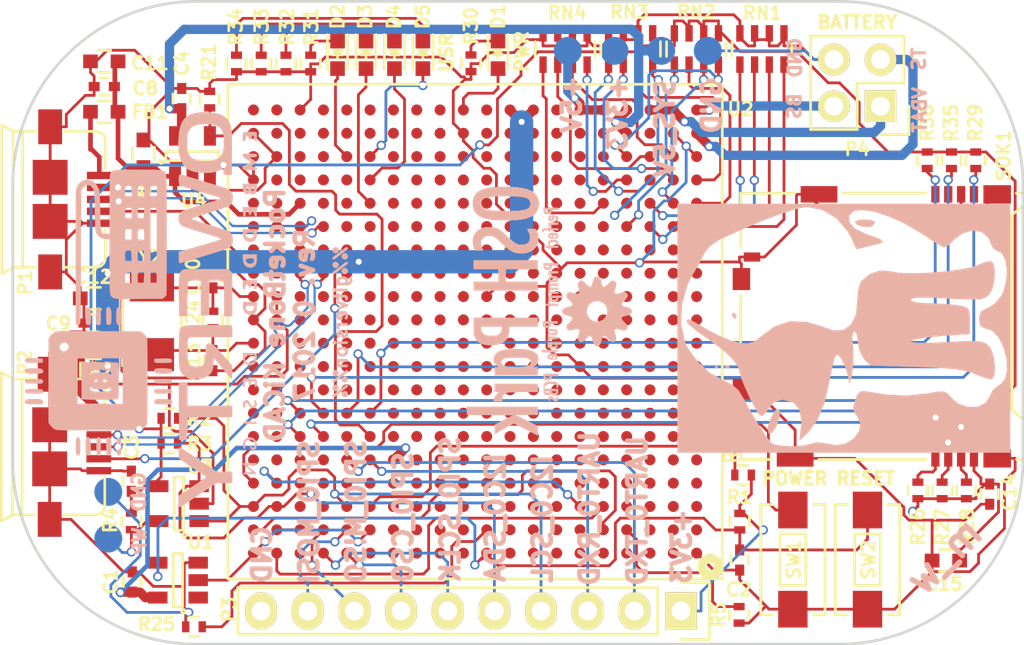
<source format=kicad_pcb>
(kicad_pcb (version 20171130) (host pcbnew "(5.1.12)-1")
  (layers (0 F.Cu signal) (1 In1.Cu power) (2 In2.Cu power) (31 B.Cu signal) (34 B.Paste user hide) (35 F.Paste user hide) (36 B.SilkS user hide) (37 F.SilkS user hide) (38 B.Mask user hide) (39 F.Mask user hide) (44 Edge.Cuts user))
  (net 0 "")
  (net 1 GND)
  (net 2 "Net-(U2-PadA2)")
  (net 3 "Net-(U2-PadA3)")
  (net 4 "Net-(U2-PadA4)")
  (net 5 "Net-(U2-PadA5)")
  (net 6 "Net-(U2-PadA6)")
  (net 7 "Net-(U2-PadA7)")
  (net 8 "Net-(U2-PadA8)")
  (net 9 "Net-(U2-PadA9)")
  (net 10 "Net-(C2-Pad1)")
  (net 11 "Net-(U2-PadA11)")
  (net 12 "Net-(U2-PadA12)")
  (net 13 "Net-(U2-PadA13)")
  (net 14 "Net-(U2-PadA14)")
  (net 15 "Net-(U2-PadA15)")
  (net 16 "Net-(U2-PadA18)")
  (net 17 "Net-(U2-PadA19)")
  (net 18 PMIC_PGOOD)
  (net 19 "Net-(U2-PadB2)")
  (net 20 "Net-(U2-PadB20)")
  (net 21 "Net-(U2-PadB3)")
  (net 22 "Net-(R5-Pad1)")
  (net 23 "Net-(U2-PadB1)")
  (net 24 "Net-(U2-PadB6)")
  (net 25 "Net-(U2-PadB7)")
  (net 26 "Net-(U2-PadB8)")
  (net 27 "Net-(U2-PadB9)")
  (net 28 TRSTN)
  (net 29 "Net-(U2-PadB11)")
  (net 30 "Net-(U2-PadB12)")
  (net 31 "Net-(U2-PadB13)")
  (net 32 "Net-(U2-PadB14)")
  (net 33 "Net-(U2-PadB18)")
  (net 34 "Net-(U2-PadC2)")
  (net 35 "Net-(U2-PadC3)")
  (net 36 "Net-(U2-PadC4)")
  (net 37 "Net-(U2-PadC1)")
  (net 38 "Net-(U2-PadC6)")
  (net 39 "Net-(U2-PadC7)")
  (net 40 "Net-(U2-PadC8)")
  (net 41 "Net-(U2-PadC9)")
  (net 42 "Net-(U2-PadC10)")
  (net 43 "Net-(U2-PadC11)")
  (net 44 "Net-(U2-PadC12)")
  (net 45 "Net-(U2-PadC13)")
  (net 46 "Net-(U2-PadC14)")
  (net 47 MMC0_CD)
  (net 48 I2C0_SCL)
  (net 49 I2C0_SDA)
  (net 50 "Net-(U2-PadC18)")
  (net 51 "Net-(U2-PadD2)")
  (net 52 "Net-(U2-PadD5)")
  (net 53 "Net-(U2-PadD3)")
  (net 54 "Net-(U2-PadD4)")
  (net 55 "Net-(U2-PadD1)")
  (net 56 "Net-(U2-PadD6)")
  (net 57 "Net-(U2-PadD7)")
  (net 58 "Net-(U2-PadD8)")
  (net 59 "Net-(U2-PadD9)")
  (net 60 VDD_1V8)
  (net 61 "Net-(U2-PadD11)")
  (net 62 "Net-(U2-PadD12)")
  (net 63 "Net-(U2-PadD13)")
  (net 64 "Net-(U2-PadD14)")
  (net 65 "Net-(U2-PadD15)")
  (net 66 "Net-(U2-PadD16)")
  (net 67 "Net-(U2-PadD17)")
  (net 68 "Net-(U2-PadD18)")
  (net 69 "Net-(SW1-Pad2)")
  (net 70 "Net-(U2-PadE2)")
  (net 71 "Net-(U2-PadE5)")
  (net 72 "Net-(U2-PadE3)")
  (net 73 "Net-(U2-PadE4)")
  (net 74 "Net-(U2-PadE1)")
  (net 75 "Net-(U2-PadE6)")
  (net 76 "Net-(U2-PadE7)")
  (net 77 "Net-(U2-PadE8)")
  (net 78 "Net-(U2-PadE10)")
  (net 79 "Net-(U2-PadE11)")
  (net 80 "Net-(U2-PadE12)")
  (net 81 "Net-(U2-PadE13)")
  (net 82 VDD_RTC)
  (net 83 "Net-(U2-PadE17)")
  (net 84 "Net-(U2-PadE18)")
  (net 85 "Net-(U2-PadE19)")
  (net 86 "Net-(U2-PadE20)")
  (net 87 "Net-(U2-PadF2)")
  (net 88 "Net-(U2-PadF5)")
  (net 89 "Net-(U2-PadF3)")
  (net 90 "Net-(U2-PadF4)")
  (net 91 "Net-(U2-PadF1)")
  (net 92 "Net-(U2-PadF6)")
  (net 93 "Net-(U2-PadF7)")
  (net 94 "Net-(U2-PadF8)")
  (net 95 "Net-(U2-PadF9)")
  (net 96 "Net-(U2-PadF10)")
  (net 97 "Net-(U2-PadF11)")
  (net 98 "Net-(U2-PadF12)")
  (net 99 "Net-(U2-PadF13)")
  (net 100 "Net-(U2-PadF14)")
  (net 101 USB1_DRVVBUS)
  (net 102 "Net-(U2-PadF16)")
  (net 103 MMC0_DAT3)
  (net 104 MMC0_DAT2)
  (net 105 "Net-(U2-PadF19)")
  (net 106 "Net-(U2-PadG2)")
  (net 107 "Net-(U2-PadG5)")
  (net 108 "Net-(U2-PadG3)")
  (net 109 "Net-(U2-PadG4)")
  (net 110 "Net-(U2-PadG1)")
  (net 111 "Net-(U2-PadG6)")
  (net 112 "Net-(U2-PadG7)")
  (net 113 "Net-(U2-PadG8)")
  (net 114 "Net-(U2-PadG9)")
  (net 115 "Net-(U2-PadG10)")
  (net 116 "Net-(U2-PadG11)")
  (net 117 "Net-(U2-PadG12)")
  (net 118 "Net-(U2-PadG13)")
  (net 119 "Net-(U2-PadG14)")
  (net 120 MMC0_DAT1)
  (net 121 MMC0_DAT0)
  (net 122 MMC0_CLK)
  (net 123 MMC0_CMD)
  (net 124 "Net-(U2-PadG19)")
  (net 125 "Net-(U2-PadH2)")
  (net 126 "Net-(U2-PadH5)")
  (net 127 "Net-(U2-PadH3)")
  (net 128 "Net-(U2-PadH4)")
  (net 129 "Net-(U2-PadH1)")
  (net 130 "Net-(U2-PadH6)")
  (net 131 "Net-(U2-PadH7)")
  (net 132 "Net-(U2-PadH8)")
  (net 133 "Net-(U2-PadH9)")
  (net 134 "Net-(U2-PadH10)")
  (net 135 "Net-(U2-PadH11)")
  (net 136 "Net-(U2-PadH12)")
  (net 137 "Net-(U2-PadH13)")
  (net 138 "Net-(U2-PadH14)")
  (net 139 "Net-(U2-PadH15)")
  (net 140 "Net-(U2-PadH16)")
  (net 141 "Net-(U2-PadH17)")
  (net 142 "Net-(U2-PadH18)")
  (net 143 "Net-(U2-PadH19)")
  (net 144 "Net-(U2-PadJ2)")
  (net 145 "Net-(U2-PadJ5)")
  (net 146 "Net-(U2-PadJ3)")
  (net 147 "Net-(U2-PadJ4)")
  (net 148 "Net-(U2-PadJ1)")
  (net 149 "Net-(U2-PadJ7)")
  (net 150 "Net-(U2-PadJ8)")
  (net 151 "Net-(U2-PadJ9)")
  (net 152 "Net-(U2-PadJ10)")
  (net 153 "Net-(U2-PadJ11)")
  (net 154 "Net-(U2-PadJ12)")
  (net 155 "Net-(U2-PadJ13)")
  (net 156 "Net-(U2-PadJ14)")
  (net 157 "Net-(U2-PadJ15)")
  (net 158 "Net-(U2-PadJ16)")
  (net 159 "Net-(U2-PadJ17)")
  (net 160 "Net-(U2-PadJ18)")
  (net 161 "Net-(U2-PadJ19)")
  (net 162 "Net-(U2-PadJ20)")
  (net 163 "Net-(U2-PadK2)")
  (net 164 "Net-(U2-PadK5)")
  (net 165 "Net-(U2-PadK3)")
  (net 166 "Net-(U2-PadK4)")
  (net 167 "Net-(U2-PadK1)")
  (net 168 "Net-(U2-PadK6)")
  (net 169 "Net-(U2-PadK7)")
  (net 170 "Net-(U2-PadK8)")
  (net 171 "Net-(U2-PadK9)")
  (net 172 "Net-(U2-PadK10)")
  (net 173 "Net-(U2-PadK11)")
  (net 174 "Net-(U2-PadK12)")
  (net 175 "Net-(U2-PadK13)")
  (net 176 "Net-(U2-PadK14)")
  (net 177 "Net-(U2-PadK15)")
  (net 178 "Net-(U2-PadK16)")
  (net 179 "Net-(U2-PadK17)")
  (net 180 "Net-(U2-PadK18)")
  (net 181 "Net-(U2-PadK19)")
  (net 182 "Net-(C13-Pad1)")
  (net 183 "Net-(U2-PadL13)")
  (net 184 "Net-(U2-PadL11)")
  (net 185 "Net-(U2-PadL12)")
  (net 186 "Net-(U2-PadL10)")
  (net 187 "Net-(U2-PadL8)")
  (net 188 "Net-(U2-PadL9)")
  (net 189 "Net-(U2-PadL7)")
  (net 190 "Net-(U2-PadL3)")
  (net 191 "Net-(U2-PadL1)")
  (net 192 "Net-(U2-PadL2)")
  (net 193 "Net-(U2-PadL4)")
  (net 194 "Net-(U2-PadL5)")
  (net 195 "Net-(U2-PadL6)")
  (net 196 "Net-(U2-PadL15)")
  (net 197 "Net-(U2-PadL16)")
  (net 198 "Net-(U2-PadL14)")
  (net 199 "Net-(U2-PadL17)")
  (net 200 "Net-(U2-PadL18)")
  (net 201 OSC0_GND)
  (net 202 "Net-(U2-PadM13)")
  (net 203 "Net-(U2-PadM11)")
  (net 204 "Net-(U2-PadM12)")
  (net 205 "Net-(U2-PadM8)")
  (net 206 "Net-(U2-PadM9)")
  (net 207 "Net-(U2-PadM7)")
  (net 208 "Net-(U2-PadM3)")
  (net 209 "Net-(U2-PadM1)")
  (net 210 "Net-(U2-PadM2)")
  (net 211 "Net-(U2-PadM4)")
  (net 212 "Net-(U2-PadM5)")
  (net 213 "Net-(U2-PadM6)")
  (net 214 "Net-(U2-PadM15)")
  (net 215 "Net-(U2-PadM16)")
  (net 216 "Net-(U2-PadM14)")
  (net 217 "Net-(U2-PadM17)")
  (net 218 "Net-(U2-PadM18)")
  (net 219 "Net-(C10-Pad1)")
  (net 220 "Net-(U2-PadN13)")
  (net 221 "Net-(U2-PadN11)")
  (net 222 "Net-(U2-PadN12)")
  (net 223 "Net-(U2-PadN10)")
  (net 224 "Net-(U2-PadN8)")
  (net 225 "Net-(U2-PadN9)")
  (net 226 "Net-(U2-PadN3)")
  (net 227 "Net-(U2-PadN1)")
  (net 228 "Net-(U2-PadN2)")
  (net 229 "Net-(U2-PadN4)")
  (net 230 "Net-(U2-PadN5)")
  (net 231 "Net-(U2-PadN6)")
  (net 232 "Net-(U2-PadN15)")
  (net 233 "Net-(U2-PadN16)")
  (net 234 "Net-(U2-PadN14)")
  (net 235 "Net-(U2-PadN19)")
  (net 236 "Net-(U2-PadN20)")
  (net 237 "Net-(U2-PadP13)")
  (net 238 "Net-(U2-PadP11)")
  (net 239 "Net-(U2-PadP12)")
  (net 240 "Net-(U2-PadP10)")
  (net 241 "Net-(U2-PadP8)")
  (net 242 "Net-(U2-PadP9)")
  (net 243 "Net-(U2-PadP7)")
  (net 244 "Net-(U2-PadP3)")
  (net 245 "Net-(U2-PadP1)")
  (net 246 "Net-(U2-PadP2)")
  (net 247 "Net-(U2-PadP4)")
  (net 248 "Net-(U2-PadP5)")
  (net 249 "Net-(U2-PadP6)")
  (net 250 USB0_VBUS)
  (net 251 USB0_ID)
  (net 252 "Net-(U2-PadP14)")
  (net 253 USB1_ID)
  (net 254 "Net-(U2-PadP18)")
  (net 255 "Net-(U2-PadP19)")
  (net 256 "Net-(U2-PadP20)")
  (net 257 "Net-(U2-PadR13)")
  (net 258 "Net-(U2-PadR11)")
  (net 259 "Net-(U2-PadR12)")
  (net 260 "Net-(U2-PadR10)")
  (net 261 "Net-(U2-PadR8)")
  (net 262 "Net-(U2-PadR9)")
  (net 263 "Net-(U2-PadR7)")
  (net 264 "Net-(U2-PadR5)")
  (net 265 "Net-(U2-PadR6)")
  (net 266 "Net-(U2-PadR15)")
  (net 267 "Net-(U2-PadR16)")
  (net 268 "Net-(U2-PadR14)")
  (net 269 "Net-(U2-PadR19)")
  (net 270 "Net-(U2-PadR20)")
  (net 271 "Net-(U2-PadT13)")
  (net 272 "Net-(U2-PadT11)")
  (net 273 "Net-(U2-PadT12)")
  (net 274 "Net-(U2-PadT10)")
  (net 275 "Net-(U2-PadT8)")
  (net 276 "Net-(U2-PadT9)")
  (net 277 "Net-(U2-PadT7)")
  (net 278 "Net-(U2-PadT6)")
  (net 279 USR2_LED)
  (net 280 "Net-(U2-PadT16)")
  (net 281 "Net-(U2-PadT14)")
  (net 282 "Net-(U2-PadT17)")
  (net 283 USB1_VBUS)
  (net 284 "Net-(U2-PadT19)")
  (net 285 "Net-(U2-PadT20)")
  (net 286 "Net-(U2-PadU13)")
  (net 287 "Net-(U2-PadU11)")
  (net 288 "Net-(U2-PadU12)")
  (net 289 "Net-(U2-PadU10)")
  (net 290 "Net-(U2-PadU8)")
  (net 291 "Net-(U2-PadU9)")
  (net 292 "Net-(U2-PadU7)")
  (net 293 "Net-(U2-PadU5)")
  (net 294 "Net-(U2-PadU6)")
  (net 295 USR1_LED)
  (net 296 "Net-(U2-PadU16)")
  (net 297 "Net-(U2-PadU14)")
  (net 298 "Net-(U2-PadU17)")
  (net 299 "Net-(U2-PadU18)")
  (net 300 "Net-(U2-PadU19)")
  (net 301 +3V3)
  (net 302 "Net-(U2-PadV13)")
  (net 303 "Net-(U2-PadV11)")
  (net 304 "Net-(U2-PadV12)")
  (net 305 "Net-(U2-PadV10)")
  (net 306 "Net-(U2-PadV8)")
  (net 307 "Net-(U2-PadV9)")
  (net 308 "Net-(U2-PadV7)")
  (net 309 "Net-(U2-PadV5)")
  (net 310 "Net-(U2-PadV6)")
  (net 311 USR0_LED)
  (net 312 USR3_LED)
  (net 313 "Net-(U2-PadV14)")
  (net 314 "Net-(U2-PadV17)")
  (net 315 "Net-(U2-PadV18)")
  (net 316 "Net-(U2-PadW10)")
  (net 317 "Net-(U2-PadW9)")
  (net 318 "Net-(U2-PadW8)")
  (net 319 SYS_5V)
  (net 320 "Net-(U2-PadW3)")
  (net 321 "Net-(U2-PadW5)")
  (net 322 "Net-(U2-PadW7)")
  (net 323 "Net-(U2-PadW6)")
  (net 324 "Net-(U2-PadW16)")
  (net 325 "Net-(U2-PadW15)")
  (net 326 "Net-(U2-PadW13)")
  (net 327 "Net-(U2-PadW14)")
  (net 328 "Net-(U2-PadW12)")
  (net 329 "Net-(U2-PadW19)")
  (net 330 "Net-(U2-PadW18)")
  (net 331 "Net-(U2-PadW17)")
  (net 332 "Net-(U2-PadY10)")
  (net 333 +5V)
  (net 334 "Net-(U2-PadY7)")
  (net 335 "Net-(U2-PadY16)")
  (net 336 "Net-(U2-PadY15)")
  (net 337 "Net-(U2-PadY13)")
  (net 338 "Net-(U2-PadY14)")
  (net 339 "Net-(U2-PadY12)")
  (net 340 3P3AUX)
  (net 341 "Net-(U2-PadY19)")
  (net 342 "Net-(U2-PadY17)")
  (net 343 "Net-(U2-PadY20)")
  (net 344 "Net-(R4-Pad2)")
  (net 345 "Net-(U4-Pad3)")
  (net 346 "Net-(U1-Pad1)")
  (net 347 "Net-(D1-Pad1)")
  (net 348 "Net-(D2-Pad1)")
  (net 349 "Net-(D3-Pad1)")
  (net 350 "Net-(D4-Pad1)")
  (net 351 "Net-(D5-Pad1)")
  (net 352 "Net-(FB1-Pad2)")
  (net 353 "Net-(FB2-Pad2)")
  (net 354 USB1_D_N)
  (net 355 USB1_D_P)
  (net 356 USB0_D_N)
  (net 357 USB0_D_P)
  (net 358 "Net-(U2-PadF20)")
  (net 359 "Net-(U2-PadG20)")
  (net 360 "Net-(U2-PadH20)")
  (net 361 UART0_TXD)
  (net 362 UART0_RXD)
  (net 363 SPI_CS0)
  (net 364 SPI_CLK)
  (net 365 SPI_MOSI)
  (net 366 SPI_MISO)
  (net 367 "Net-(RN1-Pad8)")
  (net 368 "Net-(RN1-Pad7)")
  (net 369 "Net-(RN1-Pad6)")
  (net 370 "Net-(RN1-Pad5)")
  (net 371 "Net-(RN2-Pad2)")
  (net 372 "Net-(RN2-Pad3)")
  (net 373 "Net-(RN2-Pad1)")
  (net 374 "Net-(RN2-Pad4)")
  (net 375 "Net-(RN3-Pad8)")
  (net 376 "Net-(RN3-Pad7)")
  (net 377 "Net-(RN3-Pad6)")
  (net 378 "Net-(RN3-Pad5)")
  (net 379 "Net-(RN4-Pad8)")
  (net 380 "Net-(RN4-Pad7)")
  (net 381 "Net-(RN4-Pad6)")
  (net 382 "Net-(RN4-Pad5)")
  (net 383 VBAT)
  (net 384 TS)
  (net 385 BAT_SENSE)
  (module Resistors_SMD:R_0402 (layer F.Cu) (at 145.727 120.719 180)
    (fp_text reference R37 (at 0.635 1.64592 270) (layer F.SilkS) (effects (font (size 0.7 0.7))))
    (fp_text value 10K)
    (pad 1 smd rect (at -0.45 0 180) (size 0.4 0.6) (layers F.Cu F.Paste F.Mask) (net 301 +3V3))
    (pad 2 smd rect (at 0.45 0 180) (size 0.4 0.6) (layers F.Cu F.Paste F.Mask) (net 47 MMC0_CD))
  )
  (module pocketbone-kicad:BGA-400-1-27mm (layer F.Cu) (at 131.135 112.906 90)
    (fp_text reference U2 (at 12.1158 14.4526 180) (layer F.SilkS) (effects (font (size 0.7 0.7))))
    (fp_text value OSD3358)
    (pad A1 smd circle (at -12.065 12.065 180) (size 0.6 0.6) (layers F.Cu F.Paste F.Mask) (net 1 GND))
    (pad A2 smd circle (at -12.065 10.795 180) (size 0.6 0.6) (layers F.Cu F.Paste F.Mask) (net 2 "Net-(U2-PadA2)"))
    (pad A3 smd circle (at -12.065 9.525 180) (size 0.6 0.6) (layers F.Cu F.Paste F.Mask) (net 3 "Net-(U2-PadA3)"))
    (pad A4 smd circle (at -12.065 8.255 180) (size 0.6 0.6) (layers F.Cu F.Paste F.Mask) (net 4 "Net-(U2-PadA4)"))
    (pad A5 smd circle (at -12.065 6.985 180) (size 0.6 0.6) (layers F.Cu F.Paste F.Mask) (net 5 "Net-(U2-PadA5)"))
    (pad A6 smd circle (at -12.065 5.715 180) (size 0.6 0.6) (layers F.Cu F.Paste F.Mask) (net 6 "Net-(U2-PadA6)"))
    (pad A7 smd circle (at -12.065 4.445 180) (size 0.6 0.6) (layers F.Cu F.Paste F.Mask) (net 7 "Net-(U2-PadA7)"))
    (pad A8 smd circle (at -12.065 3.175 180) (size 0.6 0.6) (layers F.Cu F.Paste F.Mask) (net 8 "Net-(U2-PadA8)"))
    (pad A9 smd circle (at -12.065 1.905 180) (size 0.6 0.6) (layers F.Cu F.Paste F.Mask) (net 9 "Net-(U2-PadA9)"))
    (pad A10 smd circle (at -12.065 0.635 180) (size 0.6 0.6) (layers F.Cu F.Paste F.Mask) (net 10 "Net-(C2-Pad1)"))
    (pad A11 smd circle (at -12.065 -0.635 180) (size 0.6 0.6) (layers F.Cu F.Paste F.Mask) (net 11 "Net-(U2-PadA11)"))
    (pad A12 smd circle (at -12.065 -1.905 180) (size 0.6 0.6) (layers F.Cu F.Paste F.Mask) (net 12 "Net-(U2-PadA12)"))
    (pad A13 smd circle (at -12.065 -3.175 180) (size 0.6 0.6) (layers F.Cu F.Paste F.Mask) (net 13 "Net-(U2-PadA13)"))
    (pad A14 smd circle (at -12.065 -4.445 180) (size 0.6 0.6) (layers F.Cu F.Paste F.Mask) (net 14 "Net-(U2-PadA14)"))
    (pad A15 smd circle (at -12.065 -5.715 180) (size 0.6 0.6) (layers F.Cu F.Paste F.Mask) (net 15 "Net-(U2-PadA15)"))
    (pad A16 smd circle (at -12.065 -6.985 180) (size 0.6 0.6) (layers F.Cu F.Paste F.Mask) (net 363 SPI_CS0))
    (pad A17 smd circle (at -12.065 -8.255 180) (size 0.6 0.6) (layers F.Cu F.Paste F.Mask) (net 364 SPI_CLK))
    (pad A18 smd circle (at -12.065 -9.525 180) (size 0.6 0.6) (layers F.Cu F.Paste F.Mask) (net 16 "Net-(U2-PadA18)"))
    (pad A19 smd circle (at -12.065 -10.795 180) (size 0.6 0.6) (layers F.Cu F.Paste F.Mask) (net 17 "Net-(U2-PadA19)"))
    (pad A20 smd circle (at -12.065 -12.065 180) (size 0.6 0.6) (layers F.Cu F.Paste F.Mask) (net 18 PMIC_PGOOD))
    (pad B2 smd circle (at -10.795 10.795 180) (size 0.6 0.6) (layers F.Cu F.Paste F.Mask) (net 19 "Net-(U2-PadB2)"))
    (pad B5 smd circle (at -10.795 6.985 180) (size 0.6 0.6) (layers F.Cu F.Paste F.Mask) (net 20 "Net-(U2-PadB20)"))
    (pad B3 smd circle (at -10.795 9.525 180) (size 0.6 0.6) (layers F.Cu F.Paste F.Mask) (net 21 "Net-(U2-PadB3)"))
    (pad B4 smd circle (at -10.795 8.255 180) (size 0.6 0.6) (layers F.Cu F.Paste F.Mask) (net 22 "Net-(R5-Pad1)"))
    (pad B1 smd circle (at -10.795 12.065 180) (size 0.6 0.6) (layers F.Cu F.Paste F.Mask) (net 23 "Net-(U2-PadB1)"))
    (pad B6 smd circle (at -10.795 5.715 180) (size 0.6 0.6) (layers F.Cu F.Paste F.Mask) (net 24 "Net-(U2-PadB6)"))
    (pad B7 smd circle (at -10.795 4.445 180) (size 0.6 0.6) (layers F.Cu F.Paste F.Mask) (net 25 "Net-(U2-PadB7)"))
    (pad B8 smd circle (at -10.795 3.175 180) (size 0.6 0.6) (layers F.Cu F.Paste F.Mask) (net 26 "Net-(U2-PadB8)"))
    (pad B9 smd circle (at -10.795 1.905 180) (size 0.6 0.6) (layers F.Cu F.Paste F.Mask) (net 27 "Net-(U2-PadB9)"))
    (pad B10 smd circle (at -10.795 0.635 180) (size 0.6 0.6) (layers F.Cu F.Paste F.Mask) (net 28 TRSTN))
    (pad B11 smd circle (at -10.795 -0.635 180) (size 0.6 0.6) (layers F.Cu F.Paste F.Mask) (net 29 "Net-(U2-PadB11)"))
    (pad B12 smd circle (at -10.795 -1.905 180) (size 0.6 0.6) (layers F.Cu F.Paste F.Mask) (net 30 "Net-(U2-PadB12)"))
    (pad B13 smd circle (at -10.795 -3.175 180) (size 0.6 0.6) (layers F.Cu F.Paste F.Mask) (net 31 "Net-(U2-PadB13)"))
    (pad B14 smd circle (at -10.795 -4.445 180) (size 0.6 0.6) (layers F.Cu F.Paste F.Mask) (net 32 "Net-(U2-PadB14)"))
    (pad B15 smd circle (at -10.795 -5.715 180) (size 0.6 0.6) (layers F.Cu F.Paste F.Mask) (net 18 PMIC_PGOOD))
    (pad B16 smd circle (at -10.795 -6.985 180) (size 0.6 0.6) (layers F.Cu F.Paste F.Mask) (net 365 SPI_MOSI))
    (pad B17 smd circle (at -10.795 -8.255 180) (size 0.6 0.6) (layers F.Cu F.Paste F.Mask) (net 366 SPI_MISO))
    (pad B18 smd circle (at -10.795 -9.525 180) (size 0.6 0.6) (layers F.Cu F.Paste F.Mask) (net 33 "Net-(U2-PadB18)"))
    (pad B19 smd circle (at -10.795 -10.795 180) (size 0.6 0.6) (layers F.Cu F.Paste F.Mask) (net 33 "Net-(U2-PadB18)"))
    (pad B20 smd circle (at -10.795 -12.065 180) (size 0.6 0.6) (layers F.Cu F.Paste F.Mask) (net 20 "Net-(U2-PadB20)"))
    (pad C2 smd circle (at -9.525 10.795 180) (size 0.6 0.6) (layers F.Cu F.Paste F.Mask) (net 34 "Net-(U2-PadC2)"))
    (pad C5 smd circle (at -9.525 6.985 180) (size 0.6 0.6) (layers F.Cu F.Paste F.Mask) (net 17 "Net-(U2-PadA19)"))
    (pad C3 smd circle (at -9.525 9.525 180) (size 0.6 0.6) (layers F.Cu F.Paste F.Mask) (net 35 "Net-(U2-PadC3)"))
    (pad C4 smd circle (at -9.525 8.255 180) (size 0.6 0.6) (layers F.Cu F.Paste F.Mask) (net 36 "Net-(U2-PadC4)"))
    (pad C1 smd circle (at -9.525 12.065 180) (size 0.6 0.6) (layers F.Cu F.Paste F.Mask) (net 37 "Net-(U2-PadC1)"))
    (pad C6 smd circle (at -9.525 5.715 180) (size 0.6 0.6) (layers F.Cu F.Paste F.Mask) (net 38 "Net-(U2-PadC6)"))
    (pad C7 smd circle (at -9.525 4.445 180) (size 0.6 0.6) (layers F.Cu F.Paste F.Mask) (net 39 "Net-(U2-PadC7)"))
    (pad C8 smd circle (at -9.525 3.175 180) (size 0.6 0.6) (layers F.Cu F.Paste F.Mask) (net 40 "Net-(U2-PadC8)"))
    (pad C9 smd circle (at -9.525 1.905 180) (size 0.6 0.6) (layers F.Cu F.Paste F.Mask) (net 41 "Net-(U2-PadC9)"))
    (pad C10 smd circle (at -9.525 0.635 180) (size 0.6 0.6) (layers F.Cu F.Paste F.Mask) (net 42 "Net-(U2-PadC10)"))
    (pad C11 smd circle (at -9.525 -0.635 180) (size 0.6 0.6) (layers F.Cu F.Paste F.Mask) (net 43 "Net-(U2-PadC11)"))
    (pad C12 smd circle (at -9.525 -1.905 180) (size 0.6 0.6) (layers F.Cu F.Paste F.Mask) (net 44 "Net-(U2-PadC12)"))
    (pad C13 smd circle (at -9.525 -3.175 180) (size 0.6 0.6) (layers F.Cu F.Paste F.Mask) (net 45 "Net-(U2-PadC13)"))
    (pad C14 smd circle (at -9.525 -4.445 180) (size 0.6 0.6) (layers F.Cu F.Paste F.Mask) (net 46 "Net-(U2-PadC14)"))
    (pad C15 smd circle (at -9.525 -5.715 180) (size 0.6 0.6) (layers F.Cu F.Paste F.Mask) (net 47 MMC0_CD))
    (pad C16 smd circle (at -9.525 -6.985 180) (size 0.6 0.6) (layers F.Cu F.Paste F.Mask) (net 48 I2C0_SCL))
    (pad C17 smd circle (at -9.525 -8.255 180) (size 0.6 0.6) (layers F.Cu F.Paste F.Mask) (net 49 I2C0_SDA))
    (pad C18 smd circle (at -9.525 -9.525 180) (size 0.6 0.6) (layers F.Cu F.Paste F.Mask) (net 50 "Net-(U2-PadC18)"))
    (pad C19 smd circle (at -9.525 -10.795 180) (size 0.6 0.6) (layers F.Cu F.Paste F.Mask) (net 49 I2C0_SDA))
    (pad C20 smd circle (at -9.525 -12.065 180) (size 0.6 0.6) (layers F.Cu F.Paste F.Mask) (net 48 I2C0_SCL))
    (pad D2 smd circle (at -8.255 10.795 180) (size 0.6 0.6) (layers F.Cu F.Paste F.Mask) (net 51 "Net-(U2-PadD2)"))
    (pad D5 smd circle (at -8.255 6.985 180) (size 0.6 0.6) (layers F.Cu F.Paste F.Mask) (net 52 "Net-(U2-PadD5)"))
    (pad D3 smd circle (at -8.255 9.525 180) (size 0.6 0.6) (layers F.Cu F.Paste F.Mask) (net 53 "Net-(U2-PadD3)"))
    (pad D4 smd circle (at -8.255 8.255 180) (size 0.6 0.6) (layers F.Cu F.Paste F.Mask) (net 54 "Net-(U2-PadD4)"))
    (pad D1 smd circle (at -8.255 12.065 180) (size 0.6 0.6) (layers F.Cu F.Paste F.Mask) (net 55 "Net-(U2-PadD1)"))
    (pad D6 smd circle (at -8.255 5.715 180) (size 0.6 0.6) (layers F.Cu F.Paste F.Mask) (net 56 "Net-(U2-PadD6)"))
    (pad D7 smd circle (at -8.255 4.445 180) (size 0.6 0.6) (layers F.Cu F.Paste F.Mask) (net 57 "Net-(U2-PadD7)"))
    (pad D8 smd circle (at -8.255 3.175 180) (size 0.6 0.6) (layers F.Cu F.Paste F.Mask) (net 58 "Net-(U2-PadD8)"))
    (pad D9 smd circle (at -8.255 1.905 180) (size 0.6 0.6) (layers F.Cu F.Paste F.Mask) (net 59 "Net-(U2-PadD9)"))
    (pad D10 smd circle (at -8.255 0.635 180) (size 0.6 0.6) (layers F.Cu F.Paste F.Mask) (net 60 VDD_1V8))
    (pad D11 smd circle (at -8.255 -0.635 180) (size 0.6 0.6) (layers F.Cu F.Paste F.Mask) (net 61 "Net-(U2-PadD11)"))
    (pad D12 smd circle (at -8.255 -1.905 180) (size 0.6 0.6) (layers F.Cu F.Paste F.Mask) (net 62 "Net-(U2-PadD12)"))
    (pad D13 smd circle (at -8.255 -3.175 180) (size 0.6 0.6) (layers F.Cu F.Paste F.Mask) (net 63 "Net-(U2-PadD13)"))
    (pad D14 smd circle (at -8.255 -4.445 180) (size 0.6 0.6) (layers F.Cu F.Paste F.Mask) (net 64 "Net-(U2-PadD14)"))
    (pad D15 smd circle (at -8.255 -5.715 180) (size 0.6 0.6) (layers F.Cu F.Paste F.Mask) (net 65 "Net-(U2-PadD15)"))
    (pad D16 smd circle (at -8.255 -6.985 180) (size 0.6 0.6) (layers F.Cu F.Paste F.Mask) (net 66 "Net-(U2-PadD16)"))
    (pad D17 smd circle (at -8.255 -8.255 180) (size 0.6 0.6) (layers F.Cu F.Paste F.Mask) (net 67 "Net-(U2-PadD17)"))
    (pad D18 smd circle (at -8.255 -9.525 180) (size 0.6 0.6) (layers F.Cu F.Paste F.Mask) (net 68 "Net-(U2-PadD18)"))
    (pad D19 smd circle (at -8.255 -10.795 180) (size 0.6 0.6) (layers F.Cu F.Paste F.Mask) (net 38 "Net-(U2-PadC6)"))
    (pad D20 smd circle (at -8.255 -12.065 180) (size 0.6 0.6) (layers F.Cu F.Paste F.Mask) (net 69 "Net-(SW1-Pad2)"))
    (pad E2 smd circle (at -6.985 10.795 180) (size 0.6 0.6) (layers F.Cu F.Paste F.Mask) (net 70 "Net-(U2-PadE2)"))
    (pad E5 smd circle (at -6.985 6.985 180) (size 0.6 0.6) (layers F.Cu F.Paste F.Mask) (net 71 "Net-(U2-PadE5)"))
    (pad E3 smd circle (at -6.985 9.525 180) (size 0.6 0.6) (layers F.Cu F.Paste F.Mask) (net 72 "Net-(U2-PadE3)"))
    (pad E4 smd circle (at -6.985 8.255 180) (size 0.6 0.6) (layers F.Cu F.Paste F.Mask) (net 73 "Net-(U2-PadE4)"))
    (pad E1 smd circle (at -6.985 12.065 180) (size 0.6 0.6) (layers F.Cu F.Paste F.Mask) (net 74 "Net-(U2-PadE1)"))
    (pad E6 smd circle (at -6.985 5.715 180) (size 0.6 0.6) (layers F.Cu F.Paste F.Mask) (net 75 "Net-(U2-PadE6)"))
    (pad E7 smd circle (at -6.985 4.445 180) (size 0.6 0.6) (layers F.Cu F.Paste F.Mask) (net 76 "Net-(U2-PadE7)"))
    (pad E8 smd circle (at -6.985 3.175 180) (size 0.6 0.6) (layers F.Cu F.Paste F.Mask) (net 77 "Net-(U2-PadE8)"))
    (pad E9 smd circle (at -6.985 1.905 180) (size 0.6 0.6) (layers F.Cu F.Paste F.Mask) (net 60 VDD_1V8))
    (pad E10 smd circle (at -6.985 0.635 180) (size 0.6 0.6) (layers F.Cu F.Paste F.Mask) (net 78 "Net-(U2-PadE10)"))
    (pad E11 smd circle (at -6.985 -0.635 180) (size 0.6 0.6) (layers F.Cu F.Paste F.Mask) (net 79 "Net-(U2-PadE11)"))
    (pad E12 smd circle (at -6.985 -1.905 180) (size 0.6 0.6) (layers F.Cu F.Paste F.Mask) (net 80 "Net-(U2-PadE12)"))
    (pad E13 smd circle (at -6.985 -3.175 180) (size 0.6 0.6) (layers F.Cu F.Paste F.Mask) (net 81 "Net-(U2-PadE13)"))
    (pad E14 smd circle (at -6.985 -4.445 180) (size 0.6 0.6) (layers F.Cu F.Paste F.Mask) (net 82 VDD_RTC))
    (pad E15 smd circle (at -6.985 -5.715 180) (size 0.6 0.6) (layers F.Cu F.Paste F.Mask) (net 362 UART0_RXD))
    (pad E16 smd circle (at -6.985 -6.985 180) (size 0.6 0.6) (layers F.Cu F.Paste F.Mask) (net 361 UART0_TXD))
    (pad E17 smd circle (at -6.985 -8.255 180) (size 0.6 0.6) (layers F.Cu F.Paste F.Mask) (net 83 "Net-(U2-PadE17)"))
    (pad E18 smd circle (at -6.985 -9.525 180) (size 0.6 0.6) (layers F.Cu F.Paste F.Mask) (net 84 "Net-(U2-PadE18)"))
    (pad E19 smd circle (at -6.985 -10.795 180) (size 0.6 0.6) (layers F.Cu F.Paste F.Mask) (net 85 "Net-(U2-PadE19)"))
    (pad E20 smd circle (at -6.985 -12.065 180) (size 0.6 0.6) (layers F.Cu F.Paste F.Mask) (net 86 "Net-(U2-PadE20)"))
    (pad F2 smd circle (at -5.715 10.795 180) (size 0.6 0.6) (layers F.Cu F.Paste F.Mask) (net 87 "Net-(U2-PadF2)"))
    (pad F5 smd circle (at -5.715 6.985 180) (size 0.6 0.6) (layers F.Cu F.Paste F.Mask) (net 88 "Net-(U2-PadF5)"))
    (pad F3 smd circle (at -5.715 9.525 180) (size 0.6 0.6) (layers F.Cu F.Paste F.Mask) (net 89 "Net-(U2-PadF3)"))
    (pad F4 smd circle (at -5.715 8.255 180) (size 0.6 0.6) (layers F.Cu F.Paste F.Mask) (net 90 "Net-(U2-PadF4)"))
    (pad F1 smd circle (at -5.715 12.065 180) (size 0.6 0.6) (layers F.Cu F.Paste F.Mask) (net 91 "Net-(U2-PadF1)"))
    (pad F6 smd circle (at -5.715 5.715 180) (size 0.6 0.6) (layers F.Cu F.Paste F.Mask) (net 92 "Net-(U2-PadF6)"))
    (pad F7 smd circle (at -5.715 4.445 180) (size 0.6 0.6) (layers F.Cu F.Paste F.Mask) (net 93 "Net-(U2-PadF7)"))
    (pad F8 smd circle (at -5.715 3.175 180) (size 0.6 0.6) (layers F.Cu F.Paste F.Mask) (net 94 "Net-(U2-PadF8)"))
    (pad F9 smd circle (at -5.715 1.905 180) (size 0.6 0.6) (layers F.Cu F.Paste F.Mask) (net 95 "Net-(U2-PadF9)"))
    (pad F10 smd circle (at -5.715 0.635 180) (size 0.6 0.6) (layers F.Cu F.Paste F.Mask) (net 96 "Net-(U2-PadF10)"))
    (pad F11 smd circle (at -5.715 -0.635 180) (size 0.6 0.6) (layers F.Cu F.Paste F.Mask) (net 97 "Net-(U2-PadF11)"))
    (pad F12 smd circle (at -5.715 -1.905 180) (size 0.6 0.6) (layers F.Cu F.Paste F.Mask) (net 98 "Net-(U2-PadF12)"))
    (pad F13 smd circle (at -5.715 -3.175 180) (size 0.6 0.6) (layers F.Cu F.Paste F.Mask) (net 99 "Net-(U2-PadF13)"))
    (pad F14 smd circle (at -5.715 -4.445 180) (size 0.6 0.6) (layers F.Cu F.Paste F.Mask) (net 100 "Net-(U2-PadF14)"))
    (pad F15 smd circle (at -5.715 -5.715 180) (size 0.6 0.6) (layers F.Cu F.Paste F.Mask) (net 101 USB1_DRVVBUS))
    (pad F16 smd circle (at -5.715 -6.985 180) (size 0.6 0.6) (layers F.Cu F.Paste F.Mask) (net 102 "Net-(U2-PadF16)"))
    (pad F17 smd circle (at -5.715 -8.255 180) (size 0.6 0.6) (layers F.Cu F.Paste F.Mask) (net 103 MMC0_DAT3))
    (pad F18 smd circle (at -5.715 -9.525 180) (size 0.6 0.6) (layers F.Cu F.Paste F.Mask) (net 104 MMC0_DAT2))
    (pad F19 smd circle (at -5.715 -10.795 180) (size 0.6 0.6) (layers F.Cu F.Paste F.Mask) (net 105 "Net-(U2-PadF19)"))
    (pad F20 smd circle (at -5.715 -12.065 180) (size 0.6 0.6) (layers F.Cu F.Paste F.Mask) (net 358 "Net-(U2-PadF20)"))
    (pad G2 smd circle (at -4.445 10.795 180) (size 0.6 0.6) (layers F.Cu F.Paste F.Mask) (net 106 "Net-(U2-PadG2)"))
    (pad G5 smd circle (at -4.445 6.985 180) (size 0.6 0.6) (layers F.Cu F.Paste F.Mask) (net 107 "Net-(U2-PadG5)"))
    (pad G3 smd circle (at -4.445 9.525 180) (size 0.6 0.6) (layers F.Cu F.Paste F.Mask) (net 108 "Net-(U2-PadG3)"))
    (pad G4 smd circle (at -4.445 8.255 180) (size 0.6 0.6) (layers F.Cu F.Paste F.Mask) (net 109 "Net-(U2-PadG4)"))
    (pad G1 smd circle (at -4.445 12.065 180) (size 0.6 0.6) (layers F.Cu F.Paste F.Mask) (net 110 "Net-(U2-PadG1)"))
    (pad G6 smd circle (at -4.445 5.715 180) (size 0.6 0.6) (layers F.Cu F.Paste F.Mask) (net 111 "Net-(U2-PadG6)"))
    (pad G7 smd circle (at -4.445 4.445 180) (size 0.6 0.6) (layers F.Cu F.Paste F.Mask) (net 112 "Net-(U2-PadG7)"))
    (pad G8 smd circle (at -4.445 3.175 180) (size 0.6 0.6) (layers F.Cu F.Paste F.Mask) (net 113 "Net-(U2-PadG8)"))
    (pad G9 smd circle (at -4.445 1.905 180) (size 0.6 0.6) (layers F.Cu F.Paste F.Mask) (net 114 "Net-(U2-PadG9)"))
    (pad G10 smd circle (at -4.445 0.635 180) (size 0.6 0.6) (layers F.Cu F.Paste F.Mask) (net 115 "Net-(U2-PadG10)"))
    (pad G11 smd circle (at -4.445 -0.635 180) (size 0.6 0.6) (layers F.Cu F.Paste F.Mask) (net 116 "Net-(U2-PadG11)"))
    (pad G12 smd circle (at -4.445 -1.905 180) (size 0.6 0.6) (layers F.Cu F.Paste F.Mask) (net 117 "Net-(U2-PadG12)"))
    (pad G13 smd circle (at -4.445 -3.175 180) (size 0.6 0.6) (layers F.Cu F.Paste F.Mask) (net 118 "Net-(U2-PadG13)"))
    (pad G14 smd circle (at -4.445 -4.445 180) (size 0.6 0.6) (layers F.Cu F.Paste F.Mask) (net 119 "Net-(U2-PadG14)"))
    (pad G15 smd circle (at -4.445 -5.715 180) (size 0.6 0.6) (layers F.Cu F.Paste F.Mask) (net 120 MMC0_DAT1))
    (pad G16 smd circle (at -4.445 -6.985 180) (size 0.6 0.6) (layers F.Cu F.Paste F.Mask) (net 121 MMC0_DAT0))
    (pad G17 smd circle (at -4.445 -8.255 180) (size 0.6 0.6) (layers F.Cu F.Paste F.Mask) (net 122 MMC0_CLK))
    (pad G18 smd circle (at -4.445 -9.525 180) (size 0.6 0.6) (layers F.Cu F.Paste F.Mask) (net 123 MMC0_CMD))
    (pad G19 smd circle (at -4.445 -10.795 180) (size 0.6 0.6) (layers F.Cu F.Paste F.Mask) (net 124 "Net-(U2-PadG19)"))
    (pad G20 smd circle (at -4.445 -12.065 180) (size 0.6 0.6) (layers F.Cu F.Paste F.Mask) (net 359 "Net-(U2-PadG20)"))
    (pad H2 smd circle (at -3.175 10.795 180) (size 0.6 0.6) (layers F.Cu F.Paste F.Mask) (net 125 "Net-(U2-PadH2)"))
    (pad H5 smd circle (at -3.175 6.985 180) (size 0.6 0.6) (layers F.Cu F.Paste F.Mask) (net 126 "Net-(U2-PadH5)"))
    (pad H3 smd circle (at -3.175 9.525 180) (size 0.6 0.6) (layers F.Cu F.Paste F.Mask) (net 127 "Net-(U2-PadH3)"))
    (pad H4 smd circle (at -3.175 8.255 180) (size 0.6 0.6) (layers F.Cu F.Paste F.Mask) (net 128 "Net-(U2-PadH4)"))
    (pad H1 smd circle (at -3.175 12.065 180) (size 0.6 0.6) (layers F.Cu F.Paste F.Mask) (net 129 "Net-(U2-PadH1)"))
    (pad H6 smd circle (at -3.175 5.715 180) (size 0.6 0.6) (layers F.Cu F.Paste F.Mask) (net 130 "Net-(U2-PadH6)"))
    (pad H7 smd circle (at -3.175 4.445 180) (size 0.6 0.6) (layers F.Cu F.Paste F.Mask) (net 131 "Net-(U2-PadH7)"))
    (pad H8 smd circle (at -3.175 3.175 180) (size 0.6 0.6) (layers F.Cu F.Paste F.Mask) (net 132 "Net-(U2-PadH8)"))
    (pad H9 smd circle (at -3.175 1.905 180) (size 0.6 0.6) (layers F.Cu F.Paste F.Mask) (net 133 "Net-(U2-PadH9)"))
    (pad H10 smd circle (at -3.175 0.635 180) (size 0.6 0.6) (layers F.Cu F.Paste F.Mask) (net 134 "Net-(U2-PadH10)"))
    (pad H11 smd circle (at -3.175 -0.635 180) (size 0.6 0.6) (layers F.Cu F.Paste F.Mask) (net 135 "Net-(U2-PadH11)"))
    (pad H12 smd circle (at -3.175 -1.905 180) (size 0.6 0.6) (layers F.Cu F.Paste F.Mask) (net 136 "Net-(U2-PadH12)"))
    (pad H13 smd circle (at -3.175 -3.175 180) (size 0.6 0.6) (layers F.Cu F.Paste F.Mask) (net 137 "Net-(U2-PadH13)"))
    (pad H14 smd circle (at -3.175 -4.445 180) (size 0.6 0.6) (layers F.Cu F.Paste F.Mask) (net 138 "Net-(U2-PadH14)"))
    (pad H15 smd circle (at -3.175 -5.715 180) (size 0.6 0.6) (layers F.Cu F.Paste F.Mask) (net 139 "Net-(U2-PadH15)"))
    (pad H16 smd circle (at -3.175 -6.985 180) (size 0.6 0.6) (layers F.Cu F.Paste F.Mask) (net 140 "Net-(U2-PadH16)"))
    (pad H17 smd circle (at -3.175 -8.255 180) (size 0.6 0.6) (layers F.Cu F.Paste F.Mask) (net 141 "Net-(U2-PadH17)"))
    (pad H18 smd circle (at -3.175 -9.525 180) (size 0.6 0.6) (layers F.Cu F.Paste F.Mask) (net 142 "Net-(U2-PadH18)"))
    (pad H19 smd circle (at -3.175 -10.795 180) (size 0.6 0.6) (layers F.Cu F.Paste F.Mask) (net 143 "Net-(U2-PadH19)"))
    (pad H20 smd circle (at -3.175 -12.065 180) (size 0.6 0.6) (layers F.Cu F.Paste F.Mask) (net 360 "Net-(U2-PadH20)"))
    (pad J2 smd circle (at -1.905 10.795 180) (size 0.6 0.6) (layers F.Cu F.Paste F.Mask) (net 144 "Net-(U2-PadJ2)"))
    (pad J5 smd circle (at -1.905 6.985 180) (size 0.6 0.6) (layers F.Cu F.Paste F.Mask) (net 145 "Net-(U2-PadJ5)"))
    (pad J3 smd circle (at -1.905 9.525 180) (size 0.6 0.6) (layers F.Cu F.Paste F.Mask) (net 146 "Net-(U2-PadJ3)"))
    (pad J4 smd circle (at -1.905 8.255 180) (size 0.6 0.6) (layers F.Cu F.Paste F.Mask) (net 147 "Net-(U2-PadJ4)"))
    (pad J1 smd circle (at -1.905 12.065 180) (size 0.6 0.6) (layers F.Cu F.Paste F.Mask) (net 148 "Net-(U2-PadJ1)"))
    (pad J6 smd circle (at -1.905 5.715 180) (size 0.6 0.6) (layers F.Cu F.Paste F.Mask) (net 1 GND))
    (pad J7 smd circle (at -1.905 4.445 180) (size 0.6 0.6) (layers F.Cu F.Paste F.Mask) (net 149 "Net-(U2-PadJ7)"))
    (pad J8 smd circle (at -1.905 3.175 180) (size 0.6 0.6) (layers F.Cu F.Paste F.Mask) (net 150 "Net-(U2-PadJ8)"))
    (pad J9 smd circle (at -1.905 1.905 180) (size 0.6 0.6) (layers F.Cu F.Paste F.Mask) (net 151 "Net-(U2-PadJ9)"))
    (pad J10 smd circle (at -1.905 0.635 180) (size 0.6 0.6) (layers F.Cu F.Paste F.Mask) (net 152 "Net-(U2-PadJ10)"))
    (pad J11 smd circle (at -1.905 -0.635 180) (size 0.6 0.6) (layers F.Cu F.Paste F.Mask) (net 153 "Net-(U2-PadJ11)"))
    (pad J12 smd circle (at -1.905 -1.905 180) (size 0.6 0.6) (layers F.Cu F.Paste F.Mask) (net 154 "Net-(U2-PadJ12)"))
    (pad J13 smd circle (at -1.905 -3.175 180) (size 0.6 0.6) (layers F.Cu F.Paste F.Mask) (net 155 "Net-(U2-PadJ13)"))
    (pad J14 smd circle (at -1.905 -4.445 180) (size 0.6 0.6) (layers F.Cu F.Paste F.Mask) (net 156 "Net-(U2-PadJ14)"))
    (pad J15 smd circle (at -1.905 -5.715 180) (size 0.6 0.6) (layers F.Cu F.Paste F.Mask) (net 157 "Net-(U2-PadJ15)"))
    (pad J16 smd circle (at -1.905 -6.985 180) (size 0.6 0.6) (layers F.Cu F.Paste F.Mask) (net 158 "Net-(U2-PadJ16)"))
    (pad J17 smd circle (at -1.905 -8.255 180) (size 0.6 0.6) (layers F.Cu F.Paste F.Mask) (net 159 "Net-(U2-PadJ17)"))
    (pad J18 smd circle (at -1.905 -9.525 180) (size 0.6 0.6) (layers F.Cu F.Paste F.Mask) (net 160 "Net-(U2-PadJ18)"))
    (pad J19 smd circle (at -1.905 -10.795 180) (size 0.6 0.6) (layers F.Cu F.Paste F.Mask) (net 161 "Net-(U2-PadJ19)"))
    (pad J20 smd circle (at -1.905 -12.065 180) (size 0.6 0.6) (layers F.Cu F.Paste F.Mask) (net 162 "Net-(U2-PadJ20)"))
    (pad K2 smd circle (at -0.635 10.795 180) (size 0.6 0.6) (layers F.Cu F.Paste F.Mask) (net 163 "Net-(U2-PadK2)"))
    (pad K5 smd circle (at -0.635 6.985 180) (size 0.6 0.6) (layers F.Cu F.Paste F.Mask) (net 164 "Net-(U2-PadK5)"))
    (pad K3 smd circle (at -0.635 9.525 180) (size 0.6 0.6) (layers F.Cu F.Paste F.Mask) (net 165 "Net-(U2-PadK3)"))
    (pad K4 smd circle (at -0.635 8.255 180) (size 0.6 0.6) (layers F.Cu F.Paste F.Mask) (net 166 "Net-(U2-PadK4)"))
    (pad K1 smd circle (at -0.635 12.065 180) (size 0.6 0.6) (layers F.Cu F.Paste F.Mask) (net 167 "Net-(U2-PadK1)"))
    (pad K6 smd circle (at -0.635 5.715 180) (size 0.6 0.6) (layers F.Cu F.Paste F.Mask) (net 168 "Net-(U2-PadK6)"))
    (pad K7 smd circle (at -0.635 4.445 180) (size 0.6 0.6) (layers F.Cu F.Paste F.Mask) (net 169 "Net-(U2-PadK7)"))
    (pad K8 smd circle (at -0.635 3.175 180) (size 0.6 0.6) (layers F.Cu F.Paste F.Mask) (net 170 "Net-(U2-PadK8)"))
    (pad K9 smd circle (at -0.635 1.905 180) (size 0.6 0.6) (layers F.Cu F.Paste F.Mask) (net 171 "Net-(U2-PadK9)"))
    (pad K10 smd circle (at -0.635 0.635 180) (size 0.6 0.6) (layers F.Cu F.Paste F.Mask) (net 172 "Net-(U2-PadK10)"))
    (pad K11 smd circle (at -0.635 -0.635 180) (size 0.6 0.6) (layers F.Cu F.Paste F.Mask) (net 173 "Net-(U2-PadK11)"))
    (pad K12 smd circle (at -0.635 -1.905 180) (size 0.6 0.6) (layers F.Cu F.Paste F.Mask) (net 174 "Net-(U2-PadK12)"))
    (pad K13 smd circle (at -0.635 -3.175 180) (size 0.6 0.6) (layers F.Cu F.Paste F.Mask) (net 175 "Net-(U2-PadK13)"))
    (pad K14 smd circle (at -0.635 -4.445 180) (size 0.6 0.6) (layers F.Cu F.Paste F.Mask) (net 176 "Net-(U2-PadK14)"))
    (pad K15 smd circle (at -0.635 -5.715 180) (size 0.6 0.6) (layers F.Cu F.Paste F.Mask) (net 177 "Net-(U2-PadK15)"))
    (pad K16 smd circle (at -0.635 -6.985 180) (size 0.6 0.6) (layers F.Cu F.Paste F.Mask) (net 178 "Net-(U2-PadK16)"))
    (pad K17 smd circle (at -0.635 -8.255 180) (size 0.6 0.6) (layers F.Cu F.Paste F.Mask) (net 179 "Net-(U2-PadK17)"))
    (pad K18 smd circle (at -0.635 -9.525 180) (size 0.6 0.6) (layers F.Cu F.Paste F.Mask) (net 180 "Net-(U2-PadK18)"))
    (pad K19 smd circle (at -0.635 -10.795 180) (size 0.6 0.6) (layers F.Cu F.Paste F.Mask) (net 181 "Net-(U2-PadK19)"))
    (pad K20 smd circle (at -0.635 -12.065 180) (size 0.6 0.6) (layers F.Cu F.Paste F.Mask) (net 182 "Net-(C13-Pad1)"))
    (pad L13 smd circle (at 0.635 -3.175 180) (size 0.6 0.6) (layers F.Cu F.Paste F.Mask) (net 183 "Net-(U2-PadL13)"))
    (pad L11 smd circle (at 0.635 -0.635 180) (size 0.6 0.6) (layers F.Cu F.Paste F.Mask) (net 184 "Net-(U2-PadL11)"))
    (pad L12 smd circle (at 0.635 -1.905 180) (size 0.6 0.6) (layers F.Cu F.Paste F.Mask) (net 185 "Net-(U2-PadL12)"))
    (pad L10 smd circle (at 0.635 0.635 180) (size 0.6 0.6) (layers F.Cu F.Paste F.Mask) (net 186 "Net-(U2-PadL10)"))
    (pad L8 smd circle (at 0.635 3.175 180) (size 0.6 0.6) (layers F.Cu F.Paste F.Mask) (net 187 "Net-(U2-PadL8)"))
    (pad L9 smd circle (at 0.635 1.905 180) (size 0.6 0.6) (layers F.Cu F.Paste F.Mask) (net 188 "Net-(U2-PadL9)"))
    (pad L7 smd circle (at 0.635 4.445 180) (size 0.6 0.6) (layers F.Cu F.Paste F.Mask) (net 189 "Net-(U2-PadL7)"))
    (pad L3 smd circle (at 0.635 9.525 180) (size 0.6 0.6) (layers F.Cu F.Paste F.Mask) (net 190 "Net-(U2-PadL3)"))
    (pad L1 smd circle (at 0.635 12.065 180) (size 0.6 0.6) (layers F.Cu F.Paste F.Mask) (net 191 "Net-(U2-PadL1)"))
    (pad L2 smd circle (at 0.635 10.795 180) (size 0.6 0.6) (layers F.Cu F.Paste F.Mask) (net 192 "Net-(U2-PadL2)"))
    (pad L4 smd circle (at 0.635 8.255 180) (size 0.6 0.6) (layers F.Cu F.Paste F.Mask) (net 193 "Net-(U2-PadL4)"))
    (pad L5 smd circle (at 0.635 6.985 180) (size 0.6 0.6) (layers F.Cu F.Paste F.Mask) (net 194 "Net-(U2-PadL5)"))
    (pad L6 smd circle (at 0.635 5.715 180) (size 0.6 0.6) (layers F.Cu F.Paste F.Mask) (net 195 "Net-(U2-PadL6)"))
    (pad L15 smd circle (at 0.635 -5.715 180) (size 0.6 0.6) (layers F.Cu F.Paste F.Mask) (net 196 "Net-(U2-PadL15)"))
    (pad L16 smd circle (at 0.635 -6.985 180) (size 0.6 0.6) (layers F.Cu F.Paste F.Mask) (net 197 "Net-(U2-PadL16)"))
    (pad L14 smd circle (at 0.635 -4.445 180) (size 0.6 0.6) (layers F.Cu F.Paste F.Mask) (net 198 "Net-(U2-PadL14)"))
    (pad L17 smd circle (at 0.635 -8.255 180) (size 0.6 0.6) (layers F.Cu F.Paste F.Mask) (net 199 "Net-(U2-PadL17)"))
    (pad L18 smd circle (at 0.635 -9.525 180) (size 0.6 0.6) (layers F.Cu F.Paste F.Mask) (net 200 "Net-(U2-PadL18)"))
    (pad L19 smd circle (at 0.635 -10.795 180) (size 0.6 0.6) (layers F.Cu F.Paste F.Mask) (net 1 GND))
    (pad L20 smd circle (at 0.635 -12.065 180) (size 0.6 0.6) (layers F.Cu F.Paste F.Mask) (net 201 OSC0_GND))
    (pad M13 smd circle (at 1.905 -3.175 180) (size 0.6 0.6) (layers F.Cu F.Paste F.Mask) (net 202 "Net-(U2-PadM13)"))
    (pad M11 smd circle (at 1.905 -0.635 180) (size 0.6 0.6) (layers F.Cu F.Paste F.Mask) (net 203 "Net-(U2-PadM11)"))
    (pad M12 smd circle (at 1.905 -1.905 180) (size 0.6 0.6) (layers F.Cu F.Paste F.Mask) (net 204 "Net-(U2-PadM12)"))
    (pad M10 smd circle (at 1.905 0.635 180) (size 0.6 0.6) (layers F.Cu F.Paste F.Mask) (net 1 GND))
    (pad M8 smd circle (at 1.905 3.175 180) (size 0.6 0.6) (layers F.Cu F.Paste F.Mask) (net 205 "Net-(U2-PadM8)"))
    (pad M9 smd circle (at 1.905 1.905 180) (size 0.6 0.6) (layers F.Cu F.Paste F.Mask) (net 206 "Net-(U2-PadM9)"))
    (pad M7 smd circle (at 1.905 4.445 180) (size 0.6 0.6) (layers F.Cu F.Paste F.Mask) (net 207 "Net-(U2-PadM7)"))
    (pad M3 smd circle (at 1.905 9.525 180) (size 0.6 0.6) (layers F.Cu F.Paste F.Mask) (net 208 "Net-(U2-PadM3)"))
    (pad M1 smd circle (at 1.905 12.065 180) (size 0.6 0.6) (layers F.Cu F.Paste F.Mask) (net 209 "Net-(U2-PadM1)"))
    (pad M2 smd circle (at 1.905 10.795 180) (size 0.6 0.6) (layers F.Cu F.Paste F.Mask) (net 210 "Net-(U2-PadM2)"))
    (pad M4 smd circle (at 1.905 8.255 180) (size 0.6 0.6) (layers F.Cu F.Paste F.Mask) (net 211 "Net-(U2-PadM4)"))
    (pad M5 smd circle (at 1.905 6.985 180) (size 0.6 0.6) (layers F.Cu F.Paste F.Mask) (net 212 "Net-(U2-PadM5)"))
    (pad M6 smd circle (at 1.905 5.715 180) (size 0.6 0.6) (layers F.Cu F.Paste F.Mask) (net 213 "Net-(U2-PadM6)"))
    (pad M15 smd circle (at 1.905 -5.715 180) (size 0.6 0.6) (layers F.Cu F.Paste F.Mask) (net 214 "Net-(U2-PadM15)"))
    (pad M16 smd circle (at 1.905 -6.985 180) (size 0.6 0.6) (layers F.Cu F.Paste F.Mask) (net 215 "Net-(U2-PadM16)"))
    (pad M14 smd circle (at 1.905 -4.445 180) (size 0.6 0.6) (layers F.Cu F.Paste F.Mask) (net 216 "Net-(U2-PadM14)"))
    (pad M17 smd circle (at 1.905 -8.255 180) (size 0.6 0.6) (layers F.Cu F.Paste F.Mask) (net 217 "Net-(U2-PadM17)"))
    (pad M18 smd circle (at 1.905 -9.525 180) (size 0.6 0.6) (layers F.Cu F.Paste F.Mask) (net 218 "Net-(U2-PadM18)"))
    (pad M19 smd circle (at 1.905 -10.795 180) (size 0.6 0.6) (layers F.Cu F.Paste F.Mask) (net 1 GND))
    (pad M20 smd circle (at 1.905 -12.065 180) (size 0.6 0.6) (layers F.Cu F.Paste F.Mask) (net 219 "Net-(C10-Pad1)"))
    (pad N13 smd circle (at 3.175 -3.175 180) (size 0.6 0.6) (layers F.Cu F.Paste F.Mask) (net 220 "Net-(U2-PadN13)"))
    (pad N11 smd circle (at 3.175 -0.635 180) (size 0.6 0.6) (layers F.Cu F.Paste F.Mask) (net 221 "Net-(U2-PadN11)"))
    (pad N12 smd circle (at 3.175 -1.905 180) (size 0.6 0.6) (layers F.Cu F.Paste F.Mask) (net 222 "Net-(U2-PadN12)"))
    (pad N10 smd circle (at 3.175 0.635 180) (size 0.6 0.6) (layers F.Cu F.Paste F.Mask) (net 223 "Net-(U2-PadN10)"))
    (pad N8 smd circle (at 3.175 3.175 180) (size 0.6 0.6) (layers F.Cu F.Paste F.Mask) (net 224 "Net-(U2-PadN8)"))
    (pad N9 smd circle (at 3.175 1.905 180) (size 0.6 0.6) (layers F.Cu F.Paste F.Mask) (net 225 "Net-(U2-PadN9)"))
    (pad N7 smd circle (at 3.175 4.445 180) (size 0.6 0.6) (layers F.Cu F.Paste F.Mask) (net 1 GND))
    (pad N3 smd circle (at 3.175 9.525 180) (size 0.6 0.6) (layers F.Cu F.Paste F.Mask) (net 226 "Net-(U2-PadN3)"))
    (pad N1 smd circle (at 3.175 12.065 180) (size 0.6 0.6) (layers F.Cu F.Paste F.Mask) (net 227 "Net-(U2-PadN1)"))
    (pad N2 smd circle (at 3.175 10.795 180) (size 0.6 0.6) (layers F.Cu F.Paste F.Mask) (net 228 "Net-(U2-PadN2)"))
    (pad N4 smd circle (at 3.175 8.255 180) (size 0.6 0.6) (layers F.Cu F.Paste F.Mask) (net 229 "Net-(U2-PadN4)"))
    (pad N5 smd circle (at 3.175 6.985 180) (size 0.6 0.6) (layers F.Cu F.Paste F.Mask) (net 230 "Net-(U2-PadN5)"))
    (pad N6 smd circle (at 3.175 5.715 180) (size 0.6 0.6) (layers F.Cu F.Paste F.Mask) (net 231 "Net-(U2-PadN6)"))
    (pad N15 smd circle (at 3.175 -5.715 180) (size 0.6 0.6) (layers F.Cu F.Paste F.Mask) (net 232 "Net-(U2-PadN15)"))
    (pad N16 smd circle (at 3.175 -6.985 180) (size 0.6 0.6) (layers F.Cu F.Paste F.Mask) (net 233 "Net-(U2-PadN16)"))
    (pad N14 smd circle (at 3.175 -4.445 180) (size 0.6 0.6) (layers F.Cu F.Paste F.Mask) (net 234 "Net-(U2-PadN14)"))
    (pad N17 smd circle (at 3.175 -8.255 180) (size 0.6 0.6) (layers F.Cu F.Paste F.Mask) (net 357 USB0_D_P))
    (pad N18 smd circle (at 3.175 -9.525 180) (size 0.6 0.6) (layers F.Cu F.Paste F.Mask) (net 356 USB0_D_N))
    (pad N19 smd circle (at 3.175 -10.795 180) (size 0.6 0.6) (layers F.Cu F.Paste F.Mask) (net 235 "Net-(U2-PadN19)"))
    (pad N20 smd circle (at 3.175 -12.065 180) (size 0.6 0.6) (layers F.Cu F.Paste F.Mask) (net 236 "Net-(U2-PadN20)"))
    (pad P13 smd circle (at 4.445 -3.175 180) (size 0.6 0.6) (layers F.Cu F.Paste F.Mask) (net 237 "Net-(U2-PadP13)"))
    (pad P11 smd circle (at 4.445 -0.635 180) (size 0.6 0.6) (layers F.Cu F.Paste F.Mask) (net 238 "Net-(U2-PadP11)"))
    (pad P12 smd circle (at 4.445 -1.905 180) (size 0.6 0.6) (layers F.Cu F.Paste F.Mask) (net 239 "Net-(U2-PadP12)"))
    (pad P10 smd circle (at 4.445 0.635 180) (size 0.6 0.6) (layers F.Cu F.Paste F.Mask) (net 240 "Net-(U2-PadP10)"))
    (pad P8 smd circle (at 4.445 3.175 180) (size 0.6 0.6) (layers F.Cu F.Paste F.Mask) (net 241 "Net-(U2-PadP8)"))
    (pad P9 smd circle (at 4.445 1.905 180) (size 0.6 0.6) (layers F.Cu F.Paste F.Mask) (net 242 "Net-(U2-PadP9)"))
    (pad P7 smd circle (at 4.445 4.445 180) (size 0.6 0.6) (layers F.Cu F.Paste F.Mask) (net 243 "Net-(U2-PadP7)"))
    (pad P3 smd circle (at 4.445 9.525 180) (size 0.6 0.6) (layers F.Cu F.Paste F.Mask) (net 244 "Net-(U2-PadP3)"))
    (pad P1 smd circle (at 4.445 12.065 180) (size 0.6 0.6) (layers F.Cu F.Paste F.Mask) (net 245 "Net-(U2-PadP1)"))
    (pad P2 smd circle (at 4.445 10.795 180) (size 0.6 0.6) (layers F.Cu F.Paste F.Mask) (net 246 "Net-(U2-PadP2)"))
    (pad P4 smd circle (at 4.445 8.255 180) (size 0.6 0.6) (layers F.Cu F.Paste F.Mask) (net 247 "Net-(U2-PadP4)"))
    (pad P5 smd circle (at 4.445 6.985 180) (size 0.6 0.6) (layers F.Cu F.Paste F.Mask) (net 248 "Net-(U2-PadP5)"))
    (pad P6 smd circle (at 4.445 5.715 180) (size 0.6 0.6) (layers F.Cu F.Paste F.Mask) (net 249 "Net-(U2-PadP6)"))
    (pad P15 smd circle (at 4.445 -5.715 180) (size 0.6 0.6) (layers F.Cu F.Paste F.Mask) (net 250 USB0_VBUS))
    (pad P16 smd circle (at 4.445 -6.985 180) (size 0.6 0.6) (layers F.Cu F.Paste F.Mask) (net 251 USB0_ID))
    (pad P14 smd circle (at 4.445 -4.445 180) (size 0.6 0.6) (layers F.Cu F.Paste F.Mask) (net 252 "Net-(U2-PadP14)"))
    (pad P17 smd circle (at 4.445 -8.255 180) (size 0.6 0.6) (layers F.Cu F.Paste F.Mask) (net 253 USB1_ID))
    (pad P18 smd circle (at 4.445 -9.525 180) (size 0.6 0.6) (layers F.Cu F.Paste F.Mask) (net 254 "Net-(U2-PadP18)"))
    (pad P19 smd circle (at 4.445 -10.795 180) (size 0.6 0.6) (layers F.Cu F.Paste F.Mask) (net 255 "Net-(U2-PadP19)"))
    (pad P20 smd circle (at 4.445 -12.065 180) (size 0.6 0.6) (layers F.Cu F.Paste F.Mask) (net 256 "Net-(U2-PadP20)"))
    (pad R13 smd circle (at 5.715 -3.175 180) (size 0.6 0.6) (layers F.Cu F.Paste F.Mask) (net 257 "Net-(U2-PadR13)"))
    (pad R11 smd circle (at 5.715 -0.635 180) (size 0.6 0.6) (layers F.Cu F.Paste F.Mask) (net 258 "Net-(U2-PadR11)"))
    (pad R12 smd circle (at 5.715 -1.905 180) (size 0.6 0.6) (layers F.Cu F.Paste F.Mask) (net 259 "Net-(U2-PadR12)"))
    (pad R10 smd circle (at 5.715 0.635 180) (size 0.6 0.6) (layers F.Cu F.Paste F.Mask) (net 260 "Net-(U2-PadR10)"))
    (pad R8 smd circle (at 5.715 3.175 180) (size 0.6 0.6) (layers F.Cu F.Paste F.Mask) (net 261 "Net-(U2-PadR8)"))
    (pad R9 smd circle (at 5.715 1.905 180) (size 0.6 0.6) (layers F.Cu F.Paste F.Mask) (net 262 "Net-(U2-PadR9)"))
    (pad R7 smd circle (at 5.715 4.445 180) (size 0.6 0.6) (layers F.Cu F.Paste F.Mask) (net 263 "Net-(U2-PadR7)"))
    (pad R3 smd circle (at 5.715 9.525 180) (size 0.6 0.6) (layers F.Cu F.Paste F.Mask) (net 369 "Net-(RN1-Pad6)"))
    (pad R1 smd circle (at 5.715 12.065 180) (size 0.6 0.6) (layers F.Cu F.Paste F.Mask) (net 367 "Net-(RN1-Pad8)"))
    (pad R2 smd circle (at 5.715 10.795 180) (size 0.6 0.6) (layers F.Cu F.Paste F.Mask) (net 368 "Net-(RN1-Pad7)"))
    (pad R4 smd circle (at 5.715 8.255 180) (size 0.6 0.6) (layers F.Cu F.Paste F.Mask) (net 373 "Net-(RN2-Pad1)"))
    (pad R5 smd circle (at 5.715 6.985 180) (size 0.6 0.6) (layers F.Cu F.Paste F.Mask) (net 264 "Net-(U2-PadR5)"))
    (pad R6 smd circle (at 5.715 5.715 180) (size 0.6 0.6) (layers F.Cu F.Paste F.Mask) (net 265 "Net-(U2-PadR6)"))
    (pad R15 smd circle (at 5.715 -5.715 180) (size 0.6 0.6) (layers F.Cu F.Paste F.Mask) (net 266 "Net-(U2-PadR15)"))
    (pad R16 smd circle (at 5.715 -6.985 180) (size 0.6 0.6) (layers F.Cu F.Paste F.Mask) (net 267 "Net-(U2-PadR16)"))
    (pad R14 smd circle (at 5.715 -4.445 180) (size 0.6 0.6) (layers F.Cu F.Paste F.Mask) (net 268 "Net-(U2-PadR14)"))
    (pad R17 smd circle (at 5.715 -8.255 180) (size 0.6 0.6) (layers F.Cu F.Paste F.Mask) (net 355 USB1_D_P))
    (pad R18 smd circle (at 5.715 -9.525 180) (size 0.6 0.6) (layers F.Cu F.Paste F.Mask) (net 354 USB1_D_N))
    (pad R19 smd circle (at 5.715 -10.795 180) (size 0.6 0.6) (layers F.Cu F.Paste F.Mask) (net 269 "Net-(U2-PadR19)"))
    (pad R20 smd circle (at 5.715 -12.065 180) (size 0.6 0.6) (layers F.Cu F.Paste F.Mask) (net 270 "Net-(U2-PadR20)"))
    (pad T13 smd circle (at 6.985 -3.175 180) (size 0.6 0.6) (layers F.Cu F.Paste F.Mask) (net 271 "Net-(U2-PadT13)"))
    (pad T11 smd circle (at 6.985 -0.635 180) (size 0.6 0.6) (layers F.Cu F.Paste F.Mask) (net 272 "Net-(U2-PadT11)"))
    (pad T12 smd circle (at 6.985 -1.905 180) (size 0.6 0.6) (layers F.Cu F.Paste F.Mask) (net 273 "Net-(U2-PadT12)"))
    (pad T10 smd circle (at 6.985 0.635 180) (size 0.6 0.6) (layers F.Cu F.Paste F.Mask) (net 274 "Net-(U2-PadT10)"))
    (pad T8 smd circle (at 6.985 3.175 180) (size 0.6 0.6) (layers F.Cu F.Paste F.Mask) (net 275 "Net-(U2-PadT8)"))
    (pad T9 smd circle (at 6.985 1.905 180) (size 0.6 0.6) (layers F.Cu F.Paste F.Mask) (net 276 "Net-(U2-PadT9)"))
    (pad T7 smd circle (at 6.985 4.445 180) (size 0.6 0.6) (layers F.Cu F.Paste F.Mask) (net 277 "Net-(U2-PadT7)"))
    (pad T3 smd circle (at 6.985 9.525 180) (size 0.6 0.6) (layers F.Cu F.Paste F.Mask) (net 370 "Net-(RN1-Pad5)"))
    (pad T1 smd circle (at 6.985 12.065 180) (size 0.6 0.6) (layers F.Cu F.Paste F.Mask) (net 371 "Net-(RN2-Pad2)"))
    (pad T2 smd circle (at 6.985 10.795 180) (size 0.6 0.6) (layers F.Cu F.Paste F.Mask) (net 372 "Net-(RN2-Pad3)"))
    (pad T4 smd circle (at 6.985 8.255 180) (size 0.6 0.6) (layers F.Cu F.Paste F.Mask) (net 375 "Net-(RN3-Pad8)"))
    (pad T5 smd circle (at 6.985 6.985 180) (size 0.6 0.6) (layers F.Cu F.Paste F.Mask) (net 382 "Net-(RN4-Pad5)"))
    (pad T6 smd circle (at 6.985 5.715 180) (size 0.6 0.6) (layers F.Cu F.Paste F.Mask) (net 278 "Net-(U2-PadT6)"))
    (pad T15 smd circle (at 6.985 -5.715 180) (size 0.6 0.6) (layers F.Cu F.Paste F.Mask) (net 279 USR2_LED))
    (pad T16 smd circle (at 6.985 -6.985 180) (size 0.6 0.6) (layers F.Cu F.Paste F.Mask) (net 280 "Net-(U2-PadT16)"))
    (pad T14 smd circle (at 6.985 -4.445 180) (size 0.6 0.6) (layers F.Cu F.Paste F.Mask) (net 281 "Net-(U2-PadT14)"))
    (pad T17 smd circle (at 6.985 -8.255 180) (size 0.6 0.6) (layers F.Cu F.Paste F.Mask) (net 282 "Net-(U2-PadT17)"))
    (pad T18 smd circle (at 6.985 -9.525 180) (size 0.6 0.6) (layers F.Cu F.Paste F.Mask) (net 283 USB1_VBUS))
    (pad T19 smd circle (at 6.985 -10.795 180) (size 0.6 0.6) (layers F.Cu F.Paste F.Mask) (net 284 "Net-(U2-PadT19)"))
    (pad T20 smd circle (at 6.985 -12.065 180) (size 0.6 0.6) (layers F.Cu F.Paste F.Mask) (net 285 "Net-(U2-PadT20)"))
    (pad U13 smd circle (at 8.255 -3.175 180) (size 0.6 0.6) (layers F.Cu F.Paste F.Mask) (net 286 "Net-(U2-PadU13)"))
    (pad U11 smd circle (at 8.255 -0.635 180) (size 0.6 0.6) (layers F.Cu F.Paste F.Mask) (net 287 "Net-(U2-PadU11)"))
    (pad U12 smd circle (at 8.255 -1.905 180) (size 0.6 0.6) (layers F.Cu F.Paste F.Mask) (net 288 "Net-(U2-PadU12)"))
    (pad U10 smd circle (at 8.255 0.635 180) (size 0.6 0.6) (layers F.Cu F.Paste F.Mask) (net 289 "Net-(U2-PadU10)"))
    (pad U8 smd circle (at 8.255 3.175 180) (size 0.6 0.6) (layers F.Cu F.Paste F.Mask) (net 290 "Net-(U2-PadU8)"))
    (pad U9 smd circle (at 8.255 1.905 180) (size 0.6 0.6) (layers F.Cu F.Paste F.Mask) (net 291 "Net-(U2-PadU9)"))
    (pad U7 smd circle (at 8.255 4.445 180) (size 0.6 0.6) (layers F.Cu F.Paste F.Mask) (net 292 "Net-(U2-PadU7)"))
    (pad U3 smd circle (at 8.255 9.525 180) (size 0.6 0.6) (layers F.Cu F.Paste F.Mask) (net 378 "Net-(RN3-Pad5)"))
    (pad U1 smd circle (at 8.255 12.065 180) (size 0.6 0.6) (layers F.Cu F.Paste F.Mask) (net 376 "Net-(RN3-Pad7)"))
    (pad U2 smd circle (at 8.255 10.795 180) (size 0.6 0.6) (layers F.Cu F.Paste F.Mask) (net 377 "Net-(RN3-Pad6)"))
    (pad U4 smd circle (at 8.255 8.255 180) (size 0.6 0.6) (layers F.Cu F.Paste F.Mask) (net 379 "Net-(RN4-Pad8)"))
    (pad U5 smd circle (at 8.255 6.985 180) (size 0.6 0.6) (layers F.Cu F.Paste F.Mask) (net 293 "Net-(U2-PadU5)"))
    (pad U6 smd circle (at 8.255 5.715 180) (size 0.6 0.6) (layers F.Cu F.Paste F.Mask) (net 294 "Net-(U2-PadU6)"))
    (pad U15 smd circle (at 8.255 -5.715 180) (size 0.6 0.6) (layers F.Cu F.Paste F.Mask) (net 295 USR1_LED))
    (pad U16 smd circle (at 8.255 -6.985 180) (size 0.6 0.6) (layers F.Cu F.Paste F.Mask) (net 296 "Net-(U2-PadU16)"))
    (pad U14 smd circle (at 8.255 -4.445 180) (size 0.6 0.6) (layers F.Cu F.Paste F.Mask) (net 297 "Net-(U2-PadU14)"))
    (pad U17 smd circle (at 8.255 -8.255 180) (size 0.6 0.6) (layers F.Cu F.Paste F.Mask) (net 298 "Net-(U2-PadU17)"))
    (pad U18 smd circle (at 8.255 -9.525 180) (size 0.6 0.6) (layers F.Cu F.Paste F.Mask) (net 299 "Net-(U2-PadU18)"))
    (pad U19 smd circle (at 8.255 -10.795 180) (size 0.6 0.6) (layers F.Cu F.Paste F.Mask) (net 300 "Net-(U2-PadU19)"))
    (pad U20 smd circle (at 8.255 -12.065 180) (size 0.6 0.6) (layers F.Cu F.Paste F.Mask) (net 301 +3V3))
    (pad V13 smd circle (at 9.525 -3.175 180) (size 0.6 0.6) (layers F.Cu F.Paste F.Mask) (net 302 "Net-(U2-PadV13)"))
    (pad V11 smd circle (at 9.525 -0.635 180) (size 0.6 0.6) (layers F.Cu F.Paste F.Mask) (net 303 "Net-(U2-PadV11)"))
    (pad V12 smd circle (at 9.525 -1.905 180) (size 0.6 0.6) (layers F.Cu F.Paste F.Mask) (net 304 "Net-(U2-PadV12)"))
    (pad V10 smd circle (at 9.525 0.635 180) (size 0.6 0.6) (layers F.Cu F.Paste F.Mask) (net 305 "Net-(U2-PadV10)"))
    (pad V8 smd circle (at 9.525 3.175 180) (size 0.6 0.6) (layers F.Cu F.Paste F.Mask) (net 306 "Net-(U2-PadV8)"))
    (pad V9 smd circle (at 9.525 1.905 180) (size 0.6 0.6) (layers F.Cu F.Paste F.Mask) (net 307 "Net-(U2-PadV9)"))
    (pad V7 smd circle (at 9.525 4.445 180) (size 0.6 0.6) (layers F.Cu F.Paste F.Mask) (net 308 "Net-(U2-PadV7)"))
    (pad V3 smd circle (at 9.525 9.525 180) (size 0.6 0.6) (layers F.Cu F.Paste F.Mask) (net 381 "Net-(RN4-Pad6)"))
    (pad V1 smd circle (at 9.525 12.065 180) (size 0.6 0.6) (layers F.Cu F.Paste F.Mask) (net 1 GND))
    (pad V2 smd circle (at 9.525 10.795 180) (size 0.6 0.6) (layers F.Cu F.Paste F.Mask) (net 380 "Net-(RN4-Pad7)"))
    (pad V4 smd circle (at 9.525 8.255 180) (size 0.6 0.6) (layers F.Cu F.Paste F.Mask) (net 374 "Net-(RN2-Pad4)"))
    (pad V5 smd circle (at 9.525 6.985 180) (size 0.6 0.6) (layers F.Cu F.Paste F.Mask) (net 309 "Net-(U2-PadV5)"))
    (pad V6 smd circle (at 9.525 5.715 180) (size 0.6 0.6) (layers F.Cu F.Paste F.Mask) (net 310 "Net-(U2-PadV6)"))
    (pad V15 smd circle (at 9.525 -5.715 180) (size 0.6 0.6) (layers F.Cu F.Paste F.Mask) (net 311 USR0_LED))
    (pad V16 smd circle (at 9.525 -6.985 180) (size 0.6 0.6) (layers F.Cu F.Paste F.Mask) (net 312 USR3_LED))
    (pad V14 smd circle (at 9.525 -4.445 180) (size 0.6 0.6) (layers F.Cu F.Paste F.Mask) (net 313 "Net-(U2-PadV14)"))
    (pad V17 smd circle (at 9.525 -8.255 180) (size 0.6 0.6) (layers F.Cu F.Paste F.Mask) (net 314 "Net-(U2-PadV17)"))
    (pad V18 smd circle (at 9.525 -9.525 180) (size 0.6 0.6) (layers F.Cu F.Paste F.Mask) (net 315 "Net-(U2-PadV18)"))
    (pad V19 smd circle (at 9.525 -10.795 180) (size 0.6 0.6) (layers F.Cu F.Paste F.Mask) (net 1 GND))
    (pad V20 smd circle (at 9.525 -12.065 180) (size 0.6 0.6) (layers F.Cu F.Paste F.Mask) (net 301 +3V3))
    (pad W10 smd circle (at 10.795 0.635 180) (size 0.6 0.6) (layers F.Cu F.Paste F.Mask) (net 316 "Net-(U2-PadW10)"))
    (pad W9 smd circle (at 10.795 1.905 180) (size 0.6 0.6) (layers F.Cu F.Paste F.Mask) (net 317 "Net-(U2-PadW9)"))
    (pad W8 smd circle (at 10.795 3.175 180) (size 0.6 0.6) (layers F.Cu F.Paste F.Mask) (net 318 "Net-(U2-PadW8)"))
    (pad W1 smd circle (at 10.795 12.065 180) (size 0.6 0.6) (layers F.Cu F.Paste F.Mask) (net 384 TS))
    (pad W2 smd circle (at 10.795 10.795 180) (size 0.6 0.6) (layers F.Cu F.Paste F.Mask) (net 1 GND))
    (pad W4 smd circle (at 10.795 8.255 180) (size 0.6 0.6) (layers F.Cu F.Paste F.Mask) (net 319 SYS_5V))
    (pad W3 smd circle (at 10.795 9.525 180) (size 0.6 0.6) (layers F.Cu F.Paste F.Mask) (net 320 "Net-(U2-PadW3)"))
    (pad W5 smd circle (at 10.795 6.985 180) (size 0.6 0.6) (layers F.Cu F.Paste F.Mask) (net 321 "Net-(U2-PadW5)"))
    (pad W7 smd circle (at 10.795 4.445 180) (size 0.6 0.6) (layers F.Cu F.Paste F.Mask) (net 322 "Net-(U2-PadW7)"))
    (pad W6 smd circle (at 10.795 5.715 180) (size 0.6 0.6) (layers F.Cu F.Paste F.Mask) (net 323 "Net-(U2-PadW6)"))
    (pad W16 smd circle (at 10.795 -6.985 180) (size 0.6 0.6) (layers F.Cu F.Paste F.Mask) (net 324 "Net-(U2-PadW16)"))
    (pad W15 smd circle (at 10.795 -5.715 180) (size 0.6 0.6) (layers F.Cu F.Paste F.Mask) (net 325 "Net-(U2-PadW15)"))
    (pad W13 smd circle (at 10.795 -3.175 180) (size 0.6 0.6) (layers F.Cu F.Paste F.Mask) (net 326 "Net-(U2-PadW13)"))
    (pad W14 smd circle (at 10.795 -4.445 180) (size 0.6 0.6) (layers F.Cu F.Paste F.Mask) (net 327 "Net-(U2-PadW14)"))
    (pad W12 smd circle (at 10.795 -1.905 180) (size 0.6 0.6) (layers F.Cu F.Paste F.Mask) (net 328 "Net-(U2-PadW12)"))
    (pad W11 smd circle (at 10.795 -0.635 180) (size 0.6 0.6) (layers F.Cu F.Paste F.Mask) (net 1 GND))
    (pad W19 smd circle (at 10.795 -10.795 180) (size 0.6 0.6) (layers F.Cu F.Paste F.Mask) (net 329 "Net-(U2-PadW19)"))
    (pad W18 smd circle (at 10.795 -9.525 180) (size 0.6 0.6) (layers F.Cu F.Paste F.Mask) (net 330 "Net-(U2-PadW18)"))
    (pad W17 smd circle (at 10.795 -8.255 180) (size 0.6 0.6) (layers F.Cu F.Paste F.Mask) (net 331 "Net-(U2-PadW17)"))
    (pad W20 smd circle (at 10.795 -12.065 180) (size 0.6 0.6) (layers F.Cu F.Paste F.Mask) (net 1 GND))
    (pad Y10 smd circle (at 12.065 0.635 180) (size 0.6 0.6) (layers F.Cu F.Paste F.Mask) (net 332 "Net-(U2-PadY10)"))
    (pad Y9 smd circle (at 12.065 1.905 180) (size 0.6 0.6) (layers F.Cu F.Paste F.Mask) (net 250 USB0_VBUS))
    (pad Y8 smd circle (at 12.065 3.175 180) (size 0.6 0.6) (layers F.Cu F.Paste F.Mask) (net 250 USB0_VBUS))
    (pad Y1 smd circle (at 12.065 12.065 180) (size 0.6 0.6) (layers F.Cu F.Paste F.Mask) (net 385 BAT_SENSE))
    (pad Y2 smd circle (at 12.065 10.795 180) (size 0.6 0.6) (layers F.Cu F.Paste F.Mask) (net 383 VBAT))
    (pad Y4 smd circle (at 12.065 8.255 180) (size 0.6 0.6) (layers F.Cu F.Paste F.Mask) (net 319 SYS_5V))
    (pad Y3 smd circle (at 12.065 9.525 180) (size 0.6 0.6) (layers F.Cu F.Paste F.Mask) (net 383 VBAT))
    (pad Y5 smd circle (at 12.065 6.985 180) (size 0.6 0.6) (layers F.Cu F.Paste F.Mask) (net 333 +5V))
    (pad Y7 smd circle (at 12.065 4.445 180) (size 0.6 0.6) (layers F.Cu F.Paste F.Mask) (net 334 "Net-(U2-PadY7)"))
    (pad Y6 smd circle (at 12.065 5.715 180) (size 0.6 0.6) (layers F.Cu F.Paste F.Mask) (net 333 +5V))
    (pad Y16 smd circle (at 12.065 -6.985 180) (size 0.6 0.6) (layers F.Cu F.Paste F.Mask) (net 335 "Net-(U2-PadY16)"))
    (pad Y15 smd circle (at 12.065 -5.715 180) (size 0.6 0.6) (layers F.Cu F.Paste F.Mask) (net 336 "Net-(U2-PadY15)"))
    (pad Y13 smd circle (at 12.065 -3.175 180) (size 0.6 0.6) (layers F.Cu F.Paste F.Mask) (net 337 "Net-(U2-PadY13)"))
    (pad Y14 smd circle (at 12.065 -4.445 180) (size 0.6 0.6) (layers F.Cu F.Paste F.Mask) (net 338 "Net-(U2-PadY14)"))
    (pad Y12 smd circle (at 12.065 -1.905 180) (size 0.6 0.6) (layers F.Cu F.Paste F.Mask) (net 339 "Net-(U2-PadY12)"))
    (pad Y11 smd circle (at 12.065 -0.635 180) (size 0.6 0.6) (layers F.Cu F.Paste F.Mask) (net 340 3P3AUX))
    (pad Y19 smd circle (at 12.065 -10.795 180) (size 0.6 0.6) (layers F.Cu F.Paste F.Mask) (net 341 "Net-(U2-PadY19)"))
    (pad Y18 smd circle (at 12.065 -9.525 180) (size 0.6 0.6) (layers F.Cu F.Paste F.Mask) (net 1 GND))
    (pad Y17 smd circle (at 12.065 -8.255 180) (size 0.6 0.6) (layers F.Cu F.Paste F.Mask) (net 342 "Net-(U2-PadY17)"))
    (pad Y20 smd circle (at 12.065 -12.065 180) (size 0.6 0.6) (layers F.Cu F.Paste F.Mask) (net 343 "Net-(U2-PadY20)"))
  )
  (module SOT-23-5 (layer F.Cu) (at 115.011 122.276 180)
    (fp_text reference U3 (at -1.1684 2.0066 180) (layer F.SilkS) (effects (font (size 0.7 0.7))))
    (fp_text value 24LC32AT-I/OT)
    (pad 1 smd rect (at -1.1 -0.95 180) (size 1.06 0.65) (layers F.Cu F.Paste F.Mask) (net 48 I2C0_SCL))
    (pad 2 smd rect (at -1.1 0 180) (size 1.06 0.65) (layers F.Cu F.Paste F.Mask) (net 1 GND))
    (pad 3 smd rect (at -1.1 0.95 180) (size 1.06 0.65) (layers F.Cu F.Paste F.Mask) (net 49 I2C0_SDA))
    (pad 4 smd rect (at 1.1 0.95 180) (size 1.06 0.65) (layers F.Cu F.Paste F.Mask) (net 301 +3V3))
    (pad 5 smd rect (at 1.1 -0.95 180) (size 1.06 0.65) (layers F.Cu F.Paste F.Mask) (net 344 "Net-(R4-Pad2)"))
  )
  (module SOT-23-5 (layer F.Cu) (at 115.75 103.355 90)
    (fp_text reference U4 (at -2.41064 0.0737 180) (layer F.SilkS) (effects (font (size 0.7 0.7))))
    (fp_text value TPS2051C)
    (pad 1 smd rect (at -1.1 -0.95 90) (size 1.06 0.65) (layers F.Cu F.Paste F.Mask) (net 283 USB1_VBUS))
    (pad 2 smd rect (at -1.1 0 90) (size 1.06 0.65) (layers F.Cu F.Paste F.Mask) (net 1 GND))
    (pad 3 smd rect (at -1.1 0.95 90) (size 1.06 0.65) (layers F.Cu F.Paste F.Mask) (net 345 "Net-(U4-Pad3)"))
    (pad 4 smd rect (at 1.1 0.95 90) (size 1.06 0.65) (layers F.Cu F.Paste F.Mask) (net 101 USB1_DRVVBUS))
    (pad 5 smd rect (at 1.1 -0.95 90) (size 1.06 0.65) (layers F.Cu F.Paste F.Mask) (net 319 SYS_5V))
  )
  (module SOT-23-5 (layer F.Cu) (at 114.96 126.441 180)
    (fp_text reference U1 (at -1.2446 2.0574 180) (layer F.SilkS) (effects (font (size 0.7 0.7))))
    (fp_text value SN74LVC1G07)
    (pad 1 smd rect (at -1.1 -0.95 180) (size 1.06 0.65) (layers F.Cu F.Paste F.Mask) (net 346 "Net-(U1-Pad1)"))
    (pad 2 smd rect (at -1.1 0 180) (size 1.06 0.65) (layers F.Cu F.Paste F.Mask) (net 18 PMIC_PGOOD))
    (pad 3 smd rect (at -1.1 0.95 180) (size 1.06 0.65) (layers F.Cu F.Paste F.Mask) (net 1 GND))
    (pad 4 smd rect (at 1.1 0.95 180) (size 1.06 0.65) (layers F.Cu F.Paste F.Mask) (net 10 "Net-(C2-Pad1)"))
    (pad 5 smd rect (at 1.1 -0.95 180) (size 1.06 0.65) (layers F.Cu F.Paste F.Mask) (net 82 VDD_RTC))
  )
  (module Capacitors_SMD:C_0402 (layer F.Cu) (at 112.471 126.543 90)
    (fp_text reference C1 (at 0.0254 -1.1684 90) (layer F.SilkS) (effects (font (size 0.7 0.7))))
    (fp_text value 0.1uF)
    (pad 1 smd rect (at -0.55 0 90) (size 0.6 0.5) (layers F.Cu F.Paste F.Mask) (net 82 VDD_RTC))
    (pad 2 smd rect (at 0.55 0 90) (size 0.6 0.5) (layers F.Cu F.Paste F.Mask) (net 1 GND))
  )
  (module Capacitors_SMD:C_0402 (layer F.Cu) (at 145.542 125.345 270)
    (fp_text reference C2 (at 1.609 0.0508) (layer F.SilkS) (effects (font (size 0.7 0.7))))
    (fp_text value 1uF)
    (pad 1 smd rect (at -0.55 0 270) (size 0.6 0.5) (layers F.Cu F.Paste F.Mask) (net 10 "Net-(C2-Pad1)"))
    (pad 2 smd rect (at 0.55 0 270) (size 0.6 0.5) (layers F.Cu F.Paste F.Mask) (net 1 GND))
  )
  (module Capacitors_SMD:C_0402 (layer F.Cu) (at 112.42 121.056 90)
    (fp_text reference C3 (at 1.8542 0.0254 90) (layer F.SilkS) (effects (font (size 0.7 0.7))))
    (fp_text value 0.1uF)
    (pad 1 smd rect (at -0.55 0 90) (size 0.6 0.5) (layers F.Cu F.Paste F.Mask) (net 301 +3V3))
    (pad 2 smd rect (at 0.55 0 90) (size 0.6 0.5) (layers F.Cu F.Paste F.Mask) (net 1 GND))
  )
  (module Capacitors_SMD:C_0402 (layer F.Cu) (at 115.164 100.222 90)
    (fp_text reference C4 (at 1.92396 0.00762 90) (layer F.SilkS) (effects (font (size 0.7 0.7))))
    (fp_text value 0.1uF)
    (pad 1 smd rect (at -0.55 0 90) (size 0.6 0.5) (layers F.Cu F.Paste F.Mask) (net 319 SYS_5V))
    (pad 2 smd rect (at 0.55 0 90) (size 0.6 0.5) (layers F.Cu F.Paste F.Mask) (net 1 GND))
  )
  (module Capacitors_SMD:C_0603 (layer F.Cu) (at 113.081 103.226 90)
    (fp_text reference C6 (at -2.3368 0.0254 90) (layer F.SilkS) (effects (font (size 0.7 0.7))))
    (fp_text value 10uF)
    (pad 1 smd rect (at -0.75 0 90) (size 0.8 0.75) (layers F.Cu F.Paste F.Mask) (net 283 USB1_VBUS))
    (pad 2 smd rect (at 0.75 0 90) (size 0.8 0.75) (layers F.Cu F.Paste F.Mask) (net 1 GND))
  )
  (module Capacitors_SMD:C_0402 (layer F.Cu) (at 110.947 99.568 180)
    (fp_text reference C8 (at -2.2352 -0.1016 180) (layer F.SilkS) (effects (font (size 0.7 0.7))))
    (fp_text value 0.1uF)
    (pad 1 smd rect (at -0.55 0 180) (size 0.6 0.5) (layers F.Cu F.Paste F.Mask) (net 283 USB1_VBUS))
    (pad 2 smd rect (at 0.55 0 180) (size 0.6 0.5) (layers F.Cu F.Paste F.Mask) (net 1 GND))
  )
  (module Capacitors_SMD:C_0402 (layer F.Cu) (at 110.388 112.446 180)
    (fp_text reference C9 (at 1.9392 -0.0254 180) (layer F.SilkS) (effects (font (size 0.7 0.7))))
    (fp_text value 0.1uF)
    (pad 1 smd rect (at -0.55 0 180) (size 0.6 0.5) (layers F.Cu F.Paste F.Mask) (net 250 USB0_VBUS))
    (pad 2 smd rect (at 0.55 0 180) (size 0.6 0.5) (layers F.Cu F.Paste F.Mask) (net 1 GND))
  )
  (module Capacitors_SMD:C_0402 (layer F.Cu) (at 116.86 109.976 90)
    (fp_text reference C10 (at 0.06468 -1.07442 270) (layer F.SilkS) (effects (font (size 0.7 0.7))))
    (fp_text value 18pF)
    (pad 1 smd rect (at -0.55 0 90) (size 0.6 0.5) (layers F.Cu F.Paste F.Mask) (net 219 "Net-(C10-Pad1)"))
    (pad 2 smd rect (at 0.55 0 90) (size 0.6 0.5) (layers F.Cu F.Paste F.Mask) (net 201 OSC0_GND))
  )
  (module Capacitors_SMD:C_0603 (layer F.Cu) (at 110.947 98.1964 180)
    (fp_text reference C11 (at -2.4892 -0.1016 180) (layer F.SilkS) (effects (font (size 0.7 0.7))))
    (fp_text value 10uF)
    (pad 1 smd rect (at -0.75 0 180) (size 0.8 0.75) (layers F.Cu F.Paste F.Mask) (net 283 USB1_VBUS))
    (pad 2 smd rect (at 0.75 0 180) (size 0.8 0.75) (layers F.Cu F.Paste F.Mask) (net 1 GND))
  )
  (module Capacitors_SMD:C_0603 (layer F.Cu) (at 110.388 111.1 180)
    (fp_text reference C12 (at 0.0254 1.1684 180) (layer F.SilkS) (effects (font (size 0.7 0.7))))
    (fp_text value 10uF)
    (pad 1 smd rect (at -0.75 0 180) (size 0.8 0.75) (layers F.Cu F.Paste F.Mask) (net 250 USB0_VBUS))
    (pad 2 smd rect (at 0.75 0 180) (size 0.8 0.75) (layers F.Cu F.Paste F.Mask) (net 1 GND))
  )
  (module Capacitors_SMD:C_0402 (layer F.Cu) (at 116.86 114.488 270)
    (fp_text reference C13 (at 0.0508 1.0668 90) (layer F.SilkS) (effects (font (size 0.7 0.7))))
    (fp_text value 18pF)
    (pad 1 smd rect (at -0.55 0 270) (size 0.6 0.5) (layers F.Cu F.Paste F.Mask) (net 182 "Net-(C13-Pad1)"))
    (pad 2 smd rect (at 0.55 0 270) (size 0.6 0.5) (layers F.Cu F.Paste F.Mask) (net 201 OSC0_GND))
  )
  (module Capacitors_SMD:C_0402 (layer F.Cu) (at 159.156 121.759 270)
    (fp_text reference C14 (at -0.0928 -1.0668 270) (layer F.SilkS) (effects (font (size 0.7 0.7))))
    (fp_text value 0.1uF)
    (pad 1 smd rect (at -0.55 0 270) (size 0.6 0.5) (layers F.Cu F.Paste F.Mask) (net 301 +3V3))
    (pad 2 smd rect (at 0.55 0 270) (size 0.6 0.5) (layers F.Cu F.Paste F.Mask) (net 1 GND))
  )
  (module Capacitors_SMD:C_0603 (layer F.Cu) (at 156.769 125.374 180)
    (fp_text reference C15 (at 0.1016 -1.27 180) (layer F.SilkS) (effects (font (size 0.7 0.7))))
    (fp_text value 10uF)
    (pad 1 smd rect (at -0.75 0 180) (size 0.8 0.75) (layers F.Cu F.Paste F.Mask) (net 301 +3V3))
    (pad 2 smd rect (at 0.75 0 180) (size 0.8 0.75) (layers F.Cu F.Paste F.Mask) (net 1 GND))
  )
  (module LEDs:LED-0603 (layer F.Cu) (at 132.385 97.8408 270)
    (fp_text reference D1 (at -2.0828 0 270) (layer F.SilkS) (effects (font (size 0.7 0.7))))
    (fp_text value BLUE)
    (pad 2 smd rect (at 0.7493 0 90) (size 0.79756 0.79756) (layers F.Cu F.Paste F.Mask) (net 340 3P3AUX))
    (pad 1 smd rect (at -0.7493 0 90) (size 0.79756 0.79756) (layers F.Cu F.Paste F.Mask) (net 347 "Net-(D1-Pad1)"))
  )
  (module LEDs:LED-0603 (layer F.Cu) (at 123.647 97.8408 270)
    (fp_text reference D2 (at -2.0828 0 270) (layer F.SilkS) (effects (font (size 0.7 0.7))))
    (fp_text value BLUE)
    (pad 2 smd rect (at 0.7493 0 90) (size 0.79756 0.79756) (layers F.Cu F.Paste F.Mask) (net 312 USR3_LED))
    (pad 1 smd rect (at -0.7493 0 90) (size 0.79756 0.79756) (layers F.Cu F.Paste F.Mask) (net 348 "Net-(D2-Pad1)"))
  )
  (module LEDs:LED-0603 (layer F.Cu) (at 125.197 97.8408 270)
    (fp_text reference D3 (at -2.0828 0.04064 270) (layer F.SilkS) (effects (font (size 0.7 0.7))))
    (fp_text value BLUE)
    (pad 2 smd rect (at 0.7493 0 90) (size 0.79756 0.79756) (layers F.Cu F.Paste F.Mask) (net 279 USR2_LED))
    (pad 1 smd rect (at -0.7493 0 90) (size 0.79756 0.79756) (layers F.Cu F.Paste F.Mask) (net 349 "Net-(D3-Pad1)"))
  )
  (module LEDs:LED-0603 (layer F.Cu) (at 126.746 97.8408 270)
    (fp_text reference D4 (at -2.0828 0.02032 270) (layer F.SilkS) (effects (font (size 0.7 0.7))))
    (fp_text value BLUE)
    (pad 2 smd rect (at 0.7493 0 90) (size 0.79756 0.79756) (layers F.Cu F.Paste F.Mask) (net 295 USR1_LED))
    (pad 1 smd rect (at -0.7493 0 90) (size 0.79756 0.79756) (layers F.Cu F.Paste F.Mask) (net 350 "Net-(D4-Pad1)"))
  )
  (module LEDs:LED-0603 (layer F.Cu) (at 128.295 97.8408 270)
    (fp_text reference D5 (at -2.0828 0.00762 270) (layer F.SilkS) (effects (font (size 0.7 0.7))))
    (fp_text value BLUE)
    (pad 2 smd rect (at 0.7493 0 90) (size 0.79756 0.79756) (layers F.Cu F.Paste F.Mask) (net 311 USR0_LED))
    (pad 1 smd rect (at -0.7493 0 90) (size 0.79756 0.79756) (layers F.Cu F.Paste F.Mask) (net 351 "Net-(D5-Pad1)"))
  )
  (module Resistors_SMD:R_0402 (layer F.Cu) (at 145.547 123.258 270)
    (fp_text reference R1 (at -1.3407 0.01016) (layer F.SilkS) (effects (font (size 0.7 0.7))))
    (fp_text value 10K)
    (pad 1 smd rect (at -0.45 0 270) (size 0.4 0.6) (layers F.Cu F.Paste F.Mask) (net 301 +3V3))
    (pad 2 smd rect (at 0.45 0 270) (size 0.4 0.6) (layers F.Cu F.Paste F.Mask) (net 10 "Net-(C2-Pad1)"))
  )
  (module Resistors_SMD:R_0402 (layer F.Cu) (at 114.49 117.63)
    (fp_text reference R2 (at 1.651 0.0254) (layer F.SilkS) (effects (font (size 0.7 0.7))))
    (fp_text value 1.5K)
    (pad 1 smd rect (at -0.45 0) (size 0.4 0.6) (layers F.Cu F.Paste F.Mask) (net 301 +3V3))
    (pad 2 smd rect (at 0.45 0) (size 0.4 0.6) (layers F.Cu F.Paste F.Mask) (net 48 I2C0_SCL))
  )
  (module Resistors_SMD:R_0402 (layer F.Cu) (at 114.49 118.986)
    (fp_text reference R3 (at 1.651 0.0508) (layer F.SilkS) (effects (font (size 0.7 0.7))))
    (fp_text value 1.5K)
    (pad 1 smd rect (at -0.45 0) (size 0.4 0.6) (layers F.Cu F.Paste F.Mask) (net 301 +3V3))
    (pad 2 smd rect (at 0.45 0) (size 0.4 0.6) (layers F.Cu F.Paste F.Mask) (net 49 I2C0_SDA))
  )
  (module Resistors_SMD:R_0402 (layer F.Cu) (at 112.42 123.241 270)
    (fp_text reference R4 (at -0.0508 1.143 270) (layer F.SilkS) (effects (font (size 0.7 0.7))))
    (fp_text value 1.5K)
    (pad 1 smd rect (at -0.45 0 270) (size 0.4 0.6) (layers F.Cu F.Paste F.Mask) (net 301 +3V3))
    (pad 2 smd rect (at 0.45 0 270) (size 0.4 0.6) (layers F.Cu F.Paste F.Mask) (net 344 "Net-(R4-Pad2)"))
  )
  (module Resistors_SMD:R_0402 (layer F.Cu) (at 145.512 128.331 270)
    (fp_text reference R5 (at 0 1.1176 90) (layer F.SilkS) (effects (font (size 0.7 0.7))))
    (fp_text value 10K)
    (pad 1 smd rect (at -0.45 0 270) (size 0.4 0.6) (layers F.Cu F.Paste F.Mask) (net 22 "Net-(R5-Pad1)"))
    (pad 2 smd rect (at 0.45 0 270) (size 0.4 0.6) (layers F.Cu F.Paste F.Mask) (net 1 GND))
  )
  (module Resistors_SMD:R_0402 (layer F.Cu) (at 116.688 100.279 90)
    (fp_text reference R21 (at 2.04216 -0.04064 90) (layer F.SilkS) (effects (font (size 0.7 0.7))))
    (fp_text value 100K)
    (pad 1 smd rect (at -0.45 0 90) (size 0.4 0.6) (layers F.Cu F.Paste F.Mask) (net 101 USB1_DRVVBUS))
    (pad 2 smd rect (at 0.45 0 90) (size 0.4 0.6) (layers F.Cu F.Paste F.Mask) (net 1 GND))
  )
  (module Resistors_SMD:R_0402 (layer F.Cu) (at 116.86 112.253 90)
    (fp_text reference R24 (at 0.0508 -1.0668 90) (layer F.SilkS) (effects (font (size 0.7 0.7))))
    (fp_text value 1M)
    (pad 1 smd rect (at -0.45 0 90) (size 0.4 0.6) (layers F.Cu F.Paste F.Mask) (net 182 "Net-(C13-Pad1)"))
    (pad 2 smd rect (at 0.45 0 90) (size 0.4 0.6) (layers F.Cu F.Paste F.Mask) (net 219 "Net-(C10-Pad1)"))
  )
  (module Resistors_SMD:R_0402 (layer F.Cu) (at 115.831 128.981)
    (fp_text reference R25 (at -2.0392 -0.1524) (layer F.SilkS) (effects (font (size 0.7 0.7))))
    (fp_text value 4.87K)
    (pad 1 smd rect (at -0.45 0) (size 0.4 0.6) (layers F.Cu F.Paste F.Mask) (net 1 GND))
    (pad 2 smd rect (at 0.45 0) (size 0.4 0.6) (layers F.Cu F.Paste F.Mask) (net 28 TRSTN))
  )
  (module Resistors_SMD:R_0402 (layer F.Cu) (at 155.245 121.557 90)
    (fp_text reference R26 (at -1.9812 0 90) (layer F.SilkS) (effects (font (size 0.7 0.7))))
    (fp_text value 10K)
    (pad 1 smd rect (at -0.45 0 90) (size 0.4 0.6) (layers F.Cu F.Paste F.Mask) (net 301 +3V3))
    (pad 2 smd rect (at 0.45 0 90) (size 0.4 0.6) (layers F.Cu F.Paste F.Mask) (net 104 MMC0_DAT2))
  )
  (module Resistors_SMD:R_0402 (layer F.Cu) (at 156.566 121.557 90)
    (fp_text reference R27 (at -1.9884 0 90) (layer F.SilkS) (effects (font (size 0.7 0.7))))
    (fp_text value 10K)
    (pad 1 smd rect (at -0.45 0 90) (size 0.4 0.6) (layers F.Cu F.Paste F.Mask) (net 301 +3V3))
    (pad 2 smd rect (at 0.45 0 90) (size 0.4 0.6) (layers F.Cu F.Paste F.Mask) (net 103 MMC0_DAT3))
  )
  (module Resistors_SMD:R_0402 (layer F.Cu) (at 157.886 121.557 90)
    (fp_text reference R28 (at -1.9884 0.0508 90) (layer F.SilkS) (effects (font (size 0.7 0.7))))
    (fp_text value 10K)
    (pad 1 smd rect (at -0.45 0 90) (size 0.4 0.6) (layers F.Cu F.Paste F.Mask) (net 301 +3V3))
    (pad 2 smd rect (at 0.45 0 90) (size 0.4 0.6) (layers F.Cu F.Paste F.Mask) (net 123 MMC0_CMD))
  )
  (module Resistors_SMD:R_0402 (layer F.Cu) (at 158.394 103.581 270)
    (fp_text reference R29 (at -2.04174 0.02032 270) (layer F.SilkS) (effects (font (size 0.7 0.7))))
    (fp_text value 10K)
    (pad 1 smd rect (at -0.45 0 270) (size 0.4 0.6) (layers F.Cu F.Paste F.Mask) (net 301 +3V3))
    (pad 2 smd rect (at 0.45 0 270) (size 0.4 0.6) (layers F.Cu F.Paste F.Mask) (net 122 MMC0_CLK))
  )
  (module Resistors_SMD:R_0402 (layer F.Cu) (at 130.912 98.298 90)
    (fp_text reference R30 (at 2.032 0 90) (layer F.SilkS) (effects (font (size 0.7 0.7))))
    (fp_text value 4.7K)
    (pad 1 smd rect (at -0.45 0 90) (size 0.4 0.6) (layers F.Cu F.Paste F.Mask) (net 1 GND))
    (pad 2 smd rect (at 0.45 0 90) (size 0.4 0.6) (layers F.Cu F.Paste F.Mask) (net 347 "Net-(D1-Pad1)"))
  )
  (module Resistors_SMD:R_0402 (layer F.Cu) (at 122.185 98.3107 90)
    (fp_text reference R31 (at 1.99393 0.040114 90) (layer F.SilkS) (effects (font (size 0.7 0.7))))
    (fp_text value 240)
    (pad 1 smd rect (at -0.45 0 90) (size 0.4 0.6) (layers F.Cu F.Paste F.Mask) (net 1 GND))
    (pad 2 smd rect (at 0.45 0 90) (size 0.4 0.6) (layers F.Cu F.Paste F.Mask) (net 348 "Net-(D2-Pad1)"))
  )
  (module Resistors_SMD:R_0402 (layer F.Cu) (at 120.838 98.3107 90)
    (fp_text reference R32 (at 1.99393 0.065514 90) (layer F.SilkS) (effects (font (size 0.7 0.7))))
    (fp_text value 240)
    (pad 1 smd rect (at -0.45 0 90) (size 0.4 0.6) (layers F.Cu F.Paste F.Mask) (net 1 GND))
    (pad 2 smd rect (at 0.45 0 90) (size 0.4 0.6) (layers F.Cu F.Paste F.Mask) (net 349 "Net-(D3-Pad1)"))
  )
  (module Resistors_SMD:R_0402 (layer F.Cu) (at 119.492 98.3107 90)
    (fp_text reference R33 (at 1.99393 0.0254 90) (layer F.SilkS) (effects (font (size 0.7 0.7))))
    (fp_text value 240)
    (pad 1 smd rect (at -0.45 0 90) (size 0.4 0.6) (layers F.Cu F.Paste F.Mask) (net 1 GND))
    (pad 2 smd rect (at 0.45 0 90) (size 0.4 0.6) (layers F.Cu F.Paste F.Mask) (net 350 "Net-(D4-Pad1)"))
  )
  (module Resistors_SMD:R_0402 (layer F.Cu) (at 118.146 98.3107 90)
    (fp_text reference R34 (at 1.99393 -0.036086 90) (layer F.SilkS) (effects (font (size 0.7 0.7))))
    (fp_text value 240)
    (pad 1 smd rect (at -0.45 0 90) (size 0.4 0.6) (layers F.Cu F.Paste F.Mask) (net 1 GND))
    (pad 2 smd rect (at 0.45 0 90) (size 0.4 0.6) (layers F.Cu F.Paste F.Mask) (net 351 "Net-(D5-Pad1)"))
  )
  (module Resistors_SMD:R_0402 (layer F.Cu) (at 157.074 103.581 270)
    (fp_text reference R35 (at -2.0375 0.01778 270) (layer F.SilkS) (effects (font (size 0.7 0.7))))
    (fp_text value 10K)
    (pad 1 smd rect (at -0.45 0 270) (size 0.4 0.6) (layers F.Cu F.Paste F.Mask) (net 301 +3V3))
    (pad 2 smd rect (at 0.45 0 270) (size 0.4 0.6) (layers F.Cu F.Paste F.Mask) (net 121 MMC0_DAT0))
  )
  (module Resistors_SMD:R_0402 (layer F.Cu) (at 155.753 103.581 270)
    (fp_text reference R36 (at -2.04216 0.02032 270) (layer F.SilkS) (effects (font (size 0.7 0.7))))
    (fp_text value 10K)
    (pad 1 smd rect (at -0.45 0 270) (size 0.4 0.6) (layers F.Cu F.Paste F.Mask) (net 301 +3V3))
    (pad 2 smd rect (at 0.45 0 270) (size 0.4 0.6) (layers F.Cu F.Paste F.Mask) (net 120 MMC0_DAT1))
  )
  (module pocketbone-kicad:SCHA5B0200 (layer F.Cu) (at 159.563 112.624 90)
    (fp_text reference SOK1 (at 9.2964 0.3556 270) (layer F.SilkS) (effects (font (size 0.7 0.7))))
    (fp_text value SCHA5B0200)
    (pad 11 smd rect (at 7.1875 0 90) (size 1 1.5) (layers F.Cu F.Paste F.Mask) (net 1 GND))
    (pad 11 smd rect (at -7.1875 0 90) (size 1 1.5) (layers F.Cu F.Paste F.Mask) (net 1 GND))
    (pad 4 smd rect (at -7.1875 -1.265 90) (size 0.9 0.45) (layers F.Cu F.Paste F.Mask) (net 301 +3V3))
    (pad 5 smd rect (at 7.1875 -1.265 90) (size 0.9 0.45) (layers F.Cu F.Paste F.Mask) (net 122 MMC0_CLK))
    (pad 3 smd rect (at -7.1875 -1.965 90) (size 0.9 0.45) (layers F.Cu F.Paste F.Mask) (net 123 MMC0_CMD))
    (pad 6 smd rect (at 7.1875 -1.965 90) (size 0.9 0.45) (layers F.Cu F.Paste F.Mask) (net 1 GND))
    (pad 7 smd rect (at 7.1875 -2.665 90) (size 0.9 0.45) (layers F.Cu F.Paste F.Mask) (net 121 MMC0_DAT0))
    (pad 2 smd rect (at -7.1875 -2.665 90) (size 0.9 0.45) (layers F.Cu F.Paste F.Mask) (net 103 MMC0_DAT3))
    (pad 8 smd rect (at 7.1875 -3.365 90) (size 0.9 0.45) (layers F.Cu F.Paste F.Mask) (net 120 MMC0_DAT1))
    (pad 1 smd rect (at -7.1875 -3.365 90) (size 0.9 0.45) (layers F.Cu F.Paste F.Mask) (net 104 MMC0_DAT2))
    (pad 11 smd rect (at 7.1875 -9.7 90) (size 0.9 2) (layers F.Cu F.Paste F.Mask) (net 1 GND))
    (pad 11 smd rect (at -7.1875 -11 90) (size 0.9 2) (layers F.Cu F.Paste F.Mask) (net 1 GND))
    (pad 9 smd rect (at -5.975 -13.35 90) (size 0.5 0.9) (layers F.Cu F.Paste F.Mask) (net 47 MMC0_CD))
    (pad 11 smd rect (at -3.425 -13.925 90) (size 1.2 0.95) (layers F.Cu F.Paste F.Mask) (net 1 GND))
    (pad 11 smd rect (at 2.575 -13.925 90) (size 1.2 0.95) (layers F.Cu F.Paste F.Mask) (net 1 GND))
    (pad 10 smd rect (at 3.775 -13.35 90) (size 0.5 0.9) (layers F.Cu F.Paste F.Mask) (net 1 GND))
  )
  (module pocketbone-kicad:445C33D24M00000 (layer F.Cu) (at 113.546 112.265 270)
    (fp_text reference Y2 (at -3.4036 0.1016) (layer F.SilkS) (effects (font (size 0.7 0.7))))
    (fp_text value 24MHz)
    (pad 1 smd rect (at -1.9 0 270) (size 1.8 2.4) (layers F.Cu F.Paste F.Mask) (net 219 "Net-(C10-Pad1)"))
    (pad 2 smd rect (at 1.9 0 270) (size 1.8 2.4) (layers F.Cu F.Paste F.Mask) (net 182 "Net-(C13-Pad1)"))
  )
  (module Capacitors_SMD:C_0603 (layer F.Cu) (at 110.947 100.94 180)
    (fp_text reference FB1 (at -2.4892 0 180) (layer F.SilkS) (effects (font (size 0.7 0.7))))
    (fp_text value FILTER)
    (pad 1 smd rect (at -0.75 0 180) (size 0.8 0.75) (layers F.Cu F.Paste F.Mask) (net 283 USB1_VBUS))
    (pad 2 smd rect (at 0.75 0 180) (size 0.8 0.75) (layers F.Cu F.Paste F.Mask) (net 352 "Net-(FB1-Pad2)"))
  )
  (module Capacitors_SMD:C_0603 (layer F.Cu) (at 110.388 113.792 180)
    (fp_text reference FB2 (at -0.0762 -1.2192 180) (layer F.SilkS) (effects (font (size 0.7 0.7))))
    (fp_text value FILTER)
    (pad 1 smd rect (at -0.75 0 180) (size 0.8 0.75) (layers F.Cu F.Paste F.Mask) (net 250 USB0_VBUS))
    (pad 2 smd rect (at 0.75 0 180) (size 0.8 0.75) (layers F.Cu F.Paste F.Mask) (net 353 "Net-(FB2-Pad2)"))
  )
  (module Buttons_Switches_SMD:SW_SPST_EVQPE1 (layer F.Cu) (at 148.438 125.324 90)
    (fp_text reference SW1 (at 0 0.0508 270) (layer F.SilkS) (effects (font (size 0.7 0.7))))
    (fp_text value SW_PUSH_SMALL_H)
    (pad 2 smd rect (at 2.7 0 90) (size 2 1.6) (layers F.Cu F.Paste F.Mask) (net 69 "Net-(SW1-Pad2)"))
    (pad 1 smd rect (at -2.7 0 90) (size 2 1.6) (layers F.Cu F.Paste F.Mask) (net 1 GND))
  )
  (module Buttons_Switches_SMD:SW_SPST_EVQPE1 (layer F.Cu) (at 152.502 125.324 90)
    (fp_text reference SW2 (at 0 0.0508 270) (layer F.SilkS) (effects (font (size 0.7 0.7))))
    (fp_text value SW_PUSH_SMALL_H)
    (pad 2 smd rect (at 2.7 0 90) (size 2 1.6) (layers F.Cu F.Paste F.Mask) (net 10 "Net-(C2-Pad1)"))
    (pad 1 smd rect (at -2.7 0 90) (size 2 1.6) (layers F.Cu F.Paste F.Mask) (net 1 GND))
  )
  (module Measurement_Points:Measurement_Point_Round-SMD-Pad_Small (layer B.Cu) (at 136.187 97.6224)
    (fp_text reference TP1 hide)
    (fp_text value 5V)
    (pad 1 smd circle (at 0 0) (size 1.524 1.524) (layers B.Cu B.Paste B.Mask) (net 333 +5V))
  )
  (module Measurement_Points:Measurement_Point_Round-SMD-Pad_Small (layer B.Cu) (at 111.166 124.176)
    (fp_text reference TP2 hide)
    (fp_text value WP)
    (pad 1 smd circle (at 0 0) (size 1.524 1.524) (layers B.Cu B.Paste B.Mask) (net 344 "Net-(R4-Pad2)"))
  )
  (module Measurement_Points:Measurement_Point_Round-SMD-Pad_Small (layer B.Cu) (at 111.166 121.636)
    (fp_text reference TP3 hide)
    (fp_text value GND)
    (pad 1 smd circle (at 0 0) (size 1.524 1.524) (layers B.Cu B.Paste B.Mask) (net 1 GND))
  )
  (module Measurement_Points:Measurement_Point_Round-SMD-Pad_Small (layer B.Cu) (at 138.727 97.6224)
    (fp_text reference TP4 hide)
    (fp_text value 3P3)
    (pad 1 smd circle (at 0 0) (size 1.524 1.524) (layers B.Cu B.Paste B.Mask))
  )
  (module Measurement_Points:Measurement_Point_Round-SMD-Pad_Small (layer B.Cu) (at 141.267 97.6224)
    (fp_text reference TP5 hide)
    (fp_text value SYS_5V)
    (pad 1 smd circle (at 0 0) (size 1.524 1.524) (layers B.Cu B.Paste B.Mask) (net 319 SYS_5V))
  )
  (module Measurement_Points:Measurement_Point_Round-SMD-Pad_Small (layer B.Cu) (at 143.807 97.6224)
    (fp_text reference TP6 hide)
    (fp_text value GND)
    (pad 1 smd circle (at 0 0) (size 1.524 1.524) (layers B.Cu B.Paste B.Mask) (net 1 GND))
  )
  (module Sensors:USB_MICRO_B_ST-USB-001E (layer F.Cu) (at 106.501 105.709 270)
    (fp_text reference P1 (at 4.5274 -0.1284 90) (layer F.SilkS) (effects (font (size 0.7 0.7))))
    (fp_text value USB_OTG hide)
    (pad 4 smd rect (at 0.65 -4.175 270) (size 0.4 1.35) (layers F.Cu F.Paste F.Mask) (net 253 USB1_ID))
    (pad 2 smd rect (at -0.65 -4.175 270) (size 0.4 1.35) (layers F.Cu F.Paste F.Mask) (net 354 USB1_D_N))
    (pad 3 smd rect (at 0 -4.175 270) (size 0.4 1.35) (layers F.Cu F.Paste F.Mask) (net 355 USB1_D_P))
    (pad 1 smd rect (at -1.3 -4.175 270) (size 0.4 1.35) (layers F.Cu F.Paste F.Mask) (net 352 "Net-(FB1-Pad2)"))
    (pad 5 smd rect (at 1.3 -4.175 270) (size 0.4 1.35) (layers F.Cu F.Paste F.Mask) (net 1 GND))
    (pad 6 smd rect (at 3.95 -1.5 270) (size 1.9 1.3) (layers F.Cu F.Paste F.Mask) (net 1 GND))
    (pad 7 smd rect (at 1.2 -1.5 270) (size 1.9 1.9) (layers F.Cu F.Paste F.Mask) (net 1 GND))
    (pad 8 smd rect (at -1.2 -1.5 270) (size 1.9 1.9) (layers F.Cu F.Paste F.Mask) (net 1 GND))
    (pad 9 smd rect (at -3.95 -1.5 270) (size 1.9 1.3) (layers F.Cu F.Paste F.Mask) (net 1 GND))
  )
  (module Sensors:USB_MICRO_B_ST-USB-001E (layer F.Cu) (at 106.475 119.183 270)
    (fp_text reference P2 (at -4.5782 -0.1538 90) (layer F.SilkS) (effects (font (size 0.7 0.7))))
    (fp_text value USB_OTG hide)
    (pad 4 smd rect (at 0.65 -4.175 270) (size 0.4 1.35) (layers F.Cu F.Paste F.Mask) (net 251 USB0_ID))
    (pad 2 smd rect (at -0.65 -4.175 270) (size 0.4 1.35) (layers F.Cu F.Paste F.Mask) (net 356 USB0_D_N))
    (pad 3 smd rect (at 0 -4.175 270) (size 0.4 1.35) (layers F.Cu F.Paste F.Mask) (net 357 USB0_D_P))
    (pad 1 smd rect (at -1.3 -4.175 270) (size 0.4 1.35) (layers F.Cu F.Paste F.Mask) (net 353 "Net-(FB2-Pad2)"))
    (pad 5 smd rect (at 1.3 -4.175 270) (size 0.4 1.35) (layers F.Cu F.Paste F.Mask) (net 1 GND))
    (pad 6 smd rect (at 3.95 -1.5 270) (size 1.9 1.3) (layers F.Cu F.Paste F.Mask) (net 1 GND))
    (pad 7 smd rect (at 1.2 -1.5 270) (size 1.9 1.9) (layers F.Cu F.Paste F.Mask) (net 1 GND))
    (pad 8 smd rect (at -1.2 -1.5 270) (size 1.9 1.9) (layers F.Cu F.Paste F.Mask) (net 1 GND))
    (pad 9 smd rect (at -3.95 -1.5 270) (size 1.9 1.3) (layers F.Cu F.Paste F.Mask) (net 1 GND))
  )
  (module Resistors_SMD:R_Array_Concave_4x0603 (layer F.Cu) (at 146.755 97.5224 270)
    (fp_text reference RN1 (at -1.9676 -0.019) (layer F.SilkS) (effects (font (size 0.7 0.7))))
    (fp_text value 100K)
    (pad 2 smd rect (at -0.85 -0.4 270) (size 0.9 0.4) (layers F.Cu F.Paste F.Mask) (net 1 GND))
    (pad 3 smd rect (at -0.85 0.4 270) (size 0.9 0.4) (layers F.Cu F.Paste F.Mask) (net 1 GND))
    (pad 1 smd rect (at -0.85 -1.2 270) (size 0.9 0.4) (layers F.Cu F.Paste F.Mask) (net 1 GND))
    (pad 4 smd rect (at -0.85 1.2 270) (size 0.9 0.4) (layers F.Cu F.Paste F.Mask) (net 1 GND))
    (pad 8 smd rect (at 0.85 -1.2 270) (size 0.9 0.4) (layers F.Cu F.Paste F.Mask) (net 367 "Net-(RN1-Pad8)"))
    (pad 7 smd rect (at 0.85 -0.4 270) (size 0.9 0.4) (layers F.Cu F.Paste F.Mask) (net 368 "Net-(RN1-Pad7)"))
    (pad 6 smd rect (at 0.85 0.4 270) (size 0.9 0.4) (layers F.Cu F.Paste F.Mask) (net 369 "Net-(RN1-Pad6)"))
    (pad 5 smd rect (at 0.85 1.2 270) (size 0.9 0.4) (layers F.Cu F.Paste F.Mask) (net 370 "Net-(RN1-Pad5)"))
  )
  (module Resistors_SMD:R_Array_Concave_4x0603 (layer F.Cu) (at 143.186 97.5242 90)
    (fp_text reference RN2 (at 2.02528 -0.0062 180) (layer F.SilkS) (effects (font (size 0.7 0.7))))
    (fp_text value 100K)
    (pad 2 smd rect (at -0.85 -0.4 90) (size 0.9 0.4) (layers F.Cu F.Paste F.Mask) (net 371 "Net-(RN2-Pad2)"))
    (pad 3 smd rect (at -0.85 0.4 90) (size 0.9 0.4) (layers F.Cu F.Paste F.Mask) (net 372 "Net-(RN2-Pad3)"))
    (pad 1 smd rect (at -0.85 -1.2 90) (size 0.9 0.4) (layers F.Cu F.Paste F.Mask) (net 373 "Net-(RN2-Pad1)"))
    (pad 4 smd rect (at -0.85 1.2 90) (size 0.9 0.4) (layers F.Cu F.Paste F.Mask) (net 374 "Net-(RN2-Pad4)"))
    (pad 8 smd rect (at 0.85 -1.2 90) (size 0.9 0.4) (layers F.Cu F.Paste F.Mask) (net 301 +3V3))
    (pad 7 smd rect (at 0.85 -0.4 90) (size 0.9 0.4) (layers F.Cu F.Paste F.Mask) (net 301 +3V3))
    (pad 6 smd rect (at 0.85 0.4 90) (size 0.9 0.4) (layers F.Cu F.Paste F.Mask) (net 301 +3V3))
    (pad 5 smd rect (at 0.85 1.2 90) (size 0.9 0.4) (layers F.Cu F.Paste F.Mask) (net 301 +3V3))
  )
  (module Resistors_SMD:R_Array_Concave_4x0603 (layer F.Cu) (at 139.605 97.5224 270)
    (fp_text reference RN3 (at -2.0184 0.057) (layer F.SilkS) (effects (font (size 0.7 0.7))))
    (fp_text value 100K)
    (pad 2 smd rect (at -0.85 -0.4 270) (size 0.9 0.4) (layers F.Cu F.Paste F.Mask) (net 1 GND))
    (pad 3 smd rect (at -0.85 0.4 270) (size 0.9 0.4) (layers F.Cu F.Paste F.Mask) (net 1 GND))
    (pad 1 smd rect (at -0.85 -1.2 270) (size 0.9 0.4) (layers F.Cu F.Paste F.Mask) (net 1 GND))
    (pad 4 smd rect (at -0.85 1.2 270) (size 0.9 0.4) (layers F.Cu F.Paste F.Mask) (net 1 GND))
    (pad 8 smd rect (at 0.85 -1.2 270) (size 0.9 0.4) (layers F.Cu F.Paste F.Mask) (net 375 "Net-(RN3-Pad8)"))
    (pad 7 smd rect (at 0.85 -0.4 270) (size 0.9 0.4) (layers F.Cu F.Paste F.Mask) (net 376 "Net-(RN3-Pad7)"))
    (pad 6 smd rect (at 0.85 0.4 270) (size 0.9 0.4) (layers F.Cu F.Paste F.Mask) (net 377 "Net-(RN3-Pad6)"))
    (pad 5 smd rect (at 0.85 1.2 270) (size 0.9 0.4) (layers F.Cu F.Paste F.Mask) (net 378 "Net-(RN3-Pad5)"))
  )
  (module Resistors_SMD:R_Array_Concave_4x0603 (layer F.Cu) (at 136.036 97.5242 270)
    (fp_text reference RN4 (at -1.9694 -0.1078) (layer F.SilkS) (effects (font (size 0.7 0.7))))
    (fp_text value 100K)
    (pad 2 smd rect (at -0.85 -0.4 270) (size 0.9 0.4) (layers F.Cu F.Paste F.Mask) (net 1 GND))
    (pad 3 smd rect (at -0.85 0.4 270) (size 0.9 0.4) (layers F.Cu F.Paste F.Mask) (net 1 GND))
    (pad 1 smd rect (at -0.85 -1.2 270) (size 0.9 0.4) (layers F.Cu F.Paste F.Mask) (net 1 GND))
    (pad 4 smd rect (at -0.85 1.2 270) (size 0.9 0.4) (layers F.Cu F.Paste F.Mask) (net 1 GND))
    (pad 8 smd rect (at 0.85 -1.2 270) (size 0.9 0.4) (layers F.Cu F.Paste F.Mask) (net 379 "Net-(RN4-Pad8)"))
    (pad 7 smd rect (at 0.85 -0.4 270) (size 0.9 0.4) (layers F.Cu F.Paste F.Mask) (net 380 "Net-(RN4-Pad7)"))
    (pad 6 smd rect (at 0.85 0.4 270) (size 0.9 0.4) (layers F.Cu F.Paste F.Mask) (net 381 "Net-(RN4-Pad6)"))
    (pad 5 smd rect (at 0.85 1.2 270) (size 0.9 0.4) (layers F.Cu F.Paste F.Mask) (net 382 "Net-(RN4-Pad5)"))
  )
  (module Socket_Strips:Socket_Strip_Straight_1x10 (layer F.Cu) (at 142.347 128.118 180)
    (fp_text reference P3 (at 24.61006 0.08382 270) (layer F.SilkS) (effects (font (size 0.7 0.7))))
    (fp_text value CONN_01X10)
    (pad 1 thru_hole rect (at 0 0 180) (size 1.7272 2.032) (drill 1.016) (layers *.Cu *.Mask F.SilkS) (net 301 +3V3))
    (pad 2 thru_hole oval (at 2.54 0 180) (size 1.7272 2.032) (drill 1.016) (layers *.Cu *.Mask F.SilkS) (net 361 UART0_TXD))
    (pad 3 thru_hole oval (at 5.08 0 180) (size 1.7272 2.032) (drill 1.016) (layers *.Cu *.Mask F.SilkS) (net 362 UART0_RXD))
    (pad 4 thru_hole oval (at 7.62 0 180) (size 1.7272 2.032) (drill 1.016) (layers *.Cu *.Mask F.SilkS) (net 48 I2C0_SCL))
    (pad 5 thru_hole oval (at 10.16 0 180) (size 1.7272 2.032) (drill 1.016) (layers *.Cu *.Mask F.SilkS) (net 49 I2C0_SDA))
    (pad 6 thru_hole oval (at 12.7 0 180) (size 1.7272 2.032) (drill 1.016) (layers *.Cu *.Mask F.SilkS) (net 364 SPI_CLK))
    (pad 7 thru_hole oval (at 15.24 0 180) (size 1.7272 2.032) (drill 1.016) (layers *.Cu *.Mask F.SilkS) (net 363 SPI_CS0))
    (pad 8 thru_hole oval (at 17.78 0 180) (size 1.7272 2.032) (drill 1.016) (layers *.Cu *.Mask F.SilkS) (net 366 SPI_MISO))
    (pad 9 thru_hole oval (at 20.32 0 180) (size 1.7272 2.032) (drill 1.016) (layers *.Cu *.Mask F.SilkS) (net 365 SPI_MOSI))
    (pad 10 thru_hole oval (at 22.86 0 180) (size 1.7272 2.032) (drill 1.016) (layers *.Cu *.Mask F.SilkS) (net 1 GND))
  )
  (module Socket_Strips:Socket_Strip_Straight_2x02 (layer F.Cu) (at 153.213 100.635 180)
    (fp_text reference P4 (at 1.27 -2.3368 180) (layer F.SilkS) (effects (font (size 0.7 0.7))))
    (fp_text value CONN_02X02)
    (pad 1 thru_hole rect (at 0 0 180) (size 1.7272 1.7272) (drill 1.016) (layers *.Cu *.Mask F.SilkS) (net 383 VBAT))
    (pad 2 thru_hole oval (at 0 2.54 180) (size 1.7272 1.7272) (drill 1.016) (layers *.Cu *.Mask F.SilkS) (net 384 TS))
    (pad 3 thru_hole oval (at 2.54 0 180) (size 1.7272 1.7272) (drill 1.016) (layers *.Cu *.Mask F.SilkS) (net 385 BAT_SENSE))
    (pad 4 thru_hole oval (at 2.54 2.54 180) (size 1.7272 1.7272) (drill 1.016) (layers *.Cu *.Mask F.SilkS) (net 1 GND))
  )
  (module libs:boris (layer B.Cu) (at 151.13 112.7252 270)
    (fp_text reference G***_3 hide)
    (fp_text value LOGO hide)
  )
  (module libs:oshpark (layer B.Cu) (at 135.62584 111.79556 270)
    (fp_text reference G***_2 hide)
    (fp_text value LOGO hide)
  )
  (module libs:qwerty (layer B.Cu) (at 112.93856 111.75492 270)
    (fp_text reference G*** hide)
    (fp_text value LOGO hide)
  )
  (gr_text %%gitversion%% (at 123.825 112.395 90) (layer B.SilkS) (effects (font (size 0.7 0.7)) (justify mirror)))
  (gr_text m_w (at 156.68244 125.13056 45) (layer B.SilkS) (effects (font (size 1.5 1.5) (thickness 0.3)) (justify mirror)))
  (gr_text "PocketBone KiCAD\nRev. 0 2017" (at 121.0564 112.014 90) (layer B.SilkS) (effects (font (size 1 1) (thickness 0.25)) (justify mirror)))
  (gr_text TS (at 155.30322 98.06686 90) (layer B.SilkS) (effects (font (size 0.7 0.7) (thickness 0.175)) (justify mirror)))
  (gr_text VBAT (at 155.34386 100.838 90) (layer B.SilkS) (effects (font (size 0.7 0.7) (thickness 0.175)) (justify mirror)))
  (gr_text BS (at 148.51888 100.63988 90) (layer B.SilkS) (effects (font (size 0.7 0.7) (thickness 0.175)) (justify mirror)))
  (gr_text GND (at 148.55444 98.00082 90) (layer B.SilkS) (effects (font (size 0.7 0.7) (thickness 0.175)) (justify mirror)))
  (gr_text SPI0_CS0 (at 127.22606 123.02998 90) (layer B.SilkS) (effects (font (size 1 1) (thickness 0.25)) (justify mirror)))
  (gr_text BATTERY (at 151.9428 96.0628) (layer F.SilkS) (effects (font (size 0.7 0.7) (thickness 0.175))))
  (gr_text GND (at 119.53494 125.05436 90) (layer B.SilkS) (effects (font (size 1 1) (thickness 0.25)) (justify mirror)))
  (gr_text SPI0_MOSI (at 122.10034 122.73534 90) (layer B.SilkS) (effects (font (size 1 1) (thickness 0.25)) (justify mirror)))
  (gr_text SPI0_MISO (at 124.6632 122.69978 90) (layer B.SilkS) (effects (font (size 1 1) (thickness 0.25)) (justify mirror)))
  (gr_text SPI0_SCLK (at 129.78892 122.59056 90) (layer B.SilkS) (effects (font (size 1 1) (thickness 0.25)) (justify mirror)))
  (gr_text I2C0_SDA (at 132.24256 123.02998 90) (layer B.SilkS) (effects (font (size 1 1) (thickness 0.25)) (justify mirror)))
  (gr_text I2C0_SCL (at 134.80542 123.10364 90) (layer B.SilkS) (effects (font (size 1 1) (thickness 0.25)) (justify mirror)))
  (gr_text UART0_RXD (at 137.36828 122.55246 90) (layer B.SilkS) (effects (font (size 1 1) (thickness 0.25)) (justify mirror)))
  (gr_text UART0_TXD (at 139.9667 122.66422 90) (layer B.SilkS) (effects (font (size 1 1) (thickness 0.25)) (justify mirror)))
  (gr_text +3V3 (at 142.38478 124.60478 90) (layer B.SilkS) (effects (font (size 1 1) (thickness 0.25)) (justify mirror)))
  (gr_text WP (at 112.86236 124.32792 90) (layer B.SilkS) (effects (font (size 0.7 0.7) (thickness 0.175)) (justify mirror)))
  (gr_text GND (at 112.82934 121.6406 90) (layer B.SilkS) (effects (font (size 0.7 0.7) (thickness 0.175)) (justify mirror)))
  (gr_text +5V (at 136.398 100.5332 90) (layer B.SilkS) (effects (font (size 1 1) (thickness 0.25)) (justify mirror)))
  (gr_text +3V3 (at 138.8872 101.0412 90) (layer B.SilkS) (effects (font (size 1 1) (thickness 0.25)) (justify mirror)))
  (gr_text SYS_5V (at 141.478 101.8032 90) (layer B.SilkS) (effects (font (size 1 1) (thickness 0.25)) (justify mirror)))
  (gr_text GND (at 144.018 100.584 90) (layer B.SilkS) (effects (font (size 1 1) (thickness 0.25)) (justify mirror)))
  (gr_text USR (at 129.5654 97.71888 90) (layer F.SilkS) (effects (font (size 0.7 0.7) (thickness 0.175))))
  (gr_text PWR (at 133.67766 97.663 90) (layer F.SilkS) (effects (font (size 0.7 0.7) (thickness 0.175))))
  (gr_text POWER (at 148.5392 120.904) (layer F.SilkS) (effects (font (size 0.7 0.7) (thickness 0.175))))
  (gr_text RESET (at 152.40508 120.89892) (layer F.SilkS) (effects (font (size 0.7 0.7) (thickness 0.175))))
  (gr_arc (start 150.96636 104.93016) (end 150.96636 94.93016) (angle 90) (layer Edge.Cuts) (width 0.15))
  (gr_arc (start 150.96636 119.93016) (end 160.96636 119.93016) (angle 90) (layer Edge.Cuts) (width 0.15))
  (gr_arc (start 115.96636 104.93016) (end 105.96636 104.93016) (angle 90) (layer Edge.Cuts) (width 0.15))
  (gr_arc (start 115.96636 119.93016) (end 115.96636 129.93016) (angle 90) (layer Edge.Cuts) (width 0.15))
  (gr_line (start 115.96636 129.93016) (end 150.96636 129.93016) (angle 90) (layer Edge.Cuts) (width 0.15))
  (gr_line (start 160.96636 104.93016) (end 160.96636 119.93016) (angle 90) (layer Edge.Cuts) (width 0.15))
  (gr_line (start 115.96636 94.93016) (end 150.96636 94.93016) (angle 90) (layer Edge.Cuts) (width 0.15))
  (gr_line (start 105.96636 104.93016) (end 105.96636 119.93016) (angle 90) (layer Edge.Cuts) (width 0.15))
  (segment (start 130.5 102.111) (end 130.5 102.5315) (width 0.1524) (layer F.Cu) (net 1))
  (segment (start 130.5 102.5315) (end 131.0288 103.0603) (width 0.1524) (layer F.Cu) (net 1))
  (segment (start 131.0288 103.0603) (end 131.0288 103.4317) (width 0.1524) (layer F.Cu) (net 1))
  (segment (start 131.0288 103.4317) (end 131.6131 104.016) (width 0.1524) (layer F.Cu) (net 1))
  (segment (start 131.6131 104.016) (end 131.956 104.016) (width 0.1524) (layer F.Cu) (net 1))
  (segment (start 131.956 104.016) (end 132.2988 104.3588) (width 0.1524) (layer F.Cu) (net 1))
  (segment (start 132.2988 104.3588) (end 132.2988 105.9717) (width 0.1524) (layer F.Cu) (net 1))
  (segment (start 132.2988 105.9717) (end 132.8831 106.556) (width 0.1524) (layer F.Cu) (net 1))
  (segment (start 132.8831 106.556) (end 133.226 106.556) (width 0.1524) (layer F.Cu) (net 1))
  (segment (start 133.226 106.556) (end 133.5688 106.8988) (width 0.1524) (layer F.Cu) (net 1))
  (segment (start 133.5688 106.8988) (end 133.5688 107.2417) (width 0.1524) (layer F.Cu) (net 1))
  (segment (start 133.5688 107.2417) (end 134.1531 107.826) (width 0.1524) (layer F.Cu) (net 1))
  (segment (start 134.1531 107.826) (end 134.496 107.826) (width 0.1524) (layer F.Cu) (net 1))
  (segment (start 134.496 107.826) (end 134.8388 108.1688) (width 0.1524) (layer F.Cu) (net 1))
  (segment (start 134.8388 108.1688) (end 134.8388 108.4722) (width 0.1524) (layer F.Cu) (net 1))
  (segment (start 134.8388 108.4722) (end 135.8388 109.4722) (width 0.1524) (layer F.Cu) (net 1))
  (segment (start 134.836 97.0135) (end 133.9535 97.0135) (width 0.1524) (layer F.Cu) (net 1))
  (segment (start 133.9535 97.0135) (end 133.2479 97.7191) (width 0.1524) (layer F.Cu) (net 1))
  (segment (start 133.2479 97.7191) (end 131.9409 97.7191) (width 0.1524) (layer F.Cu) (net 1))
  (segment (start 131.9409 97.7191) (end 131.3407 98.3193) (width 0.1524) (layer F.Cu) (net 1))
  (segment (start 131.3407 98.3193) (end 130.912 98.3193) (width 0.1524) (layer F.Cu) (net 1))
  (segment (start 116.111 122.276) (end 116.8697 122.276) (width 0.1524) (layer F.Cu) (net 1))
  (segment (start 114.49 115.7688) (end 114.49 118.0482) (width 0.1524) (layer F.Cu) (net 1))
  (segment (start 114.49 118.0482) (end 114.7879 118.3461) (width 0.1524) (layer F.Cu) (net 1))
  (segment (start 114.7879 118.3461) (end 115.6791 118.3461) (width 0.1524) (layer F.Cu) (net 1))
  (segment (start 115.6791 118.3461) (end 116.8697 119.5367) (width 0.1524) (layer F.Cu) (net 1))
  (segment (start 116.8697 119.5367) (end 116.8697 122.276) (width 0.1524) (layer F.Cu) (net 1))
  (segment (start 114.49 115.7688) (end 111.4203 115.7688) (width 0.1524) (layer F.Cu) (net 1))
  (segment (start 111.4203 115.7688) (end 110.4092 114.7577) (width 0.1524) (layer F.Cu) (net 1))
  (segment (start 110.4092 114.7577) (end 110.4092 113.4189) (width 0.1524) (layer F.Cu) (net 1))
  (segment (start 110.4092 113.4189) (end 109.915 112.9247) (width 0.1524) (layer F.Cu) (net 1))
  (segment (start 109.915 112.9247) (end 109.838 112.9247) (width 0.1524) (layer F.Cu) (net 1))
  (segment (start 120.34 112.271) (end 120.9092 112.8402) (width 0.1524) (layer F.Cu) (net 1))
  (segment (start 120.9092 112.8402) (end 120.9092 114.9897) (width 0.1524) (layer F.Cu) (net 1))
  (segment (start 120.9092 114.9897) (end 120.556 115.3429) (width 0.1524) (layer F.Cu) (net 1))
  (segment (start 120.556 115.3429) (end 118.5916 115.3429) (width 0.1524) (layer F.Cu) (net 1))
  (segment (start 118.5916 115.3429) (end 118.1657 115.7688) (width 0.1524) (layer F.Cu) (net 1))
  (segment (start 118.1657 115.7688) (end 114.49 115.7688) (width 0.1524) (layer F.Cu) (net 1))
  (segment (start 159.563 119.8115) (end 160.5417 119.8115) (width 0.1524) (layer F.Cu) (net 1))
  (segment (start 160.5417 119.8115) (end 160.5417 120.4673) (width 0.1524) (layer F.Cu) (net 1))
  (segment (start 160.5417 120.4673) (end 159.9592 121.0498) (width 0.1524) (layer F.Cu) (net 1))
  (segment (start 159.9592 121.0498) (end 159.9592 123.6317) (width 0.1524) (layer F.Cu) (net 1))
  (segment (start 159.9592 123.6317) (end 158.5485 125.0424) (width 0.1524) (layer F.Cu) (net 1))
  (segment (start 158.5485 125.0424) (end 158.5485 125.5102) (width 0.1524) (layer F.Cu) (net 1))
  (segment (start 158.5485 125.5102) (end 158.081 125.9777) (width 0.1524) (layer F.Cu) (net 1))
  (segment (start 158.081 125.9777) (end 156.019 125.9777) (width 0.1524) (layer F.Cu) (net 1))
  (segment (start 156.019 123.176) (end 157.8103 123.176) (width 0.1524) (layer F.Cu) (net 1))
  (segment (start 157.8103 123.176) (end 158.6773 122.309) (width 0.1524) (layer F.Cu) (net 1))
  (segment (start 156.019 124.7703) (end 156.019 123.176) (width 0.1524) (layer F.Cu) (net 1))
  (segment (start 148.563 119.8115) (end 151.813 119.8115) (width 0.1524) (layer F.Cu) (net 1))
  (segment (start 151.813 119.8115) (end 154.4798 122.4783) (width 0.1524) (layer F.Cu) (net 1))
  (segment (start 154.4798 122.4783) (end 154.4798 122.8933) (width 0.1524) (layer F.Cu) (net 1))
  (segment (start 154.4798 122.8933) (end 154.7625 123.176) (width 0.1524) (layer F.Cu) (net 1))
  (segment (start 154.7625 123.176) (end 156.019 123.176) (width 0.1524) (layer F.Cu) (net 1))
  (segment (start 113.3829 102.476) (end 114.6032 103.6963) (width 0.1524) (layer F.Cu) (net 1))
  (segment (start 114.6032 103.6963) (end 115.75 103.6963) (width 0.1524) (layer F.Cu) (net 1))
  (segment (start 113.3829 102.476) (end 113.3829 100.9744) (width 0.1524) (layer F.Cu) (net 1))
  (segment (start 113.3829 100.9744) (end 114.6853 99.672) (width 0.1524) (layer F.Cu) (net 1))
  (segment (start 115.75 104.455) (end 115.75 103.6963) (width 0.1524) (layer F.Cu) (net 1))
  (segment (start 120.34 111.001) (end 120.34 112.271) (width 0.1524) (layer F.Cu) (net 1))
  (segment (start 146.3417 116.049) (end 148.563 118.2703) (width 0.1524) (layer F.Cu) (net 1))
  (segment (start 148.563 118.2703) (end 148.563 119.8115) (width 0.1524) (layer F.Cu) (net 1))
  (segment (start 158.9167 122.309) (end 159.156 122.309) (width 0.1524) (layer F.Cu) (net 1))
  (segment (start 158.9167 122.309) (end 158.6773 122.309) (width 0.1524) (layer F.Cu) (net 1))
  (segment (start 135.8388 109.4722) (end 135.58 109.731) (width 0.1524) (layer F.Cu) (net 1))
  (segment (start 140.0909 109.1619) (end 136.1491 109.1619) (width 0.1524) (layer F.Cu) (net 1))
  (segment (start 136.1491 109.1619) (end 135.8388 109.4722) (width 0.1524) (layer F.Cu) (net 1))
  (segment (start 130.5807 99.1767) (end 129.9493 99.8081) (width 0.1524) (layer F.Cu) (net 1))
  (segment (start 129.9493 99.8081) (end 129.9493 101.5603) (width 0.1524) (layer F.Cu) (net 1))
  (segment (start 129.9493 101.5603) (end 130.5 102.111) (width 0.1524) (layer F.Cu) (net 1))
  (segment (start 115.3013 126.7808) (end 115.3013 127.9581) (width 0.1524) (layer F.Cu) (net 1))
  (segment (start 115.3013 127.9581) (end 115.5417 128.1985) (width 0.1524) (layer F.Cu) (net 1))
  (segment (start 115.3776 125.491) (end 115.3013 125.5673) (width 0.1524) (layer F.Cu) (net 1))
  (segment (start 115.3013 125.5673) (end 115.3013 126.7808) (width 0.1524) (layer F.Cu) (net 1))
  (segment (start 115.3013 126.7808) (end 113.6178 126.7808) (width 0.1524) (layer F.Cu) (net 1))
  (segment (start 113.6178 126.7808) (end 112.9497 126.1127) (width 0.1524) (layer F.Cu) (net 1))
  (segment (start 112.9497 126.1127) (end 112.9497 125.993) (width 0.1524) (layer F.Cu) (net 1))
  (segment (start 112.471 125.993) (end 112.9497 125.993) (width 0.1524) (layer F.Cu) (net 1))
  (segment (start 130.5807 99.1767) (end 130.5807 99.0858) (width 0.1524) (layer F.Cu) (net 1))
  (segment (start 130.5807 99.0858) (end 130.5358 99.0409) (width 0.1524) (layer F.Cu) (net 1))
  (segment (start 130.5358 99.0409) (end 130.3833 99.0409) (width 0.1524) (layer F.Cu) (net 1))
  (segment (start 130.3833 99.0409) (end 129.3049 97.9625) (width 0.1524) (layer F.Cu) (net 1))
  (segment (start 129.3049 97.9625) (end 122.9832 97.9625) (width 0.1524) (layer F.Cu) (net 1))
  (segment (start 122.9832 97.9625) (end 122.6137 98.332) (width 0.1524) (layer F.Cu) (net 1))
  (segment (start 122.6137 98.332) (end 122.185 98.332) (width 0.1524) (layer F.Cu) (net 1))
  (segment (start 130.5807 99.1767) (end 130.912 99.1767) (width 0.1524) (layer F.Cu) (net 1))
  (segment (start 122.185 98.7607) (end 122.185 98.332) (width 0.1524) (layer F.Cu) (net 1))
  (segment (start 156.019 125.374) (end 156.019 124.7703) (width 0.1524) (layer F.Cu) (net 1))
  (segment (start 156.019 125.6758) (end 156.019 125.374) (width 0.1524) (layer F.Cu) (net 1))
  (segment (start 156.019 125.6758) (end 156.019 125.9777) (width 0.1524) (layer F.Cu) (net 1))
  (segment (start 115.75 104.455) (end 115.75 105.2137) (width 0.1524) (layer F.Cu) (net 1))
  (segment (start 115.75 105.2137) (end 119.2837 105.2137) (width 0.1524) (layer F.Cu) (net 1))
  (segment (start 119.2837 105.2137) (end 119.705 104.7924) (width 0.1524) (layer F.Cu) (net 1))
  (segment (start 119.705 104.7924) (end 119.705 104.016) (width 0.1524) (layer F.Cu) (net 1))
  (segment (start 119.705 104.016) (end 120.34 103.381) (width 0.1524) (layer F.Cu) (net 1))
  (segment (start 109.838 112.446) (end 109.838 112.9247) (width 0.1524) (layer F.Cu) (net 1))
  (segment (start 107.975 115.233) (end 107.975 114.0543) (width 0.1524) (layer F.Cu) (net 1))
  (segment (start 107.975 114.0543) (end 109.1046 112.9247) (width 0.1524) (layer F.Cu) (net 1))
  (segment (start 109.1046 112.9247) (end 109.838 112.9247) (width 0.1524) (layer F.Cu) (net 1))
  (segment (start 107.975 117.983) (end 107.975 115.233) (width 0.1524) (layer F.Cu) (net 1))
  (segment (start 145.555 96.6724) (end 145.555 95.9937) (width 0.1524) (layer F.Cu) (net 1))
  (segment (start 140.005 96.6724) (end 140.005 95.9937) (width 0.1524) (layer F.Cu) (net 1))
  (segment (start 140.005 95.9937) (end 140.3393 95.6594) (width 0.1524) (layer F.Cu) (net 1))
  (segment (start 140.3393 95.6594) (end 145.2207 95.6594) (width 0.1524) (layer F.Cu) (net 1))
  (segment (start 145.2207 95.6594) (end 145.555 95.9937) (width 0.1524) (layer F.Cu) (net 1))
  (segment (start 140.005 96.842) (end 140.005 96.6724) (width 0.1524) (layer F.Cu) (net 1))
  (segment (start 140.005 96.842) (end 140.005 97.0117) (width 0.1524) (layer F.Cu) (net 1))
  (segment (start 116.688 99.829) (end 116.688 99.4003) (width 0.1524) (layer F.Cu) (net 1))
  (segment (start 118.146 98.7607) (end 118.146 99.1894) (width 0.1524) (layer F.Cu) (net 1))
  (segment (start 118.146 99.1894) (end 116.8989 99.1894) (width 0.1524) (layer F.Cu) (net 1))
  (segment (start 116.8989 99.1894) (end 116.688 99.4003) (width 0.1524) (layer F.Cu) (net 1))
  (segment (start 118.146 98.7607) (end 119.492 98.7607) (width 0.1524) (layer F.Cu) (net 1))
  (segment (start 120.838 98.7607) (end 122.185 98.7607) (width 0.1524) (layer F.Cu) (net 1))
  (segment (start 119.492 98.7607) (end 120.838 98.7607) (width 0.1524) (layer F.Cu) (net 1))
  (segment (start 146.97 127.8517) (end 146.0407 128.781) (width 0.1524) (layer F.Cu) (net 1))
  (segment (start 147.4093 128.024) (end 147.1423 128.024) (width 0.1524) (layer F.Cu) (net 1))
  (segment (start 147.1423 128.024) (end 146.97 127.8517) (width 0.1524) (layer F.Cu) (net 1))
  (segment (start 145.542 126.4237) (end 146.97 127.8517) (width 0.1524) (layer F.Cu) (net 1))
  (segment (start 145.542 125.895) (end 145.542 126.4237) (width 0.1524) (layer F.Cu) (net 1))
  (segment (start 145.542 125.895) (end 144.124 125.895) (width 0.1524) (layer F.Cu) (net 1))
  (segment (start 144.124 125.895) (end 143.2 124.971) (width 0.1524) (layer F.Cu) (net 1))
  (segment (start 156.019 125.9777) (end 153.9727 128.024) (width 0.1524) (layer F.Cu) (net 1))
  (segment (start 153.9727 128.024) (end 152.502 128.024) (width 0.1524) (layer F.Cu) (net 1))
  (segment (start 135.0512 110.4451) (end 135.0512 113.7646) (width 0.1524) (layer F.Cu) (net 1))
  (segment (start 135.0512 113.7646) (end 135.4626 114.176) (width 0.1524) (layer F.Cu) (net 1))
  (segment (start 135.4626 114.176) (end 136.215 114.176) (width 0.1524) (layer F.Cu) (net 1))
  (segment (start 136.215 114.176) (end 136.85 114.811) (width 0.1524) (layer F.Cu) (net 1))
  (segment (start 135.58 109.731) (end 135.0512 110.2598) (width 0.1524) (layer F.Cu) (net 1))
  (segment (start 135.0512 110.2598) (end 135.0512 110.4451) (width 0.1524) (layer F.Cu) (net 1))
  (segment (start 135.0512 110.4451) (end 132.3259 110.4451) (width 0.1524) (layer F.Cu) (net 1))
  (segment (start 132.3259 110.4451) (end 131.77 111.001) (width 0.1524) (layer F.Cu) (net 1))
  (segment (start 140.0909 109.1619) (end 140.8692 108.3836) (width 0.1524) (layer B.Cu) (net 1))
  (segment (start 140.8692 108.3836) (end 140.8692 106.3499) (width 0.1524) (layer B.Cu) (net 1))
  (segment (start 140.8692 106.3499) (end 141.4273 105.7918) (width 0.1524) (layer B.Cu) (net 1))
  (segment (start 141.4273 105.7918) (end 141.6182 105.7918) (width 0.1524) (layer B.Cu) (net 1))
  (segment (start 141.6182 105.7918) (end 142.6309 104.7791) (width 0.1524) (layer B.Cu) (net 1))
  (segment (start 142.6309 104.7791) (end 142.6309 102.8119) (width 0.1524) (layer B.Cu) (net 1))
  (segment (start 145.5343 109.1166) (end 140.1362 109.1166) (width 0.1524) (layer F.Cu) (net 1))
  (segment (start 140.1362 109.1166) (end 140.0909 109.1619) (width 0.1524) (layer F.Cu) (net 1))
  (segment (start 142.6309 102.8119) (end 143.2 103.381) (width 0.1524) (layer F.Cu) (net 1))
  (segment (start 141.93 102.111) (end 142.6309 102.8119) (width 0.1524) (layer F.Cu) (net 1))
  (segment (start 120.34 103.381) (end 119.07 102.111) (width 0.1524) (layer F.Cu) (net 1))
  (segment (start 130.912 98.748) (end 130.912 99.1767) (width 0.1524) (layer F.Cu) (net 1))
  (segment (start 121.61 100.841) (end 122.185 100.266) (width 0.1524) (layer F.Cu) (net 1))
  (segment (start 122.185 100.266) (end 122.185 98.7607) (width 0.1524) (layer F.Cu) (net 1))
  (segment (start 113.081 102.476) (end 113.3829 102.476) (width 0.1524) (layer F.Cu) (net 1))
  (segment (start 116.06 125.491) (end 115.3776 125.491) (width 0.1524) (layer F.Cu) (net 1))
  (segment (start 112.471 125.993) (end 111.9923 125.993) (width 0.1524) (layer F.Cu) (net 1))
  (segment (start 107.975 123.133) (end 109.1323 123.133) (width 0.1524) (layer F.Cu) (net 1))
  (segment (start 109.1323 123.133) (end 111.9923 125.993) (width 0.1524) (layer F.Cu) (net 1))
  (segment (start 107.975 120.383) (end 107.975 123.133) (width 0.1524) (layer F.Cu) (net 1))
  (segment (start 116.688 99.829) (end 116.1593 99.829) (width 0.1524) (layer F.Cu) (net 1))
  (segment (start 115.164 99.672) (end 116.0023 99.672) (width 0.1524) (layer F.Cu) (net 1))
  (segment (start 116.0023 99.672) (end 116.1593 99.829) (width 0.1524) (layer F.Cu) (net 1))
  (segment (start 114.9247 99.672) (end 115.164 99.672) (width 0.1524) (layer F.Cu) (net 1))
  (segment (start 114.9247 99.672) (end 114.6853 99.672) (width 0.1524) (layer F.Cu) (net 1))
  (segment (start 110.197 98.4982) (end 111.1026 97.5926) (width 0.1524) (layer F.Cu) (net 1))
  (segment (start 111.1026 97.5926) (end 112.6059 97.5926) (width 0.1524) (layer F.Cu) (net 1))
  (segment (start 112.6059 97.5926) (end 114.6853 99.672) (width 0.1524) (layer F.Cu) (net 1))
  (segment (start 110.197 98.4982) (end 110.197 98.8001) (width 0.1524) (layer F.Cu) (net 1))
  (segment (start 110.197 98.1964) (end 110.197 98.4982) (width 0.1524) (layer F.Cu) (net 1))
  (segment (start 108.001 104.509) (end 108.001 101.759) (width 0.1524) (layer F.Cu) (net 1))
  (segment (start 108.001 106.909) (end 108.001 104.509) (width 0.1524) (layer F.Cu) (net 1))
  (segment (start 110.197 98.8001) (end 110.397 99.0001) (width 0.1524) (layer F.Cu) (net 1))
  (segment (start 110.397 99.0001) (end 110.397 99.568) (width 0.1524) (layer F.Cu) (net 1))
  (segment (start 109.638 110.7981) (end 109.838 110.9981) (width 0.1524) (layer F.Cu) (net 1))
  (segment (start 109.838 110.9981) (end 109.838 112.446) (width 0.1524) (layer F.Cu) (net 1))
  (segment (start 109.638 110.7981) (end 109.638 110.4963) (width 0.1524) (layer F.Cu) (net 1))
  (segment (start 109.638 111.1) (end 109.638 110.7981) (width 0.1524) (layer F.Cu) (net 1))
  (segment (start 145.5343 109.1166) (end 145.638 109.2203) (width 0.1524) (layer F.Cu) (net 1))
  (segment (start 145.5343 108.849) (end 145.5343 109.1166) (width 0.1524) (layer F.Cu) (net 1))
  (segment (start 157.598 106.1152) (end 158.8843 106.1152) (width 0.1524) (layer F.Cu) (net 1))
  (segment (start 158.8843 106.1152) (end 159.563 105.4365) (width 0.1524) (layer F.Cu) (net 1))
  (segment (start 157.598 105.7758) (end 157.598 106.1152) (width 0.1524) (layer F.Cu) (net 1))
  (segment (start 157.598 105.4365) (end 157.598 105.7758) (width 0.1524) (layer F.Cu) (net 1))
  (segment (start 149.2487 105.4365) (end 149.9274 106.1152) (width 0.1524) (layer F.Cu) (net 1))
  (segment (start 149.9274 106.1152) (end 157.598 106.1152) (width 0.1524) (layer F.Cu) (net 1))
  (segment (start 149.2487 105.4365) (end 148.6343 105.4365) (width 0.1524) (layer F.Cu) (net 1))
  (segment (start 149.863 105.4365) (end 149.2487 105.4365) (width 0.1524) (layer F.Cu) (net 1))
  (segment (start 145.9899 116.049) (end 145.3869 115.446) (width 0.1524) (layer F.Cu) (net 1))
  (segment (start 145.3869 115.446) (end 137.485 115.446) (width 0.1524) (layer F.Cu) (net 1))
  (segment (start 137.485 115.446) (end 136.85 114.811) (width 0.1524) (layer F.Cu) (net 1))
  (segment (start 145.9899 116.049) (end 146.3417 116.049) (width 0.1524) (layer F.Cu) (net 1))
  (segment (start 145.638 116.049) (end 145.9899 116.049) (width 0.1524) (layer F.Cu) (net 1))
  (segment (start 146.213 108.849) (end 146.8917 108.849) (width 0.1524) (layer F.Cu) (net 1))
  (segment (start 146.8917 108.849) (end 148.6343 107.1064) (width 0.1524) (layer F.Cu) (net 1))
  (segment (start 148.6343 107.1064) (end 148.6343 105.4365) (width 0.1524) (layer F.Cu) (net 1))
  (segment (start 145.8737 108.849) (end 146.213 108.849) (width 0.1524) (layer F.Cu) (net 1))
  (segment (start 145.8737 108.849) (end 145.5343 108.849) (width 0.1524) (layer F.Cu) (net 1))
  (segment (start 145.638 110.049) (end 145.638 109.2203) (width 0.1524) (layer F.Cu) (net 1))
  (segment (start 148.438 128.024) (end 147.4093 128.024) (width 0.1524) (layer F.Cu) (net 1))
  (segment (start 152.502 128.024) (end 148.438 128.024) (width 0.1524) (layer F.Cu) (net 1))
  (segment (start 145.512 128.781) (end 146.0407 128.781) (width 0.1524) (layer F.Cu) (net 1))
  (segment (start 111.166 121.636) (end 112.9058 123.3758) (width 0.1524) (layer B.Cu) (net 1))
  (segment (start 112.9058 123.3758) (end 112.9058 125.1077) (width 0.1524) (layer B.Cu) (net 1))
  (segment (start 112.9058 125.1077) (end 111.3075 126.706) (width 0.1524) (layer B.Cu) (net 1))
  (segment (start 111.3075 126.706) (end 111.3075 127.3208) (width 0.1524) (layer B.Cu) (net 1))
  (segment (start 111.3075 127.3208) (end 112.1852 128.1985) (width 0.1524) (layer B.Cu) (net 1))
  (segment (start 112.1852 128.1985) (end 115.5417 128.1985) (width 0.1524) (layer B.Cu) (net 1))
  (segment (start 150.673 98.095) (end 149.5807 98.095) (width 0.1524) (layer B.Cu) (net 1))
  (segment (start 143.807 97.6224) (end 149.1081 97.6224) (width 0.1524) (layer B.Cu) (net 1))
  (segment (start 149.1081 97.6224) (end 149.5807 98.095) (width 0.1524) (layer B.Cu) (net 1))
  (segment (start 109.7723 107.009) (end 108.8797 107.9016) (width 0.1524) (layer F.Cu) (net 1))
  (segment (start 108.8797 107.9016) (end 108.8797 109.659) (width 0.1524) (layer F.Cu) (net 1))
  (segment (start 108.001 106.909) (end 109.6723 106.909) (width 0.1524) (layer F.Cu) (net 1))
  (segment (start 109.6723 106.909) (end 109.7723 107.009) (width 0.1524) (layer F.Cu) (net 1))
  (segment (start 108.001 109.659) (end 108.8797 109.659) (width 0.1524) (layer F.Cu) (net 1))
  (segment (start 108.8797 109.659) (end 108.8797 109.738) (width 0.1524) (layer F.Cu) (net 1))
  (segment (start 108.8797 109.738) (end 109.638 110.4963) (width 0.1524) (layer F.Cu) (net 1))
  (segment (start 110.676 107.009) (end 109.7723 107.009) (width 0.1524) (layer F.Cu) (net 1))
  (segment (start 110.397 99.568) (end 110.397 100.0467) (width 0.1524) (layer F.Cu) (net 1))
  (segment (start 108.001 101.759) (end 108.8797 101.759) (width 0.1524) (layer F.Cu) (net 1))
  (segment (start 108.8797 101.759) (end 108.8797 101.0853) (width 0.1524) (layer F.Cu) (net 1))
  (segment (start 108.8797 101.0853) (end 109.9183 100.0467) (width 0.1524) (layer F.Cu) (net 1))
  (segment (start 109.9183 100.0467) (end 110.397 100.0467) (width 0.1524) (layer F.Cu) (net 1))
  (segment (start 112.42 120.506) (end 111.9413 120.506) (width 0.1524) (layer F.Cu) (net 1))
  (segment (start 110.65 120.483) (end 111.9183 120.483) (width 0.1524) (layer F.Cu) (net 1))
  (segment (start 111.9183 120.483) (end 111.9413 120.506) (width 0.1524) (layer F.Cu) (net 1))
  (segment (start 110.1982 120.483) (end 110.65 120.483) (width 0.1524) (layer F.Cu) (net 1))
  (segment (start 110.1982 120.483) (end 109.7463 120.483) (width 0.1524) (layer F.Cu) (net 1))
  (segment (start 107.975 120.383) (end 109.6463 120.383) (width 0.1524) (layer F.Cu) (net 1))
  (segment (start 109.6463 120.383) (end 109.7463 120.483) (width 0.1524) (layer F.Cu) (net 1))
  (segment (start 107.975 117.983) (end 107.975 120.383) (width 0.1524) (layer F.Cu) (net 1))
  (segment (start 146.355 97.3511) (end 146.0031 97.3511) (width 0.1524) (layer F.Cu) (net 1))
  (segment (start 146.0031 97.3511) (end 145.555 96.903) (width 0.1524) (layer F.Cu) (net 1))
  (segment (start 145.555 96.903) (end 145.555 96.6724) (width 0.1524) (layer F.Cu) (net 1))
  (segment (start 146.355 97.0117) (end 146.355 97.3511) (width 0.1524) (layer F.Cu) (net 1))
  (segment (start 146.355 96.6724) (end 146.355 97.0117) (width 0.1524) (layer F.Cu) (net 1))
  (segment (start 147.155 97.0117) (end 147.155 97.3511) (width 0.1524) (layer F.Cu) (net 1))
  (segment (start 147.155 96.6724) (end 147.155 97.0117) (width 0.1524) (layer F.Cu) (net 1))
  (segment (start 146.355 97.0117) (end 147.155 97.0117) (width 0.1524) (layer F.Cu) (net 1))
  (segment (start 147.955 97.0117) (end 147.6156 97.3511) (width 0.1524) (layer F.Cu) (net 1))
  (segment (start 147.6156 97.3511) (end 147.155 97.3511) (width 0.1524) (layer F.Cu) (net 1))
  (segment (start 147.955 97.0117) (end 147.955 97.3511) (width 0.1524) (layer F.Cu) (net 1))
  (segment (start 147.955 96.6724) (end 147.955 97.0117) (width 0.1524) (layer F.Cu) (net 1))
  (segment (start 130.912 98.748) (end 130.912 98.3193) (width 0.1524) (layer F.Cu) (net 1))
  (segment (start 134.836 97.0135) (end 134.836 97.3529) (width 0.1524) (layer F.Cu) (net 1))
  (segment (start 134.836 96.6742) (end 134.836 97.0135) (width 0.1524) (layer F.Cu) (net 1))
  (segment (start 139.205 97.0117) (end 139.205 97.3511) (width 0.1524) (layer F.Cu) (net 1))
  (segment (start 139.205 96.6724) (end 139.205 97.0117) (width 0.1524) (layer F.Cu) (net 1))
  (segment (start 140.005 97.0117) (end 140.005 97.3511) (width 0.1524) (layer F.Cu) (net 1))
  (segment (start 139.205 97.0117) (end 140.005 97.0117) (width 0.1524) (layer F.Cu) (net 1))
  (segment (start 140.805 96.6724) (end 140.805 97.3511) (width 0.1524) (layer F.Cu) (net 1))
  (segment (start 140.805 97.3511) (end 140.005 97.3511) (width 0.1524) (layer F.Cu) (net 1))
  (segment (start 138.405 97.0117) (end 138.7444 97.3511) (width 0.1524) (layer F.Cu) (net 1))
  (segment (start 138.7444 97.3511) (end 139.205 97.3511) (width 0.1524) (layer F.Cu) (net 1))
  (segment (start 138.405 97.0117) (end 138.405 97.3511) (width 0.1524) (layer F.Cu) (net 1))
  (segment (start 138.405 96.6724) (end 138.405 97.0117) (width 0.1524) (layer F.Cu) (net 1))
  (segment (start 137.236 97.0135) (end 137.5736 97.3511) (width 0.1524) (layer F.Cu) (net 1))
  (segment (start 137.5736 97.3511) (end 138.405 97.3511) (width 0.1524) (layer F.Cu) (net 1))
  (segment (start 137.236 97.0135) (end 137.236 97.3529) (width 0.1524) (layer F.Cu) (net 1))
  (segment (start 137.236 96.6742) (end 137.236 97.0135) (width 0.1524) (layer F.Cu) (net 1))
  (segment (start 135.636 97.0135) (end 135.636 97.3529) (width 0.1524) (layer F.Cu) (net 1))
  (segment (start 135.636 96.6742) (end 135.636 97.0135) (width 0.1524) (layer F.Cu) (net 1))
  (segment (start 136.436 97.0135) (end 136.436 97.3529) (width 0.1524) (layer F.Cu) (net 1))
  (segment (start 136.436 96.6742) (end 136.436 97.0135) (width 0.1524) (layer F.Cu) (net 1))
  (segment (start 135.636 97.0135) (end 136.436 97.0135) (width 0.1524) (layer F.Cu) (net 1))
  (segment (start 137.236 97.3529) (end 136.436 97.3529) (width 0.1524) (layer F.Cu) (net 1))
  (segment (start 134.836 97.3529) (end 135.636 97.3529) (width 0.1524) (layer F.Cu) (net 1))
  (segment (start 115.5417 128.1985) (end 115.381 128.3592) (width 0.1524) (layer F.Cu) (net 1))
  (segment (start 115.381 128.3592) (end 115.381 128.981) (width 0.1524) (layer F.Cu) (net 1))
  (segment (start 150.673 98.095) (end 149.5807 98.095) (width 0.1524) (layer F.Cu) (net 1))
  (segment (start 149.5807 98.095) (end 148.8368 97.3511) (width 0.1524) (layer F.Cu) (net 1))
  (segment (start 148.8368 97.3511) (end 147.955 97.3511) (width 0.1524) (layer F.Cu) (net 1))
  (via (at 140.0909 109.1619) (size 0.508) (layers F.Cu B.Cu) (net 1))
  (via (at 142.6309 102.8119) (size 0.508) (layers F.Cu B.Cu) (net 1))
  (via (at 115.5417 128.1985) (size 0.508) (layers F.Cu B.Cu) (net 1))
  (segment (start 131.775 125.033) (end 132.398 125.656) (width 0.1524) (layer F.Cu) (net 10))
  (segment (start 132.398 125.656) (end 138.43 125.656) (width 0.1524) (layer F.Cu) (net 10))
  (segment (start 138.43 125.656) (end 138.775 125.31) (width 0.1524) (layer F.Cu) (net 10))
  (segment (start 138.775 125.31) (end 138.775 123.333) (width 0.1524) (layer F.Cu) (net 10))
  (segment (start 138.775 123.333) (end 139.041 123.067) (width 0.1524) (layer F.Cu) (net 10))
  (segment (start 139.041 123.067) (end 143.593 123.067) (width 0.1524) (layer F.Cu) (net 10))
  (segment (start 143.593 123.067) (end 144.235 123.708) (width 0.1524) (layer F.Cu) (net 10))
  (segment (start 144.235 123.708) (end 145.547 123.708) (width 0.1524) (layer F.Cu) (net 10))
  (segment (start 131.775 124.968) (end 131.775 125.033) (width 0.1524) (layer F.Cu) (net 10))
  (segment (start 131.445 125.291) (end 131.517 125.291) (width 0.1524) (layer F.Cu) (net 10))
  (segment (start 131.517 125.291) (end 131.775 125.033) (width 0.1524) (layer F.Cu) (net 10))
  (segment (start 131.445 125.291) (end 131.125 125.611) (width 0.1524) (layer F.Cu) (net 10))
  (segment (start 131.77 124.971) (end 131.765 124.971) (width 0.1524) (layer F.Cu) (net 10))
  (segment (start 131.765 124.971) (end 131.445 125.291) (width 0.1524) (layer F.Cu) (net 10))
  (segment (start 145.547 123.708) (end 145.547 124.79) (width 0.1524) (layer F.Cu) (net 10))
  (segment (start 145.547 124.79) (end 145.542 124.795) (width 0.1524) (layer F.Cu) (net 10))
  (segment (start 145.542 124.795) (end 151.912 124.795) (width 0.1524) (layer F.Cu) (net 10))
  (segment (start 151.912 124.795) (end 152.502 124.205) (width 0.1524) (layer F.Cu) (net 10))
  (segment (start 152.502 124.205) (end 152.502 122.624) (width 0.1524) (layer F.Cu) (net 10))
  (segment (start 113.86 125.491) (end 113.86 126.245) (width 0.1524) (layer F.Cu) (net 10))
  (segment (start 113.86 126.245) (end 113.861 126.246) (width 0.1524) (layer F.Cu) (net 10))
  (segment (start 131.125 125.611) (end 131.125 123.472) (width 0.1524) (layer B.Cu) (net 10))
  (segment (start 131.125 123.472) (end 130.721 123.068) (width 0.1524) (layer B.Cu) (net 10))
  (segment (start 130.721 123.068) (end 114.385 123.068) (width 0.1524) (layer B.Cu) (net 10))
  (segment (start 114.385 123.068) (end 113.868 123.584) (width 0.1524) (layer B.Cu) (net 10))
  (segment (start 113.868 123.584) (end 113.868 126.239) (width 0.1524) (layer B.Cu) (net 10))
  (segment (start 113.868 126.239) (end 113.861 126.246) (width 0.1524) (layer B.Cu) (net 10))
  (via (at 131.125 125.611) (size 0.508) (layers F.Cu B.Cu) (net 10))
  (via (at 113.861 126.246) (size 0.508) (layers F.Cu B.Cu) (net 10))
  (segment (start 138.12 122.431) (end 137.483 123.068) (width 0.1524) (layer F.Cu) (net 17))
  (segment (start 137.483 123.068) (end 129.002 123.068) (width 0.1524) (layer F.Cu) (net 17))
  (segment (start 129.002 123.068) (end 128.607 123.462) (width 0.1524) (layer F.Cu) (net 17))
  (segment (start 128.607 123.462) (end 128.607 125.822) (width 0.1524) (layer F.Cu) (net 17))
  (segment (start 128.607 125.822) (end 128.321 126.109) (width 0.1524) (layer F.Cu) (net 17))
  (segment (start 128.321 126.109) (end 125.056 126.109) (width 0.1524) (layer F.Cu) (net 17))
  (segment (start 125.056 126.109) (end 125.051 126.114) (width 0.1524) (layer F.Cu) (net 17))
  (segment (start 125.051 126.114) (end 120.518 126.114) (width 0.1524) (layer F.Cu) (net 17))
  (segment (start 120.518 126.114) (end 120.34 125.936) (width 0.1524) (layer F.Cu) (net 17))
  (segment (start 120.34 125.936) (end 120.34 124.971) (width 0.1524) (layer F.Cu) (net 17))
  (segment (start 116.06 126.441) (end 117.647 126.441) (width 0.1524) (layer F.Cu) (net 18))
  (segment (start 117.647 126.441) (end 119.07 125.018) (width 0.1524) (layer F.Cu) (net 18))
  (segment (start 119.07 125.018) (end 119.07 124.971) (width 0.1524) (layer F.Cu) (net 18))
  (segment (start 125.42 123.701) (end 125.418 123.701) (width 0.1524) (layer F.Cu) (net 18))
  (segment (start 125.418 123.701) (end 124.762 124.356) (width 0.1524) (layer F.Cu) (net 18))
  (segment (start 124.762 124.356) (end 124.12 123.713) (width 0.1524) (layer B.Cu) (net 18))
  (segment (start 124.12 123.713) (end 120.332 123.713) (width 0.1524) (layer B.Cu) (net 18))
  (segment (start 120.332 123.713) (end 119.705 124.341) (width 0.1524) (layer B.Cu) (net 18))
  (segment (start 119.705 124.341) (end 119.705 124.348) (width 0.1524) (layer B.Cu) (net 18))
  (segment (start 119.705 124.348) (end 119.692 124.348) (width 0.1524) (layer F.Cu) (net 18))
  (segment (start 119.692 124.348) (end 119.07 124.971) (width 0.1524) (layer F.Cu) (net 18))
  (via (at 124.762 124.356) (size 0.508) (layers F.Cu B.Cu) (net 18))
  (via (at 119.705 124.348) (size 0.508) (layers F.Cu B.Cu) (net 18))
  (segment (start 138.12 123.701) (end 138.12 123.292) (width 0.1524) (layer F.Cu) (net 20))
  (segment (start 138.12 123.292) (end 138.773 122.639) (width 0.1524) (layer F.Cu) (net 20))
  (segment (start 138.773 122.639) (end 138.773 120.815) (width 0.1524) (layer F.Cu) (net 20))
  (segment (start 138.773 120.815) (end 138.45 120.493) (width 0.1524) (layer F.Cu) (net 20))
  (segment (start 138.45 120.493) (end 133.953 120.493) (width 0.1524) (layer F.Cu) (net 20))
  (segment (start 133.953 120.493) (end 133.708 120.738) (width 0.1524) (layer F.Cu) (net 20))
  (segment (start 133.708 120.738) (end 133.708 121.547) (width 0.1524) (layer F.Cu) (net 20))
  (segment (start 133.708 121.547) (end 133.475 121.78) (width 0.1524) (layer F.Cu) (net 20))
  (segment (start 133.475 121.78) (end 129.099 121.78) (width 0.1524) (layer F.Cu) (net 20))
  (segment (start 129.099 121.78) (end 128.638 122.24) (width 0.1524) (layer F.Cu) (net 20))
  (segment (start 128.638 122.24) (end 128.638 122.623) (width 0.1524) (layer F.Cu) (net 20))
  (segment (start 128.638 122.623) (end 128.196 123.066) (width 0.1524) (layer F.Cu) (net 20))
  (segment (start 128.196 123.066) (end 120.194 123.066) (width 0.1524) (layer F.Cu) (net 20))
  (segment (start 120.194 123.066) (end 119.559 123.701) (width 0.1524) (layer F.Cu) (net 20))
  (segment (start 119.559 123.701) (end 119.07 123.701) (width 0.1524) (layer F.Cu) (net 20))
  (segment (start 139.6595 123.9625) (end 139.6515 123.9625) (width 0.1524) (layer F.Cu) (net 22))
  (segment (start 139.6515 123.9625) (end 139.39 123.701) (width 0.1524) (layer F.Cu) (net 22))
  (segment (start 139.6595 123.9625) (end 139.395 123.698) (width 0.1524) (layer F.Cu) (net 22))
  (segment (start 145.512 127.881) (end 144.34 127.881) (width 0.1524) (layer F.Cu) (net 22))
  (segment (start 144.34 127.881) (end 144.069 127.61) (width 0.1524) (layer F.Cu) (net 22))
  (segment (start 144.069 127.61) (end 144.069 126.492) (width 0.1524) (layer F.Cu) (net 22))
  (segment (start 144.069 126.492) (end 143.612 126.035) (width 0.1524) (layer F.Cu) (net 22))
  (segment (start 143.612 126.035) (end 140.31 126.035) (width 0.1524) (layer F.Cu) (net 22))
  (segment (start 140.31 126.035) (end 139.924 125.649) (width 0.1524) (layer F.Cu) (net 22))
  (segment (start 139.924 125.649) (end 139.924 124.227) (width 0.1524) (layer F.Cu) (net 22))
  (segment (start 139.924 124.227) (end 139.6595 123.9625) (width 0.1524) (layer F.Cu) (net 22))
  (segment (start 116.281 128.981) (end 117.345 128.981) (width 0.1524) (layer F.Cu) (net 28))
  (segment (start 117.345 128.981) (end 117.896 128.431) (width 0.1524) (layer F.Cu) (net 28))
  (segment (start 117.896 128.431) (end 117.896 127.035) (width 0.1524) (layer F.Cu) (net 28))
  (segment (start 117.896 127.035) (end 118.331 126.6) (width 0.1524) (layer F.Cu) (net 28))
  (segment (start 118.331 126.6) (end 129.47 126.6) (width 0.1524) (layer F.Cu) (net 28))
  (segment (start 129.47 126.6) (end 129.865 126.205) (width 0.1524) (layer F.Cu) (net 28))
  (segment (start 129.865 126.205) (end 129.865 124.61) (width 0.1524) (layer F.Cu) (net 28))
  (segment (start 129.865 124.61) (end 130.137 124.339) (width 0.1524) (layer F.Cu) (net 28))
  (segment (start 130.137 124.339) (end 131.132 124.339) (width 0.1524) (layer F.Cu) (net 28))
  (segment (start 131.132 124.339) (end 131.77 123.701) (width 0.1524) (layer F.Cu) (net 28))
  (segment (start 120.34 123.701) (end 121.61 123.701) (width 0.1524) (layer F.Cu) (net 33))
  (segment (start 136.85 122.431) (end 136.202 121.782) (width 0.1524) (layer F.Cu) (net 38))
  (segment (start 136.202 121.782) (end 136.173 121.782) (width 0.1524) (layer F.Cu) (net 38))
  (segment (start 136.173 121.782) (end 135.485 121.094) (width 0.1524) (layer B.Cu) (net 38))
  (segment (start 135.485 121.094) (end 120.238 121.094) (width 0.1524) (layer B.Cu) (net 38))
  (segment (start 120.238 121.094) (end 119.908 120.763) (width 0.1524) (layer B.Cu) (net 38))
  (segment (start 119.908 120.763) (end 119.654 120.509) (width 0.1524) (layer B.Cu) (net 38))
  (segment (start 120.34 121.161) (end 119.689 120.509) (width 0.1524) (layer F.Cu) (net 38))
  (segment (start 119.689 120.509) (end 119.654 120.509) (width 0.1524) (layer F.Cu) (net 38))
  (via (at 136.173 121.782) (size 0.508) (layers F.Cu B.Cu) (net 38))
  (via (at 119.654 120.509) (size 0.508) (layers F.Cu B.Cu) (net 38))
  (segment (start 145.401 118.599) (end 146.213 118.599) (width 0.1524) (layer F.Cu) (net 47))
  (segment (start 145.284 118.7158) (end 145.284 118.709) (width 0.1524) (layer F.Cu) (net 47))
  (segment (start 145.284 118.709) (end 145.394 118.599) (width 0.1524) (layer F.Cu) (net 47))
  (segment (start 145.394 118.599) (end 145.401 118.599) (width 0.1524) (layer F.Cu) (net 47))
  (segment (start 145.401 118.599) (end 146.213 118.599) (width 0.1524) (layer F.Cu) (net 47))
  (segment (start 145.284 118.7158) (end 145.401 118.599) (width 0.1524) (layer F.Cu) (net 47))
  (segment (start 145.277 120.719) (end 145.284 120.712) (width 0.1524) (layer F.Cu) (net 47))
  (segment (start 145.284 120.712) (end 145.284 118.7158) (width 0.1524) (layer F.Cu) (net 47))
  (segment (start 125.42 122.431) (end 125.949 121.902) (width 0.1524) (layer F.Cu) (net 47))
  (segment (start 125.949 121.902) (end 128.24 121.902) (width 0.1524) (layer F.Cu) (net 47))
  (segment (start 128.24 121.902) (end 128.702 121.441) (width 0.1524) (layer F.Cu) (net 47))
  (segment (start 128.702 121.441) (end 128.702 119.498) (width 0.1524) (layer F.Cu) (net 47))
  (segment (start 128.702 119.498) (end 129.051 119.149) (width 0.1524) (layer F.Cu) (net 47))
  (segment (start 129.051 119.149) (end 144.85 119.149) (width 0.1524) (layer F.Cu) (net 47))
  (segment (start 144.85 119.149) (end 145.284 118.7158) (width 0.1524) (layer F.Cu) (net 47))
  (segment (start 118.337 122.431) (end 119.07 122.431) (width 0.1524) (layer F.Cu) (net 48))
  (segment (start 116.111 123.226) (end 117.542 123.226) (width 0.1524) (layer F.Cu) (net 48))
  (segment (start 117.542 123.226) (end 118.337 122.431) (width 0.1524) (layer F.Cu) (net 48))
  (segment (start 124.15 122.431) (end 123.491 121.771) (width 0.1524) (layer F.Cu) (net 48))
  (segment (start 123.491 121.771) (end 123.491 121.75) (width 0.1524) (layer F.Cu) (net 48))
  (segment (start 123.491 121.75) (end 123.491 120.84) (width 0.1524) (layer F.Cu) (net 48))
  (segment (start 123.491 120.84) (end 123.093 120.442) (width 0.1524) (layer F.Cu) (net 48))
  (segment (start 123.093 120.442) (end 121.407 120.442) (width 0.1524) (layer F.Cu) (net 48))
  (segment (start 121.407 120.442) (end 121.003 120.846) (width 0.1524) (layer F.Cu) (net 48))
  (segment (start 121.003 120.846) (end 121.003 121.472) (width 0.1524) (layer F.Cu) (net 48))
  (segment (start 121.003 121.472) (end 120.661 121.814) (width 0.1524) (layer F.Cu) (net 48))
  (segment (start 120.661 121.814) (end 119.686 121.814) (width 0.1524) (layer F.Cu) (net 48))
  (segment (start 119.686 121.814) (end 119.37 122.131) (width 0.1524) (layer F.Cu) (net 48))
  (segment (start 119.37 122.131) (end 119.07 122.431) (width 0.1524) (layer F.Cu) (net 48))
  (segment (start 134.727 128.118) (end 134.727 122.365) (width 0.1524) (layer B.Cu) (net 48))
  (segment (start 134.727 122.365) (end 134.112 121.75) (width 0.1524) (layer B.Cu) (net 48))
  (segment (start 134.112 121.75) (end 123.491 121.75) (width 0.1524) (layer B.Cu) (net 48))
  (segment (start 118.337 122.431) (end 117.457 121.551) (width 0.1524) (layer F.Cu) (net 48))
  (segment (start 117.457 121.551) (end 117.457 118.046) (width 0.1524) (layer F.Cu) (net 48))
  (segment (start 117.457 118.046) (end 117.041 117.63) (width 0.1524) (layer F.Cu) (net 48))
  (segment (start 117.041 117.63) (end 114.94 117.63) (width 0.1524) (layer F.Cu) (net 48))
  (via (at 123.491 121.75) (size 0.508) (layers F.Cu B.Cu) (net 48))
  (segment (start 120.34 122.431) (end 120.34 122.37) (width 0.1524) (layer F.Cu) (net 49))
  (segment (start 122.88 122.431) (end 122.885 122.431) (width 0.1524) (layer F.Cu) (net 49))
  (segment (start 122.88 122.431) (end 122.192 121.743) (width 0.1524) (layer F.Cu) (net 49))
  (segment (start 122.192 121.743) (end 122.189 121.743) (width 0.1524) (layer F.Cu) (net 49))
  (segment (start 120.34 122.431) (end 120.729 122.431) (width 0.1524) (layer F.Cu) (net 49))
  (segment (start 120.729 122.431) (end 121.417 121.743) (width 0.1524) (layer F.Cu) (net 49))
  (segment (start 121.417 121.743) (end 122.189 121.743) (width 0.1524) (layer F.Cu) (net 49))
  (segment (start 132.187 128.118) (end 132.187 122.701) (width 0.1524) (layer B.Cu) (net 49))
  (segment (start 132.187 122.701) (end 131.724 122.238) (width 0.1524) (layer B.Cu) (net 49))
  (segment (start 131.724 122.238) (end 122.684 122.238) (width 0.1524) (layer B.Cu) (net 49))
  (segment (start 122.684 122.238) (end 122.189 121.743) (width 0.1524) (layer B.Cu) (net 49))
  (segment (start 120.34 122.431) (end 119.916 122.431) (width 0.1524) (layer F.Cu) (net 49))
  (segment (start 119.916 122.431) (end 119.296 123.051) (width 0.1524) (layer F.Cu) (net 49))
  (segment (start 119.296 123.051) (end 118.551 123.051) (width 0.1524) (layer F.Cu) (net 49))
  (segment (start 118.551 123.051) (end 117.457 124.145) (width 0.1524) (layer F.Cu) (net 49))
  (segment (start 117.457 124.145) (end 115.486 124.145) (width 0.1524) (layer F.Cu) (net 49))
  (segment (start 115.486 124.145) (end 115.069 123.728) (width 0.1524) (layer F.Cu) (net 49))
  (segment (start 115.069 123.728) (end 115.069 121.685) (width 0.1524) (layer F.Cu) (net 49))
  (segment (start 115.069 121.685) (end 115.429 121.326) (width 0.1524) (layer F.Cu) (net 49))
  (segment (start 115.429 121.326) (end 116.111 121.326) (width 0.1524) (layer F.Cu) (net 49))
  (segment (start 114.94 118.986) (end 115.844 118.986) (width 0.1524) (layer F.Cu) (net 49))
  (segment (start 115.844 118.986) (end 116.111 119.254) (width 0.1524) (layer F.Cu) (net 49))
  (segment (start 116.111 119.254) (end 116.111 121.326) (width 0.1524) (layer F.Cu) (net 49))
  (via (at 122.189 121.743) (size 0.508) (layers F.Cu B.Cu) (net 49))
  (segment (start 131.77 121.161) (end 133.04 119.891) (width 0.1524) (layer F.Cu) (net 60))
  (segment (start 119.07 121.161) (end 118.542 120.632) (width 0.1524) (layer F.Cu) (net 69))
  (segment (start 118.542 120.632) (end 118.542 119.637) (width 0.1524) (layer F.Cu) (net 69))
  (segment (start 118.542 119.637) (end 118.958 119.22) (width 0.1524) (layer F.Cu) (net 69))
  (segment (start 118.958 119.22) (end 125.816 119.22) (width 0.1524) (layer F.Cu) (net 69))
  (segment (start 125.816 119.22) (end 126.162 118.874) (width 0.1524) (layer F.Cu) (net 69))
  (segment (start 126.162 118.874) (end 126.162 118.367) (width 0.1524) (layer F.Cu) (net 69))
  (segment (start 126.162 118.367) (end 126.571 117.957) (width 0.1524) (layer F.Cu) (net 69))
  (segment (start 126.571 117.957) (end 146.683 117.957) (width 0.1524) (layer F.Cu) (net 69))
  (segment (start 146.683 117.957) (end 147.104 118.378) (width 0.1524) (layer F.Cu) (net 69))
  (segment (start 147.104 118.378) (end 147.104 122.22) (width 0.1524) (layer F.Cu) (net 69))
  (segment (start 147.104 122.22) (end 147.508 122.624) (width 0.1524) (layer F.Cu) (net 69))
  (segment (start 147.508 122.624) (end 148.438 122.624) (width 0.1524) (layer F.Cu) (net 69))
  (segment (start 127.096 119.502) (end 127.35 119.248) (width 0.508) (layer F.Cu) (net 82))
  (segment (start 126.69 119.891) (end 126.707 119.891) (width 0.508) (layer F.Cu) (net 82))
  (segment (start 126.707 119.891) (end 127.096 119.502) (width 0.508) (layer F.Cu) (net 82))
  (segment (start 111.833 127.1) (end 111.821 127.112) (width 0.1524) (layer F.Cu) (net 82))
  (segment (start 113.186 127.391) (end 112.894 127.1) (width 0.1524) (layer F.Cu) (net 82))
  (segment (start 112.894 127.1) (end 111.833 127.1) (width 0.1524) (layer F.Cu) (net 82))
  (segment (start 111.833 127.1) (end 111.821 127.112) (width 0.508) (layer F.Cu) (net 82))
  (segment (start 112.471 127.093) (end 111.84 127.093) (width 0.508) (layer F.Cu) (net 82))
  (segment (start 111.84 127.093) (end 111.833 127.1) (width 0.508) (layer F.Cu) (net 82))
  (segment (start 126.695 119.888) (end 126.71 119.888) (width 0.1524) (layer F.Cu) (net 82))
  (segment (start 126.71 119.888) (end 127.096 119.502) (width 0.1524) (layer F.Cu) (net 82))
  (segment (start 127.096 119.502) (end 127.35 119.248) (width 0.1524) (layer F.Cu) (net 82))
  (segment (start 112.471 127.093) (end 112.887 127.093) (width 0.508) (layer F.Cu) (net 82))
  (segment (start 112.887 127.093) (end 113.186 127.391) (width 0.508) (layer F.Cu) (net 82))
  (segment (start 113.186 127.391) (end 113.86 127.391) (width 0.508) (layer F.Cu) (net 82))
  (segment (start 111.821 127.112) (end 113.302 125.631) (width 0.254) (layer B.Cu) (net 82))
  (segment (start 113.302 125.631) (end 113.302 120.999) (width 0.254) (layer B.Cu) (net 82))
  (segment (start 113.302 120.999) (end 113.872 120.429) (width 0.254) (layer B.Cu) (net 82))
  (segment (start 113.872 120.429) (end 116.974 120.429) (width 0.254) (layer B.Cu) (net 82))
  (segment (start 116.974 120.429) (end 118.155 119.248) (width 0.254) (layer B.Cu) (net 82))
  (segment (start 118.155 119.248) (end 127.35 119.248) (width 0.254) (layer B.Cu) (net 82))
  (via (at 127.35 119.248) (size 0.508) (layers F.Cu B.Cu) (net 82))
  (via (at 111.821 127.112) (size 0.508) (layers F.Cu B.Cu) (net 82))
  (segment (start 125.42 118.613) (end 125.42 118.621) (width 0.1524) (layer F.Cu) (net 101))
  (segment (start 125.42 118.613) (end 124.802 117.995) (width 0.1524) (layer F.Cu) (net 101))
  (segment (start 124.802 117.995) (end 123.81 117.995) (width 0.1524) (layer F.Cu) (net 101))
  (segment (start 123.81 117.995) (end 123.532 117.717) (width 0.1524) (layer F.Cu) (net 101))
  (segment (start 123.532 117.717) (end 123.532 113.203) (width 0.1524) (layer F.Cu) (net 101))
  (segment (start 123.532 113.203) (end 123.828 112.906) (width 0.1524) (layer F.Cu) (net 101))
  (segment (start 123.828 112.906) (end 125.752 112.906) (width 0.1524) (layer F.Cu) (net 101))
  (segment (start 125.752 112.906) (end 126.074 112.584) (width 0.1524) (layer F.Cu) (net 101))
  (segment (start 126.074 112.584) (end 126.074 106.796) (width 0.1524) (layer F.Cu) (net 101))
  (segment (start 126.074 106.796) (end 125.792 106.514) (width 0.1524) (layer F.Cu) (net 101))
  (segment (start 125.792 106.514) (end 123.763 106.514) (width 0.1524) (layer F.Cu) (net 101))
  (segment (start 123.763 106.514) (end 123.545 106.295) (width 0.1524) (layer F.Cu) (net 101))
  (segment (start 123.545 106.295) (end 123.545 105.468) (width 0.1524) (layer F.Cu) (net 101))
  (segment (start 123.545 105.468) (end 123.341 105.264) (width 0.1524) (layer F.Cu) (net 101))
  (segment (start 123.341 105.264) (end 121.383 105.264) (width 0.1524) (layer F.Cu) (net 101))
  (segment (start 121.383 105.264) (end 121.025 104.906) (width 0.1524) (layer F.Cu) (net 101))
  (segment (start 121.025 104.906) (end 121.025 101.96) (width 0.1524) (layer F.Cu) (net 101))
  (segment (start 121.025 101.96) (end 120.645 101.579) (width 0.1524) (layer F.Cu) (net 101))
  (segment (start 120.645 101.579) (end 118.405 101.579) (width 0.1524) (layer F.Cu) (net 101))
  (segment (start 118.405 101.579) (end 117.729 102.255) (width 0.1524) (layer F.Cu) (net 101))
  (segment (start 117.729 102.255) (end 116.7 102.255) (width 0.1524) (layer F.Cu) (net 101))
  (segment (start 125.425 118.618) (end 125.42 118.613) (width 0.1524) (layer F.Cu) (net 101))
  (segment (start 116.7 102.255) (end 116.7 100.742) (width 0.1524) (layer F.Cu) (net 101))
  (segment (start 116.7 100.742) (end 116.688 100.729) (width 0.1524) (layer F.Cu) (net 101))
  (segment (start 122.8785 118.618) (end 122.88 118.6195) (width 0.1524) (layer F.Cu) (net 103))
  (segment (start 122.88 118.6195) (end 122.88 118.621) (width 0.1524) (layer F.Cu) (net 103))
  (segment (start 122.8785 118.618) (end 122.872 118.618) (width 0.1524) (layer F.Cu) (net 103))
  (segment (start 122.872 118.618) (end 122.452 118.199) (width 0.1524) (layer F.Cu) (net 103))
  (segment (start 122.452 118.199) (end 122.198 117.945) (width 0.1524) (layer F.Cu) (net 103))
  (segment (start 122.885 118.618) (end 122.8785 118.618) (width 0.1524) (layer F.Cu) (net 103))
  (segment (start 156.898 119.8115) (end 156.898 118.956) (width 0.1524) (layer F.Cu) (net 103))
  (segment (start 156.898 118.956) (end 156.887 118.945) (width 0.1524) (layer F.Cu) (net 103))
  (segment (start 156.566 121.107) (end 156.566 120.746) (width 0.1524) (layer F.Cu) (net 103))
  (segment (start 156.566 120.746) (end 156.898 120.414) (width 0.1524) (layer F.Cu) (net 103))
  (segment (start 156.898 120.414) (end 156.898 119.8115) (width 0.1524) (layer F.Cu) (net 103))
  (segment (start 156.887 118.945) (end 156.887 118.943) (width 0.1524) (layer B.Cu) (net 103))
  (segment (start 156.887 118.943) (end 155.797 117.853) (width 0.1524) (layer B.Cu) (net 103))
  (segment (start 155.797 117.853) (end 122.294 117.853) (width 0.1524) (layer B.Cu) (net 103))
  (segment (start 122.294 117.853) (end 122.202 117.945) (width 0.1524) (layer B.Cu) (net 103))
  (segment (start 122.202 117.945) (end 122.198 117.945) (width 0.1524) (layer B.Cu) (net 103))
  (via (at 156.887 118.945) (size 0.508) (layers F.Cu B.Cu) (net 103))
  (via (at 122.198 117.945) (size 0.508) (layers F.Cu B.Cu) (net 103))
  (segment (start 121.6075 118.618) (end 121.61 118.6205) (width 0.1524) (layer F.Cu) (net 104))
  (segment (start 121.61 118.6205) (end 121.61 118.621) (width 0.1524) (layer F.Cu) (net 104))
  (segment (start 121.6075 118.618) (end 121.6 118.618) (width 0.1524) (layer F.Cu) (net 104))
  (segment (start 121.6 118.618) (end 120.951 117.969) (width 0.1524) (layer F.Cu) (net 104))
  (segment (start 121.615 118.618) (end 121.6075 118.618) (width 0.1524) (layer F.Cu) (net 104))
  (segment (start 156.198 119.8115) (end 156.198 117.596) (width 0.1524) (layer F.Cu) (net 104))
  (segment (start 156.198 117.596) (end 156.21 117.584) (width 0.1524) (layer F.Cu) (net 104))
  (segment (start 155.245 121.107) (end 155.245 120.755) (width 0.1524) (layer F.Cu) (net 104))
  (segment (start 155.245 120.755) (end 155.444 120.556) (width 0.1524) (layer F.Cu) (net 104))
  (segment (start 155.444 120.556) (end 156.055 120.556) (width 0.1524) (layer F.Cu) (net 104))
  (segment (start 156.055 120.556) (end 156.198 120.414) (width 0.1524) (layer F.Cu) (net 104))
  (segment (start 156.198 120.414) (end 156.198 119.8115) (width 0.1524) (layer F.Cu) (net 104))
  (segment (start 120.951 117.969) (end 121.689 117.231) (width 0.1524) (layer B.Cu) (net 104))
  (segment (start 121.689 117.231) (end 155.857 117.231) (width 0.1524) (layer B.Cu) (net 104))
  (segment (start 155.857 117.231) (end 156.21 117.584) (width 0.1524) (layer B.Cu) (net 104))
  (via (at 120.951 117.969) (size 0.508) (layers F.Cu B.Cu) (net 104))
  (via (at 156.21 117.584) (size 0.508) (layers F.Cu B.Cu) (net 104))
  (segment (start 125.7165 117.0565) (end 125.7145 117.0565) (width 0.1524) (layer F.Cu) (net 120))
  (segment (start 125.7145 117.0565) (end 125.42 117.351) (width 0.1524) (layer F.Cu) (net 120))
  (segment (start 125.7165 117.0565) (end 126.008 116.765) (width 0.1524) (layer F.Cu) (net 120))
  (segment (start 126.008 116.765) (end 126.008 114.094) (width 0.1524) (layer F.Cu) (net 120))
  (segment (start 125.425 117.348) (end 125.7165 117.0565) (width 0.1524) (layer F.Cu) (net 120))
  (segment (start 156.198 105.436) (end 156.198 105.4365) (width 0.1524) (layer F.Cu) (net 120))
  (segment (start 156.19 104.653) (end 156.19 105.428) (width 0.1524) (layer F.Cu) (net 120))
  (segment (start 156.19 105.428) (end 156.198 105.436) (width 0.1524) (layer F.Cu) (net 120))
  (segment (start 156.19 104.653) (end 156.19 112.891) (width 0.1524) (layer B.Cu) (net 120))
  (segment (start 156.19 112.891) (end 155.584 113.497) (width 0.1524) (layer B.Cu) (net 120))
  (segment (start 155.584 113.497) (end 126.605 113.497) (width 0.1524) (layer B.Cu) (net 120))
  (segment (start 126.605 113.497) (end 126.008 114.094) (width 0.1524) (layer B.Cu) (net 120))
  (segment (start 155.753 104.031) (end 155.753 104.216) (width 0.1524) (layer F.Cu) (net 120))
  (segment (start 155.753 104.216) (end 156.19 104.653) (width 0.1524) (layer F.Cu) (net 120))
  (via (at 156.19 104.653) (size 0.508) (layers F.Cu B.Cu) (net 120))
  (via (at 126.008 114.094) (size 0.508) (layers F.Cu B.Cu) (net 120))
  (segment (start 124.46 117.0435) (end 124.4575 117.0435) (width 0.1524) (layer F.Cu) (net 121))
  (segment (start 124.4575 117.0435) (end 124.15 117.351) (width 0.1524) (layer F.Cu) (net 121))
  (segment (start 124.46 117.0435) (end 124.765 116.739) (width 0.1524) (layer F.Cu) (net 121))
  (segment (start 124.765 116.739) (end 124.765 114.127) (width 0.1524) (layer F.Cu) (net 121))
  (segment (start 124.155 117.348) (end 124.46 117.0435) (width 0.1524) (layer F.Cu) (net 121))
  (segment (start 156.898 105.436) (end 156.898 105.4365) (width 0.1524) (layer F.Cu) (net 121))
  (segment (start 156.898 105.436) (end 156.898 104.647) (width 0.1524) (layer F.Cu) (net 121))
  (segment (start 156.898 104.647) (end 156.894 104.642) (width 0.1524) (layer F.Cu) (net 121))
  (segment (start 124.765 114.127) (end 125.466 114.828) (width 0.1524) (layer B.Cu) (net 121))
  (segment (start 125.466 114.828) (end 156.358 114.828) (width 0.1524) (layer B.Cu) (net 121))
  (segment (start 156.358 114.828) (end 156.894 114.292) (width 0.1524) (layer B.Cu) (net 121))
  (segment (start 156.894 114.292) (end 156.894 104.642) (width 0.1524) (layer B.Cu) (net 121))
  (segment (start 157.074 104.031) (end 157.074 104.462) (width 0.1524) (layer F.Cu) (net 121))
  (segment (start 157.074 104.462) (end 156.894 104.642) (width 0.1524) (layer F.Cu) (net 121))
  (via (at 124.765 114.127) (size 0.508) (layers F.Cu B.Cu) (net 121))
  (via (at 156.894 104.642) (size 0.508) (layers F.Cu B.Cu) (net 121))
  (segment (start 122.88 117.343) (end 122.88 117.351) (width 0.1524) (layer F.Cu) (net 122))
  (segment (start 122.88 117.343) (end 122.228 116.691) (width 0.1524) (layer F.Cu) (net 122))
  (segment (start 122.228 116.691) (end 122.228 115.403) (width 0.1524) (layer F.Cu) (net 122))
  (segment (start 122.885 117.348) (end 122.88 117.343) (width 0.1524) (layer F.Cu) (net 122))
  (segment (start 158.298 105.436) (end 158.298 105.4365) (width 0.1524) (layer F.Cu) (net 122))
  (segment (start 158.288 104.643) (end 158.288 105.426) (width 0.1524) (layer F.Cu) (net 122))
  (segment (start 158.288 105.426) (end 158.298 105.436) (width 0.1524) (layer F.Cu) (net 122))
  (segment (start 158.288 104.643) (end 158.288 114.832) (width 0.1524) (layer B.Cu) (net 122))
  (segment (start 158.288 114.832) (end 157.716 115.403) (width 0.1524) (layer B.Cu) (net 122))
  (segment (start 157.716 115.403) (end 122.228 115.403) (width 0.1524) (layer B.Cu) (net 122))
  (segment (start 158.394 104.031) (end 158.394 104.536) (width 0.1524) (layer F.Cu) (net 122))
  (segment (start 158.394 104.536) (end 158.288 104.643) (width 0.1524) (layer F.Cu) (net 122))
  (via (at 158.288 104.643) (size 0.508) (layers F.Cu B.Cu) (net 122))
  (via (at 122.228 115.403) (size 0.508) (layers F.Cu B.Cu) (net 122))
  (segment (start 121.615 117.345) (end 121.61 117.35) (width 0.1524) (layer F.Cu) (net 123))
  (segment (start 121.61 117.35) (end 121.61 117.351) (width 0.1524) (layer F.Cu) (net 123))
  (segment (start 121.615 117.345) (end 121.615 117.342) (width 0.1524) (layer F.Cu) (net 123))
  (segment (start 121.615 117.342) (end 120.936 116.663) (width 0.1524) (layer F.Cu) (net 123))
  (segment (start 121.615 117.348) (end 121.615 117.345) (width 0.1524) (layer F.Cu) (net 123))
  (segment (start 157.598 119.8115) (end 157.598 118.103) (width 0.1524) (layer F.Cu) (net 123))
  (segment (start 157.598 118.103) (end 157.594 118.1) (width 0.1524) (layer F.Cu) (net 123))
  (segment (start 157.886 121.107) (end 157.886 120.702) (width 0.1524) (layer F.Cu) (net 123))
  (segment (start 157.886 120.702) (end 157.598 120.414) (width 0.1524) (layer F.Cu) (net 123))
  (segment (start 157.598 120.414) (end 157.598 119.8115) (width 0.1524) (layer F.Cu) (net 123))
  (segment (start 157.594 118.1) (end 156.158 116.663) (width 0.1524) (layer B.Cu) (net 123))
  (segment (start 156.158 116.663) (end 120.936 116.663) (width 0.1524) (layer B.Cu) (net 123))
  (via (at 157.594 118.1) (size 0.508) (layers F.Cu B.Cu) (net 123))
  (via (at 120.936 116.663) (size 0.508) (layers F.Cu B.Cu) (net 123))
  (segment (start 116.86 112.703) (end 116.86 113.938) (width 0.1524) (layer F.Cu) (net 182))
  (segment (start 116.86 113.938) (end 113.773 113.938) (width 0.1524) (layer F.Cu) (net 182))
  (segment (start 113.773 113.938) (end 113.546 114.165) (width 0.1524) (layer F.Cu) (net 182))
  (segment (start 116.86 113.938) (end 117.753 113.938) (width 0.1524) (layer F.Cu) (net 182))
  (segment (start 117.753 113.938) (end 118.15 113.541) (width 0.1524) (layer F.Cu) (net 182))
  (segment (start 118.15 113.541) (end 119.07 113.541) (width 0.1524) (layer F.Cu) (net 182))
  (segment (start 116.86 115.038) (end 116.458 115.038) (width 0.1524) (layer F.Cu) (net 201))
  (segment (start 116.458 115.038) (end 116.062 115.434) (width 0.1524) (layer F.Cu) (net 201))
  (segment (start 116.062 115.434) (end 112.303 115.434) (width 0.1524) (layer F.Cu) (net 201))
  (segment (start 112.303 115.434) (end 111.902 115.034) (width 0.1524) (layer F.Cu) (net 201))
  (segment (start 111.902 115.034) (end 111.902 109.497) (width 0.1524) (layer F.Cu) (net 201))
  (segment (start 111.902 109.497) (end 112.37 109.03) (width 0.1524) (layer F.Cu) (net 201))
  (segment (start 112.37 109.03) (end 116.076 109.03) (width 0.1524) (layer F.Cu) (net 201))
  (segment (start 116.076 109.03) (end 116.472 109.426) (width 0.1524) (layer F.Cu) (net 201))
  (segment (start 116.472 109.426) (end 116.86 109.426) (width 0.1524) (layer F.Cu) (net 201))
  (segment (start 116.86 115.038) (end 118.004 115.038) (width 0.1524) (layer F.Cu) (net 201))
  (segment (start 118.004 115.038) (end 118.87 114.172) (width 0.1524) (layer F.Cu) (net 201))
  (segment (start 118.87 114.172) (end 119.384 114.172) (width 0.1524) (layer F.Cu) (net 201))
  (segment (start 119.384 114.172) (end 119.704 113.852) (width 0.1524) (layer F.Cu) (net 201))
  (segment (start 119.704 113.852) (end 119.704 112.904) (width 0.1524) (layer F.Cu) (net 201))
  (segment (start 119.704 112.904) (end 119.37 112.571) (width 0.1524) (layer F.Cu) (net 201))
  (segment (start 119.37 112.571) (end 119.07 112.271) (width 0.1524) (layer F.Cu) (net 201))
  (segment (start 116.86 109.426) (end 117.926 109.426) (width 0.1524) (layer F.Cu) (net 201))
  (segment (start 117.926 109.426) (end 118.854 110.353) (width 0.1524) (layer F.Cu) (net 201))
  (segment (start 118.854 110.353) (end 119.342 110.353) (width 0.1524) (layer F.Cu) (net 201))
  (segment (start 119.342 110.353) (end 119.696 110.707) (width 0.1524) (layer F.Cu) (net 201))
  (segment (start 119.696 110.707) (end 119.696 111.645) (width 0.1524) (layer F.Cu) (net 201))
  (segment (start 119.696 111.645) (end 119.07 112.271) (width 0.1524) (layer F.Cu) (net 201))
  (segment (start 116.86 111.803) (end 116.86 110.526) (width 0.1524) (layer F.Cu) (net 219))
  (segment (start 116.86 110.526) (end 113.706 110.526) (width 0.1524) (layer F.Cu) (net 219))
  (segment (start 113.706 110.526) (end 113.546 110.365) (width 0.1524) (layer F.Cu) (net 219))
  (segment (start 116.86 110.526) (end 117.852 110.526) (width 0.1524) (layer F.Cu) (net 219))
  (segment (start 117.852 110.526) (end 118.327 111.001) (width 0.1524) (layer F.Cu) (net 219))
  (segment (start 118.327 111.001) (end 119.07 111.001) (width 0.1524) (layer F.Cu) (net 219))
  (segment (start 111.138 113.792) (end 111.138 114.777) (width 0.508) (layer F.Cu) (net 250))
  (segment (start 111.138 114.777) (end 111.133 114.783) (width 0.508) (layer F.Cu) (net 250))
  (segment (start 110.938 112.446) (end 110.938 113.592) (width 0.508) (layer F.Cu) (net 250))
  (segment (start 110.938 113.592) (end 111.138 113.792) (width 0.508) (layer F.Cu) (net 250))
  (segment (start 134.31 100.841) (end 134.31 100.851) (width 0.508) (layer F.Cu) (net 250))
  (segment (start 134.31 100.851) (end 133.67 101.491) (width 0.508) (layer F.Cu) (net 250))
  (segment (start 124.801 109.107) (end 111.766 109.107) (width 1.27) (layer B.Cu) (net 250))
  (segment (start 111.766 109.107) (end 111.133 109.741) (width 1.27) (layer B.Cu) (net 250))
  (segment (start 133.67 101.491) (end 133.67 108.463) (width 1.27) (layer B.Cu) (net 250))
  (segment (start 133.67 108.463) (end 133.026 109.107) (width 1.27) (layer B.Cu) (net 250))
  (segment (start 133.026 109.107) (end 124.801 109.107) (width 1.27) (layer B.Cu) (net 250))
  (segment (start 111.133 109.741) (end 111.133 114.783) (width 1.27) (layer B.Cu) (net 250))
  (segment (start 125.42 108.461) (end 125.42 108.488) (width 0.508) (layer F.Cu) (net 250))
  (segment (start 125.42 108.488) (end 124.801 109.107) (width 0.508) (layer F.Cu) (net 250))
  (segment (start 110.938 112.446) (end 110.938 111.3) (width 0.508) (layer F.Cu) (net 250))
  (segment (start 110.938 111.3) (end 111.138 111.1) (width 0.508) (layer F.Cu) (net 250))
  (segment (start 111.138 111.1) (end 111.138 109.746) (width 0.508) (layer F.Cu) (net 250))
  (segment (start 111.138 109.746) (end 111.133 109.741) (width 0.508) (layer F.Cu) (net 250))
  (segment (start 133.04 100.841) (end 133.04 100.861) (width 0.508) (layer F.Cu) (net 250))
  (segment (start 133.04 100.861) (end 133.67 101.491) (width 0.508) (layer F.Cu) (net 250))
  (via (at 133.67 101.491) (size 0.508) (layers F.Cu B.Cu) (net 250))
  (via (at 124.801 109.107) (size 0.508) (layers F.Cu B.Cu) (net 250))
  (via (at 111.133 114.783) (size 0.508) (layers F.Cu B.Cu) (net 250))
  (via (at 111.133 109.741) (size 0.508) (layers F.Cu B.Cu) (net 250))
  (segment (start 124.15 108.461) (end 123.5 109.11) (width 0.1524) (layer F.Cu) (net 251))
  (segment (start 123.5 109.11) (end 123.5 111.643) (width 0.1524) (layer F.Cu) (net 251))
  (segment (start 123.5 111.643) (end 123.5 113.059) (width 0.1524) (layer B.Cu) (net 251))
  (segment (start 123.5 113.059) (end 116.732 119.827) (width 0.1524) (layer B.Cu) (net 251))
  (segment (start 116.732 119.827) (end 113.154 119.827) (width 0.1524) (layer B.Cu) (net 251))
  (segment (start 110.65 119.833) (end 113.148 119.833) (width 0.1524) (layer F.Cu) (net 251))
  (segment (start 113.148 119.833) (end 113.154 119.827) (width 0.1524) (layer F.Cu) (net 251))
  (via (at 123.5 111.643) (size 0.508) (layers F.Cu B.Cu) (net 251))
  (via (at 113.154 119.827) (size 0.508) (layers F.Cu B.Cu) (net 251))
  (segment (start 122.88 108.461) (end 122.88 108.506) (width 0.1524) (layer F.Cu) (net 253))
  (segment (start 122.88 108.506) (end 122.397 108.989) (width 0.1524) (layer F.Cu) (net 253))
  (segment (start 122.397 108.989) (end 118.522 108.989) (width 0.1524) (layer F.Cu) (net 253))
  (segment (start 118.522 108.989) (end 115.891 106.359) (width 0.1524) (layer F.Cu) (net 253))
  (segment (start 115.891 106.359) (end 110.676 106.359) (width 0.1524) (layer F.Cu) (net 253))
  (segment (start 125.42 105.913) (end 125.42 105.921) (width 0.1524) (layer F.Cu) (net 279))
  (segment (start 125.42 105.913) (end 125.425 105.918) (width 0.1524) (layer F.Cu) (net 279))
  (segment (start 125.197 98.5901) (end 125.197 99.5991) (width 0.1524) (layer F.Cu) (net 279))
  (segment (start 125.197 99.5991) (end 124.783 100.012) (width 0.1524) (layer F.Cu) (net 279))
  (segment (start 124.783 100.012) (end 124.783 105.276) (width 0.1524) (layer F.Cu) (net 279))
  (segment (start 124.783 105.276) (end 125.42 105.913) (width 0.1524) (layer F.Cu) (net 279))
  (segment (start 111.497 99.568) (end 111.521 99.5444) (width 0.254) (layer F.Cu) (net 283))
  (segment (start 111.521 99.5444) (end 111.521 98.3728) (width 0.254) (layer F.Cu) (net 283))
  (segment (start 111.521 98.3728) (end 111.697 98.1964) (width 0.254) (layer F.Cu) (net 283))
  (segment (start 111.697 100.94) (end 111.521 100.763) (width 0.254) (layer F.Cu) (net 283))
  (segment (start 111.521 100.763) (end 111.521 99.5916) (width 0.254) (layer F.Cu) (net 283))
  (segment (start 111.521 99.5916) (end 111.497 99.568) (width 0.254) (layer F.Cu) (net 283))
  (segment (start 113.081 103.976) (end 112.193 103.976) (width 0.254) (layer F.Cu) (net 283))
  (segment (start 112.193 103.976) (end 111.697 103.48) (width 0.254) (layer F.Cu) (net 283))
  (segment (start 111.697 103.48) (end 111.697 100.94) (width 0.254) (layer F.Cu) (net 283))
  (segment (start 113.081 103.976) (end 113.71 103.976) (width 0.254) (layer F.Cu) (net 283))
  (segment (start 113.71 103.976) (end 114.189 104.455) (width 0.254) (layer F.Cu) (net 283))
  (segment (start 114.189 104.455) (end 114.8 104.455) (width 0.254) (layer F.Cu) (net 283))
  (segment (start 121.61 105.921) (end 121.006 106.525) (width 0.254) (layer F.Cu) (net 283))
  (segment (start 121.006 106.525) (end 118.27 106.525) (width 0.254) (layer F.Cu) (net 283))
  (segment (start 118.27 106.525) (end 117.594 105.849) (width 0.254) (layer F.Cu) (net 283))
  (segment (start 117.594 105.849) (end 115.324 105.849) (width 0.254) (layer F.Cu) (net 283))
  (segment (start 115.324 105.849) (end 114.8 105.326) (width 0.254) (layer F.Cu) (net 283))
  (segment (start 114.8 105.326) (end 114.8 104.455) (width 0.254) (layer F.Cu) (net 283))
  (segment (start 125.746 104.327) (end 125.744 104.327) (width 0.1524) (layer F.Cu) (net 295))
  (segment (start 125.744 104.327) (end 125.42 104.651) (width 0.1524) (layer F.Cu) (net 295))
  (segment (start 125.746 104.327) (end 125.425 104.648) (width 0.1524) (layer F.Cu) (net 295))
  (segment (start 126.746 98.5901) (end 126.746 99.7001) (width 0.1524) (layer F.Cu) (net 295))
  (segment (start 126.746 99.7001) (end 127.296 100.25) (width 0.1524) (layer F.Cu) (net 295))
  (segment (start 127.296 100.25) (end 127.296 103.641) (width 0.1524) (layer F.Cu) (net 295))
  (segment (start 127.296 103.641) (end 126.932 104.006) (width 0.1524) (layer F.Cu) (net 295))
  (segment (start 126.932 104.006) (end 126.067 104.006) (width 0.1524) (layer F.Cu) (net 295))
  (segment (start 126.067 104.006) (end 125.746 104.327) (width 0.1524) (layer F.Cu) (net 295))
  (segment (start 141.986 96.6742) (end 141.986 97.3529) (width 0.1524) (layer F.Cu) (net 301))
  (segment (start 131.3972 102.746) (end 130.3072 103.836) (width 0.1524) (layer B.Cu) (net 301))
  (segment (start 130.3072 103.836) (end 117.4316 103.836) (width 0.1524) (layer B.Cu) (net 301))
  (segment (start 141.986 97.3529) (end 141.6658 97.6731) (width 0.1524) (layer F.Cu) (net 301))
  (segment (start 141.6658 97.6731) (end 134.5636 97.6731) (width 0.1524) (layer F.Cu) (net 301))
  (segment (start 134.5636 97.6731) (end 133.6347 98.602) (width 0.1524) (layer F.Cu) (net 301))
  (segment (start 133.6347 98.602) (end 133.6347 98.9609) (width 0.1524) (layer F.Cu) (net 301))
  (segment (start 133.6347 98.9609) (end 132.3539 100.2417) (width 0.1524) (layer F.Cu) (net 301))
  (segment (start 132.3539 100.2417) (end 132.3539 102.2795) (width 0.1524) (layer F.Cu) (net 301))
  (segment (start 132.3539 102.2795) (end 131.8874 102.746) (width 0.1524) (layer F.Cu) (net 301))
  (segment (start 131.8874 102.746) (end 131.3972 102.746) (width 0.1524) (layer F.Cu) (net 301))
  (segment (start 141.986 96.484) (end 141.986 96.6742) (width 0.1524) (layer F.Cu) (net 301))
  (segment (start 141.986 96.484) (end 141.986 95.9955) (width 0.1524) (layer F.Cu) (net 301))
  (segment (start 114.04 118.2022) (end 114.04 117.63) (width 0.1524) (layer F.Cu) (net 301))
  (segment (start 114.04 118.986) (end 114.04 118.2022) (width 0.1524) (layer F.Cu) (net 301))
  (segment (start 114.04 118.2022) (end 112.8524 118.2022) (width 0.1524) (layer F.Cu) (net 301))
  (segment (start 117.4316 103.836) (end 112.1899 103.836) (width 0.1524) (layer B.Cu) (net 301))
  (segment (start 112.1899 103.836) (end 110.2243 105.8016) (width 0.1524) (layer B.Cu) (net 301))
  (segment (start 110.2243 105.8016) (end 110.2243 115.5741) (width 0.1524) (layer B.Cu) (net 301))
  (segment (start 110.2243 115.5741) (end 112.8524 118.2022) (width 0.1524) (layer B.Cu) (net 301))
  (segment (start 119.07 104.651) (end 118.255 103.836) (width 0.1524) (layer F.Cu) (net 301))
  (segment (start 118.255 103.836) (end 117.4316 103.836) (width 0.1524) (layer F.Cu) (net 301))
  (segment (start 143.4393 128.118) (end 143.4393 127.095) (width 0.1524) (layer B.Cu) (net 301))
  (segment (start 143.4393 127.095) (end 146.8248 123.7095) (width 0.1524) (layer B.Cu) (net 301))
  (segment (start 155.245 122.007) (end 155.245 122.4357) (width 0.1524) (layer F.Cu) (net 301))
  (segment (start 154.9625 122.6933) (end 155.2201 122.4357) (width 0.1524) (layer F.Cu) (net 301))
  (segment (start 155.2201 122.4357) (end 155.245 122.4357) (width 0.1524) (layer F.Cu) (net 301))
  (segment (start 119.07 103.381) (end 119.07 104.651) (width 0.1524) (layer F.Cu) (net 301))
  (segment (start 159.156 121.209) (end 159.6347 121.209) (width 0.1524) (layer F.Cu) (net 301))
  (segment (start 157.519 125.374) (end 157.519 124.7703) (width 0.1524) (layer F.Cu) (net 301))
  (segment (start 157.519 124.7703) (end 157.5945 124.7703) (width 0.1524) (layer F.Cu) (net 301))
  (segment (start 157.5945 124.7703) (end 159.6347 122.7301) (width 0.1524) (layer F.Cu) (net 301))
  (segment (start 159.6347 122.7301) (end 159.6347 121.209) (width 0.1524) (layer F.Cu) (net 301))
  (segment (start 159.0364 121.209) (end 159.156 121.209) (width 0.1524) (layer F.Cu) (net 301))
  (segment (start 159.0364 121.209) (end 158.9167 121.209) (width 0.1524) (layer F.Cu) (net 301))
  (segment (start 142.347 128.118) (end 143.4393 128.118) (width 0.1524) (layer B.Cu) (net 301))
  (segment (start 145.547 122.5936) (end 146.6629 123.7095) (width 0.1524) (layer F.Cu) (net 301))
  (segment (start 146.6629 123.7095) (end 146.8248 123.7095) (width 0.1524) (layer F.Cu) (net 301))
  (segment (start 145.547 122.5936) (end 145.547 122.3793) (width 0.1524) (layer F.Cu) (net 301))
  (segment (start 145.547 122.808) (end 145.547 122.5936) (width 0.1524) (layer F.Cu) (net 301))
  (segment (start 145.547 122.3793) (end 146.177 121.7493) (width 0.1524) (layer F.Cu) (net 301))
  (segment (start 146.177 121.7493) (end 146.177 120.719) (width 0.1524) (layer F.Cu) (net 301))
  (segment (start 113.5317 121.326) (end 113.911 121.326) (width 0.1524) (layer F.Cu) (net 301))
  (segment (start 112.7791 121.606) (end 112.8723 121.606) (width 0.1524) (layer F.Cu) (net 301))
  (segment (start 112.8723 121.606) (end 113.1523 121.326) (width 0.1524) (layer F.Cu) (net 301))
  (segment (start 112.6594 121.606) (end 112.7791 121.606) (width 0.1524) (layer F.Cu) (net 301))
  (segment (start 113.5317 121.326) (end 114.04 120.8177) (width 0.1524) (layer F.Cu) (net 301))
  (segment (start 114.04 120.8177) (end 114.04 118.986) (width 0.1524) (layer F.Cu) (net 301))
  (segment (start 113.5317 121.326) (end 113.1523 121.326) (width 0.1524) (layer F.Cu) (net 301))
  (segment (start 157.886 122.007) (end 156.566 122.007) (width 0.1524) (layer F.Cu) (net 301))
  (segment (start 156.566 122.007) (end 155.245 122.007) (width 0.1524) (layer F.Cu) (net 301))
  (segment (start 158.1504 122.007) (end 157.886 122.007) (width 0.1524) (layer F.Cu) (net 301))
  (segment (start 158.1504 122.007) (end 158.4147 122.007) (width 0.1524) (layer F.Cu) (net 301))
  (segment (start 158.394 103.131) (end 158.9488 103.131) (width 0.1524) (layer F.Cu) (net 301))
  (segment (start 158.9488 103.131) (end 160.5418 104.724) (width 0.1524) (layer F.Cu) (net 301))
  (segment (start 160.5418 104.724) (end 160.5418 115.8351) (width 0.1524) (layer F.Cu) (net 301))
  (segment (start 160.5418 115.8351) (end 158.298 118.0789) (width 0.1524) (layer F.Cu) (net 301))
  (segment (start 158.298 118.0789) (end 158.298 119.8115) (width 0.1524) (layer F.Cu) (net 301))
  (segment (start 157.074 103.131) (end 158.394 103.131) (width 0.1524) (layer F.Cu) (net 301))
  (segment (start 155.753 103.131) (end 157.074 103.131) (width 0.1524) (layer F.Cu) (net 301))
  (segment (start 144.386 96.3348) (end 144.386 96.4831) (width 0.1524) (layer F.Cu) (net 301))
  (segment (start 144.386 96.4831) (end 145.559 97.6561) (width 0.1524) (layer F.Cu) (net 301))
  (segment (start 145.559 97.6561) (end 148.6573 97.6561) (width 0.1524) (layer F.Cu) (net 301))
  (segment (start 148.6573 97.6561) (end 150.3662 99.365) (width 0.1524) (layer F.Cu) (net 301))
  (segment (start 150.3662 99.365) (end 150.9738 99.365) (width 0.1524) (layer F.Cu) (net 301))
  (segment (start 150.9738 99.365) (end 152.0509 100.4421) (width 0.1524) (layer F.Cu) (net 301))
  (segment (start 152.0509 100.4421) (end 152.0509 101.5667) (width 0.1524) (layer F.Cu) (net 301))
  (segment (start 152.0509 101.5667) (end 153.6152 103.131) (width 0.1524) (layer F.Cu) (net 301))
  (segment (start 153.6152 103.131) (end 155.753 103.131) (width 0.1524) (layer F.Cu) (net 301))
  (segment (start 112.6594 121.606) (end 112.42 121.8454) (width 0.1524) (layer F.Cu) (net 301))
  (segment (start 112.42 121.8454) (end 112.42 122.791) (width 0.1524) (layer F.Cu) (net 301))
  (segment (start 112.42 121.606) (end 112.6594 121.606) (width 0.1524) (layer F.Cu) (net 301))
  (segment (start 158.9167 121.209) (end 158.4147 121.711) (width 0.1524) (layer F.Cu) (net 301))
  (segment (start 158.4147 121.711) (end 158.4147 122.007) (width 0.1524) (layer F.Cu) (net 301))
  (segment (start 158.9167 121.209) (end 158.6773 121.209) (width 0.1524) (layer F.Cu) (net 301))
  (segment (start 158.298 119.8115) (end 158.298 120.4902) (width 0.1524) (layer F.Cu) (net 301))
  (segment (start 158.298 120.4902) (end 158.6773 120.8695) (width 0.1524) (layer F.Cu) (net 301))
  (segment (start 158.6773 120.8695) (end 158.6773 121.209) (width 0.1524) (layer F.Cu) (net 301))
  (segment (start 144.386 96.3348) (end 144.386 95.9955) (width 0.1524) (layer F.Cu) (net 301))
  (segment (start 144.386 96.6742) (end 144.386 96.3348) (width 0.1524) (layer F.Cu) (net 301))
  (segment (start 142.786 96.3348) (end 142.4467 95.9955) (width 0.1524) (layer F.Cu) (net 301))
  (segment (start 142.4467 95.9955) (end 141.986 95.9955) (width 0.1524) (layer F.Cu) (net 301))
  (segment (start 142.786 96.3348) (end 142.786 95.9955) (width 0.1524) (layer F.Cu) (net 301))
  (segment (start 142.786 96.6742) (end 142.786 96.3348) (width 0.1524) (layer F.Cu) (net 301))
  (segment (start 143.586 96.3348) (end 143.2467 95.9955) (width 0.1524) (layer F.Cu) (net 301))
  (segment (start 143.2467 95.9955) (end 142.786 95.9955) (width 0.1524) (layer F.Cu) (net 301))
  (segment (start 143.586 96.3348) (end 143.586 95.9955) (width 0.1524) (layer F.Cu) (net 301))
  (segment (start 143.586 96.6742) (end 143.586 96.3348) (width 0.1524) (layer F.Cu) (net 301))
  (segment (start 144.386 95.9955) (end 143.586 95.9955) (width 0.1524) (layer F.Cu) (net 301))
  (via (at 131.3972 102.746) (size 0.508) (layers F.Cu B.Cu) (net 301))
  (via (at 117.4316 103.836) (size 0.508) (layers F.Cu B.Cu) (net 301))
  (via (at 112.8524 118.2022) (size 0.508) (layers F.Cu B.Cu) (net 301))
  (via (at 154.9625 122.6933) (size 0.508) (layers F.Cu B.Cu) (net 301))
  (via (at 146.8248 123.7095) (size 0.508) (layers F.Cu B.Cu) (net 301))
  (segment (start 125.425 103.3755) (end 125.42 103.3805) (width 0.1524) (layer F.Cu) (net 311))
  (segment (start 125.42 103.3805) (end 125.42 103.381) (width 0.1524) (layer F.Cu) (net 311))
  (segment (start 125.425 103.3755) (end 125.425 103.373) (width 0.1524) (layer F.Cu) (net 311))
  (segment (start 125.425 103.373) (end 126.027 102.771) (width 0.1524) (layer F.Cu) (net 311))
  (segment (start 125.425 103.378) (end 125.425 103.3755) (width 0.1524) (layer F.Cu) (net 311))
  (segment (start 128.295 99.5096) (end 128.295 98.5901) (width 0.1524) (layer F.Cu) (net 311))
  (segment (start 126.027 102.771) (end 126.281 102.517) (width 0.1524) (layer B.Cu) (net 311))
  (segment (start 126.281 102.517) (end 126.281 99.8362) (width 0.1524) (layer B.Cu) (net 311))
  (segment (start 126.281 99.8362) (end 126.608 99.5096) (width 0.1524) (layer B.Cu) (net 311))
  (segment (start 126.608 99.5096) (end 128.295 99.5096) (width 0.1524) (layer B.Cu) (net 311))
  (via (at 126.027 102.771) (size 0.508) (layers F.Cu B.Cu) (net 311))
  (via (at 128.295 99.5096) (size 0.508) (layers F.Cu B.Cu) (net 311))
  (segment (start 123.845 103.0675) (end 124.15 103.3725) (width 0.1524) (layer F.Cu) (net 312))
  (segment (start 124.15 103.3725) (end 124.15 103.381) (width 0.1524) (layer F.Cu) (net 312))
  (segment (start 123.845 103.0675) (end 123.535 102.757) (width 0.1524) (layer F.Cu) (net 312))
  (segment (start 123.535 102.757) (end 123.535 99.2538) (width 0.1524) (layer F.Cu) (net 312))
  (segment (start 123.535 99.2538) (end 123.647 99.1413) (width 0.1524) (layer F.Cu) (net 312))
  (segment (start 123.647 99.1413) (end 123.647 98.5901) (width 0.1524) (layer F.Cu) (net 312))
  (segment (start 124.155 103.378) (end 123.845 103.0675) (width 0.1524) (layer F.Cu) (net 312))
  (segment (start 140.043 97.769) (end 140.19 97.6224) (width 0.508) (layer B.Cu) (net 319))
  (segment (start 140.19 97.6224) (end 141.267 97.6224) (width 0.508) (layer B.Cu) (net 319))
  (segment (start 138.791 101.519) (end 139.598 101.519) (width 0.508) (layer B.Cu) (net 319))
  (segment (start 139.598 101.519) (end 140.043 101.074) (width 0.508) (layer B.Cu) (net 319))
  (segment (start 140.043 101.074) (end 140.043 97.769) (width 0.508) (layer B.Cu) (net 319))
  (segment (start 139.39 102.111) (end 139.382 102.111) (width 0.508) (layer F.Cu) (net 319))
  (segment (start 139.382 102.111) (end 138.791 101.519) (width 0.508) (layer F.Cu) (net 319))
  (segment (start 139.39 100.841) (end 139.39 100.876) (width 0.508) (layer F.Cu) (net 319))
  (segment (start 139.39 100.876) (end 138.791 101.475) (width 0.508) (layer F.Cu) (net 319))
  (segment (start 138.791 101.475) (end 138.791 101.519) (width 0.508) (layer F.Cu) (net 319))
  (segment (start 140.043 97.769) (end 140.043 96.8426) (width 0.508) (layer B.Cu) (net 319))
  (segment (start 140.043 96.8426) (end 139.654 96.454) (width 0.508) (layer B.Cu) (net 319))
  (segment (start 139.654 96.454) (end 115.301 96.454) (width 0.508) (layer B.Cu) (net 319))
  (segment (start 115.301 96.454) (end 114.498 97.2566) (width 0.508) (layer B.Cu) (net 319))
  (segment (start 114.498 97.2566) (end 114.498 100.772) (width 0.508) (layer B.Cu) (net 319))
  (segment (start 114.498 100.772) (end 115.164 100.772) (width 0.508) (layer F.Cu) (net 319))
  (segment (start 114.8 102.255) (end 115.156 101.899) (width 0.508) (layer F.Cu) (net 319))
  (segment (start 115.156 101.899) (end 115.156 100.779) (width 0.508) (layer F.Cu) (net 319))
  (segment (start 115.156 100.779) (end 115.164 100.772) (width 0.508) (layer F.Cu) (net 319))
  (via (at 138.791 101.519) (size 0.508) (layers F.Cu B.Cu) (net 319))
  (via (at 114.498 100.772) (size 0.508) (layers F.Cu B.Cu) (net 319))
  (segment (start 138.12 100.841) (end 136.85 100.841) (width 0.508) (layer F.Cu) (net 333))
  (segment (start 136.85 100.841) (end 136.85 100.489) (width 0.508) (layer F.Cu) (net 333))
  (segment (start 136.85 100.489) (end 136.563 100.201) (width 0.508) (layer F.Cu) (net 333))
  (segment (start 136.187 97.6224) (end 136.187 99.826) (width 0.508) (layer B.Cu) (net 333))
  (segment (start 136.187 99.826) (end 136.563 100.201) (width 0.508) (layer B.Cu) (net 333))
  (via (at 136.563 100.201) (size 0.508) (layers F.Cu B.Cu) (net 333))
  (segment (start 130.5 100.841) (end 130.5 100.209) (width 0.1524) (layer F.Cu) (net 340))
  (segment (start 130.5 100.209) (end 130.778 99.9312) (width 0.1524) (layer F.Cu) (net 340))
  (segment (start 130.778 99.9312) (end 132.128 99.9312) (width 0.1524) (layer F.Cu) (net 340))
  (segment (start 132.128 99.9312) (end 132.385 99.6747) (width 0.1524) (layer F.Cu) (net 340))
  (segment (start 132.385 99.6747) (end 132.385 98.5901) (width 0.1524) (layer F.Cu) (net 340))
  (segment (start 112.42 123.691) (end 112.8 123.691) (width 0.1524) (layer F.Cu) (net 344))
  (segment (start 112.8 123.691) (end 113.265 123.226) (width 0.1524) (layer F.Cu) (net 344))
  (segment (start 113.265 123.226) (end 113.911 123.226) (width 0.1524) (layer F.Cu) (net 344))
  (segment (start 111.166 124.176) (end 111.928 124.938) (width 0.1524) (layer B.Cu) (net 344))
  (segment (start 111.928 124.938) (end 112.39 124.938) (width 0.1524) (layer B.Cu) (net 344))
  (segment (start 112.39 124.938) (end 112.423 124.904) (width 0.1524) (layer B.Cu) (net 344))
  (segment (start 112.423 124.904) (end 112.423 123.693) (width 0.1524) (layer F.Cu) (net 344))
  (segment (start 112.423 123.693) (end 112.42 123.691) (width 0.1524) (layer F.Cu) (net 344))
  (via (at 112.423 124.904) (size 0.508) (layers F.Cu B.Cu) (net 344))
  (segment (start 130.912 97.848) (end 130.912 97.3638) (width 0.1524) (layer F.Cu) (net 347))
  (segment (start 130.912 97.3638) (end 131.184 97.0915) (width 0.1524) (layer F.Cu) (net 347))
  (segment (start 131.184 97.0915) (end 132.385 97.0915) (width 0.1524) (layer F.Cu) (net 347))
  (segment (start 122.185 97.8607) (end 122.185 97.3488) (width 0.1524) (layer F.Cu) (net 348))
  (segment (start 122.185 97.3488) (end 122.442 97.0915) (width 0.1524) (layer F.Cu) (net 348))
  (segment (start 122.442 97.0915) (end 123.647 97.0915) (width 0.1524) (layer F.Cu) (net 348))
  (segment (start 120.838 97.8607) (end 120.838 96.6993) (width 0.1524) (layer F.Cu) (net 349))
  (segment (start 120.838 96.6993) (end 121.074 96.4641) (width 0.1524) (layer F.Cu) (net 349))
  (segment (start 121.074 96.4641) (end 125.029 96.4641) (width 0.1524) (layer F.Cu) (net 349))
  (segment (start 125.029 96.4641) (end 125.206 96.6409) (width 0.1524) (layer F.Cu) (net 349))
  (segment (start 125.206 96.6409) (end 125.206 97.0822) (width 0.1524) (layer F.Cu) (net 349))
  (segment (start 125.206 97.0822) (end 125.197 97.0915) (width 0.1524) (layer F.Cu) (net 349))
  (segment (start 119.492 97.8607) (end 119.492 96.4638) (width 0.1524) (layer F.Cu) (net 350))
  (segment (start 119.492 96.4638) (end 119.797 96.1593) (width 0.1524) (layer F.Cu) (net 350))
  (segment (start 119.797 96.1593) (end 126.576 96.1593) (width 0.1524) (layer F.Cu) (net 350))
  (segment (start 126.576 96.1593) (end 126.746 96.3295) (width 0.1524) (layer F.Cu) (net 350))
  (segment (start 126.746 96.3295) (end 126.746 97.0915) (width 0.1524) (layer F.Cu) (net 350))
  (segment (start 118.146 97.8607) (end 118.146 96.1985) (width 0.1524) (layer F.Cu) (net 351))
  (segment (start 118.146 96.1985) (end 118.49 95.8545) (width 0.1524) (layer F.Cu) (net 351))
  (segment (start 118.49 95.8545) (end 127.891 95.8545) (width 0.1524) (layer F.Cu) (net 351))
  (segment (start 127.891 95.8545) (end 128.295 96.2586) (width 0.1524) (layer F.Cu) (net 351))
  (segment (start 128.295 96.2586) (end 128.295 97.0915) (width 0.1524) (layer F.Cu) (net 351))
  (segment (start 110.676 104.409) (end 110.676 103.407) (width 0.254) (layer F.Cu) (net 352))
  (segment (start 110.676 103.407) (end 110.258 102.989) (width 0.254) (layer F.Cu) (net 352))
  (segment (start 110.258 102.989) (end 110.197 102.989) (width 0.254) (layer F.Cu) (net 352))
  (segment (start 110.197 102.989) (end 110.197 100.94) (width 0.254) (layer F.Cu) (net 352))
  (segment (start 110.65 117.883) (end 110.65 117.175) (width 0.508) (layer F.Cu) (net 353))
  (segment (start 110.65 117.175) (end 109.638 116.163) (width 0.508) (layer F.Cu) (net 353))
  (segment (start 109.638 116.163) (end 109.638 113.792) (width 0.508) (layer F.Cu) (net 353))
  (segment (start 121.615 107.188) (end 121.613 107.188) (width 0.1524) (layer F.Cu) (net 354))
  (segment (start 121.613 107.188) (end 121.61 107.191) (width 0.1524) (layer F.Cu) (net 354))
  (segment (start 121.615 107.188) (end 121.928 107.188) (width 0.1524) (layer F.Cu) (net 354))
  (segment (start 121.928 107.188) (end 122.235 106.881) (width 0.1524) (layer F.Cu) (net 354))
  (segment (start 110.676 105.059) (end 111.696 105.059) (width 0.1524) (layer F.Cu) (net 354))
  (segment (start 111.696 105.059) (end 111.902 105.265) (width 0.127) (layer B.Cu) (net 354))
  (segment (start 111.902 105.265) (end 116.034 105.265) (width 0.127) (layer B.Cu) (net 354))
  (segment (start 116.034 105.265) (end 117.929 107.16) (width 0.127) (layer B.Cu) (net 354))
  (segment (start 117.929 107.16) (end 121.956 107.16) (width 0.127) (layer B.Cu) (net 354))
  (segment (start 121.956 107.16) (end 122.235 106.881) (width 0.127) (layer B.Cu) (net 354))
  (via (at 122.235 106.881) (size 0.508) (layers F.Cu B.Cu) (net 354))
  (via (at 111.696 105.059) (size 0.508) (layers F.Cu B.Cu) (net 354))
  (segment (start 122.877 107.188) (end 122.88 107.191) (width 0.1524) (layer F.Cu) (net 355))
  (segment (start 122.877 107.188) (end 122.61 107.188) (width 0.1524) (layer F.Cu) (net 355))
  (segment (start 122.61 107.188) (end 122.258 107.541) (width 0.1524) (layer F.Cu) (net 355))
  (segment (start 122.885 107.188) (end 122.877 107.188) (width 0.1524) (layer F.Cu) (net 355))
  (segment (start 110.676 105.709) (end 111.619 105.709) (width 0.1524) (layer F.Cu) (net 355))
  (segment (start 111.619 105.709) (end 111.729 105.818) (width 0.1524) (layer F.Cu) (net 355))
  (segment (start 111.729 105.818) (end 111.902 105.646) (width 0.127) (layer B.Cu) (net 355))
  (segment (start 111.902 105.646) (end 115.877 105.646) (width 0.127) (layer B.Cu) (net 355))
  (segment (start 115.877 105.646) (end 117.772 107.541) (width 0.127) (layer B.Cu) (net 355))
  (segment (start 117.772 107.541) (end 122.258 107.541) (width 0.127) (layer B.Cu) (net 355))
  (via (at 122.258 107.541) (size 0.508) (layers F.Cu B.Cu) (net 355))
  (via (at 111.729 105.818) (size 0.508) (layers F.Cu B.Cu) (net 355))
  (segment (start 121.615 109.9025) (end 121.61 109.8975) (width 0.1524) (layer F.Cu) (net 356))
  (segment (start 121.61 109.8975) (end 121.61 109.731) (width 0.1524) (layer F.Cu) (net 356))
  (segment (start 121.615 109.9025) (end 121.615 110.077) (width 0.1524) (layer F.Cu) (net 356))
  (segment (start 121.615 110.077) (end 121.883 110.344) (width 0.1524) (layer F.Cu) (net 356))
  (segment (start 121.615 109.728) (end 121.615 109.9025) (width 0.1524) (layer F.Cu) (net 356))
  (segment (start 110.65 118.533) (end 111.667 118.533) (width 0.1524) (layer F.Cu) (net 356))
  (segment (start 111.667 118.533) (end 111.669 118.532) (width 0.1524) (layer F.Cu) (net 356))
  (segment (start 121.883 110.344) (end 122.019 110.48) (width 0.127) (layer B.Cu) (net 356))
  (segment (start 122.019 110.48) (end 122.019 111.608) (width 0.127) (layer B.Cu) (net 356))
  (segment (start 122.019 111.608) (end 121.113 112.514) (width 0.127) (layer B.Cu) (net 356))
  (segment (start 121.113 112.514) (end 121.063 112.554) (width 0.127) (layer B.Cu) (net 356))
  (segment (start 121.063 112.554) (end 121.005 112.581) (width 0.127) (layer B.Cu) (net 356))
  (segment (start 121.005 112.581) (end 120.942 112.596) (width 0.127) (layer B.Cu) (net 356))
  (segment (start 120.942 112.596) (end 120.878 112.596) (width 0.127) (layer B.Cu) (net 356))
  (segment (start 120.878 112.596) (end 120.816 112.581) (width 0.127) (layer B.Cu) (net 356))
  (segment (start 120.816 112.581) (end 120.758 112.554) (width 0.127) (layer B.Cu) (net 356))
  (segment (start 120.758 112.554) (end 120.658 112.474) (width 0.127) (layer B.Cu) (net 356))
  (segment (start 120.658 112.474) (end 120.6 112.446) (width 0.127) (layer B.Cu) (net 356))
  (segment (start 120.6 112.446) (end 120.537 112.431) (width 0.127) (layer B.Cu) (net 356))
  (segment (start 120.537 112.431) (end 120.473 112.431) (width 0.127) (layer B.Cu) (net 356))
  (segment (start 120.473 112.431) (end 120.411 112.446) (width 0.127) (layer B.Cu) (net 356))
  (segment (start 120.411 112.446) (end 120.353 112.474) (width 0.127) (layer B.Cu) (net 356))
  (segment (start 120.353 112.474) (end 120.303 112.514) (width 0.127) (layer B.Cu) (net 356))
  (segment (start 120.303 112.514) (end 120.283 112.533) (width 0.127) (layer B.Cu) (net 356))
  (segment (start 120.283 112.533) (end 120.243 112.583) (width 0.127) (layer B.Cu) (net 356))
  (segment (start 120.243 112.583) (end 120.216 112.641) (width 0.127) (layer B.Cu) (net 356))
  (segment (start 120.216 112.641) (end 120.201 112.703) (width 0.127) (layer B.Cu) (net 356))
  (segment (start 120.201 112.703) (end 120.201 112.767) (width 0.127) (layer B.Cu) (net 356))
  (segment (start 120.201 112.767) (end 120.216 112.83) (width 0.127) (layer B.Cu) (net 356))
  (segment (start 120.216 112.83) (end 120.243 112.888) (width 0.127) (layer B.Cu) (net 356))
  (segment (start 120.243 112.888) (end 120.323 112.988) (width 0.127) (layer B.Cu) (net 356))
  (segment (start 120.323 112.988) (end 120.351 113.046) (width 0.127) (layer B.Cu) (net 356))
  (segment (start 120.351 113.046) (end 120.366 113.108) (width 0.127) (layer B.Cu) (net 356))
  (segment (start 120.366 113.108) (end 120.366 113.173) (width 0.127) (layer B.Cu) (net 356))
  (segment (start 120.366 113.173) (end 120.351 113.235) (width 0.127) (layer B.Cu) (net 356))
  (segment (start 120.351 113.235) (end 120.323 113.293) (width 0.127) (layer B.Cu) (net 356))
  (segment (start 120.323 113.293) (end 120.283 113.343) (width 0.127) (layer B.Cu) (net 356))
  (segment (start 120.283 113.343) (end 114.95 118.676) (width 0.127) (layer B.Cu) (net 356))
  (segment (start 114.95 118.676) (end 111.813 118.676) (width 0.127) (layer B.Cu) (net 356))
  (segment (start 111.813 118.676) (end 111.669 118.532) (width 0.127) (layer B.Cu) (net 356))
  (via (at 121.883 110.344) (size 0.508) (layers F.Cu B.Cu) (net 356))
  (via (at 111.669 118.532) (size 0.508) (layers F.Cu B.Cu) (net 356))
  (segment (start 122.885 109.8615) (end 122.88 109.8565) (width 0.1524) (layer F.Cu) (net 357))
  (segment (start 122.88 109.8565) (end 122.88 109.731) (width 0.1524) (layer F.Cu) (net 357))
  (segment (start 122.885 109.8615) (end 122.885 109.995) (width 0.1524) (layer F.Cu) (net 357))
  (segment (start 122.885 109.995) (end 122.543 110.337) (width 0.1524) (layer F.Cu) (net 357))
  (segment (start 122.885 109.728) (end 122.885 109.8615) (width 0.1524) (layer F.Cu) (net 357))
  (segment (start 110.65 119.183) (end 111.67 119.183) (width 0.1524) (layer F.Cu) (net 357))
  (segment (start 111.67 119.183) (end 111.679 119.192) (width 0.1524) (layer F.Cu) (net 357))
  (segment (start 111.679 119.192) (end 111.813 119.057) (width 0.127) (layer B.Cu) (net 357))
  (segment (start 111.813 119.057) (end 115.108 119.057) (width 0.127) (layer B.Cu) (net 357))
  (segment (start 115.108 119.057) (end 122.4 111.766) (width 0.127) (layer B.Cu) (net 357))
  (segment (start 122.4 111.766) (end 122.4 110.48) (width 0.127) (layer B.Cu) (net 357))
  (segment (start 122.4 110.48) (end 122.543 110.337) (width 0.127) (layer B.Cu) (net 357))
  (via (at 122.543 110.337) (size 0.508) (layers F.Cu B.Cu) (net 357))
  (via (at 111.679 119.192) (size 0.508) (layers F.Cu B.Cu) (net 357))
  (segment (start 124.15 119.891) (end 124.783 120.523) (width 0.1524) (layer F.Cu) (net 361))
  (segment (start 124.783 120.523) (end 124.783 120.524) (width 0.1524) (layer F.Cu) (net 361))
  (segment (start 139.807 128.118) (end 139.807 120.585) (width 0.1524) (layer B.Cu) (net 361))
  (segment (start 139.807 120.585) (end 139.259 120.036) (width 0.1524) (layer B.Cu) (net 361))
  (segment (start 139.259 120.036) (end 125.27 120.036) (width 0.1524) (layer B.Cu) (net 361))
  (segment (start 125.27 120.036) (end 125.037 120.27) (width 0.1524) (layer B.Cu) (net 361))
  (segment (start 125.037 120.27) (end 124.783 120.524) (width 0.1524) (layer B.Cu) (net 361))
  (via (at 124.783 120.524) (size 0.508) (layers F.Cu B.Cu) (net 361))
  (segment (start 125.42 119.891) (end 126.05 120.521) (width 0.1524) (layer F.Cu) (net 362))
  (segment (start 126.05 120.521) (end 126.056 120.521) (width 0.1524) (layer F.Cu) (net 362))
  (segment (start 137.267 128.118) (end 137.267 121.09) (width 0.1524) (layer B.Cu) (net 362))
  (segment (start 137.267 121.09) (end 136.698 120.521) (width 0.1524) (layer B.Cu) (net 362))
  (segment (start 136.698 120.521) (end 126.056 120.521) (width 0.1524) (layer B.Cu) (net 362))
  (via (at 126.056 120.521) (size 0.508) (layers F.Cu B.Cu) (net 362))
  (segment (start 124.15 124.971) (end 124.787 125.608) (width 0.1524) (layer F.Cu) (net 363))
  (segment (start 124.787 125.608) (end 124.83 125.608) (width 0.1524) (layer F.Cu) (net 363))
  (segment (start 127.107 128.118) (end 127.107 125.966) (width 0.1524) (layer B.Cu) (net 363))
  (segment (start 127.107 125.966) (end 126.748 125.608) (width 0.1524) (layer B.Cu) (net 363))
  (segment (start 126.748 125.608) (end 124.83 125.608) (width 0.1524) (layer B.Cu) (net 363))
  (via (at 124.83 125.608) (size 0.508) (layers F.Cu B.Cu) (net 363))
  (segment (start 122.88 124.971) (end 123.533 125.624) (width 0.1524) (layer F.Cu) (net 364))
  (segment (start 123.533 125.624) (end 123.535 125.624) (width 0.1524) (layer F.Cu) (net 364))
  (segment (start 129.647 128.118) (end 129.647 125.472) (width 0.1524) (layer B.Cu) (net 364))
  (segment (start 129.647 125.472) (end 129.149 124.974) (width 0.1524) (layer B.Cu) (net 364))
  (segment (start 129.149 124.974) (end 124.184 124.974) (width 0.1524) (layer B.Cu) (net 364))
  (segment (start 124.184 124.974) (end 123.789 125.37) (width 0.1524) (layer B.Cu) (net 364))
  (segment (start 123.789 125.37) (end 123.535 125.624) (width 0.1524) (layer B.Cu) (net 364))
  (via (at 123.535 125.624) (size 0.508) (layers F.Cu B.Cu) (net 364))
  (segment (start 124.15 123.701) (end 124.15 123.706) (width 0.1524) (layer F.Cu) (net 365))
  (segment (start 124.15 123.706) (end 123.502 124.353) (width 0.1524) (layer F.Cu) (net 365))
  (segment (start 123.502 124.353) (end 122.209 124.353) (width 0.1524) (layer B.Cu) (net 365))
  (segment (start 122.209 124.353) (end 121.619 124.944) (width 0.1524) (layer B.Cu) (net 365))
  (segment (start 121.619 124.944) (end 121.619 126.205) (width 0.1524) (layer B.Cu) (net 365))
  (segment (start 121.619 126.205) (end 122.027 126.613) (width 0.1524) (layer B.Cu) (net 365))
  (segment (start 122.027 126.613) (end 122.027 128.118) (width 0.1524) (layer B.Cu) (net 365))
  (via (at 123.502 124.353) (size 0.508) (layers F.Cu B.Cu) (net 365))
  (segment (start 124.567 128.118) (end 124.567 127.965) (width 0.1524) (layer B.Cu) (net 366))
  (segment (start 124.567 127.965) (end 122.259 125.658) (width 0.1524) (layer B.Cu) (net 366))
  (segment (start 122.259 125.658) (end 122.259 125.631) (width 0.1524) (layer B.Cu) (net 366))
  (segment (start 122.88 123.701) (end 122.259 124.321) (width 0.1524) (layer F.Cu) (net 366))
  (segment (start 122.259 124.321) (end 122.259 125.631) (width 0.1524) (layer F.Cu) (net 366))
  (via (at 122.259 125.631) (size 0.508) (layers F.Cu B.Cu) (net 366))
  (segment (start 143.205 107.188) (end 143.203 107.188) (width 0.1524) (layer F.Cu) (net 367))
  (segment (start 143.203 107.188) (end 143.2 107.191) (width 0.1524) (layer F.Cu) (net 367))
  (segment (start 143.205 107.188) (end 147.568 107.188) (width 0.1524) (layer F.Cu) (net 367))
  (segment (start 147.568 107.188) (end 147.955 106.801) (width 0.1524) (layer F.Cu) (net 367))
  (segment (start 147.955 106.801) (end 147.955 98.3724) (width 0.1524) (layer F.Cu) (net 367))
  (segment (start 142.232 106.891) (end 142.23 106.891) (width 0.1524) (layer F.Cu) (net 368))
  (segment (start 142.23 106.891) (end 141.93 107.191) (width 0.1524) (layer F.Cu) (net 368))
  (segment (start 142.232 106.891) (end 142.529 106.594) (width 0.1524) (layer F.Cu) (net 368))
  (segment (start 142.529 106.594) (end 146.825 106.594) (width 0.1524) (layer F.Cu) (net 368))
  (segment (start 146.825 106.594) (end 147.155 106.264) (width 0.1524) (layer F.Cu) (net 368))
  (segment (start 147.155 106.264) (end 147.155 98.3724) (width 0.1524) (layer F.Cu) (net 368))
  (segment (start 141.935 107.188) (end 142.232 106.891) (width 0.1524) (layer F.Cu) (net 368))
  (segment (start 140.665 107.1945) (end 140.6635 107.1945) (width 0.1524) (layer F.Cu) (net 369))
  (segment (start 140.6635 107.1945) (end 140.66 107.191) (width 0.1524) (layer F.Cu) (net 369))
  (segment (start 140.665 107.1945) (end 140.665 107.201) (width 0.1524) (layer F.Cu) (net 369))
  (segment (start 140.665 107.201) (end 141.356 107.892) (width 0.1524) (layer F.Cu) (net 369))
  (segment (start 140.665 107.188) (end 140.665 107.1945) (width 0.1524) (layer F.Cu) (net 369))
  (segment (start 146.34 104.668) (end 146.34 98.3876) (width 0.1524) (layer F.Cu) (net 369))
  (segment (start 146.34 98.3876) (end 146.355 98.3724) (width 0.1524) (layer F.Cu) (net 369))
  (segment (start 141.356 107.892) (end 142.048 107.2) (width 0.1524) (layer B.Cu) (net 369))
  (segment (start 142.048 107.2) (end 145.829 107.2) (width 0.1524) (layer B.Cu) (net 369))
  (segment (start 145.829 107.2) (end 146.34 106.69) (width 0.1524) (layer B.Cu) (net 369))
  (segment (start 146.34 106.69) (end 146.34 104.668) (width 0.1524) (layer B.Cu) (net 369))
  (via (at 141.356 107.892) (size 0.508) (layers F.Cu B.Cu) (net 369))
  (via (at 146.34 104.668) (size 0.508) (layers F.Cu B.Cu) (net 369))
  (segment (start 141.0035 106.2565) (end 140.9955 106.2565) (width 0.1524) (layer F.Cu) (net 370))
  (segment (start 140.9955 106.2565) (end 140.66 105.921) (width 0.1524) (layer F.Cu) (net 370))
  (segment (start 141.0035 106.2565) (end 141.342 106.595) (width 0.1524) (layer F.Cu) (net 370))
  (segment (start 141.342 106.595) (end 141.352 106.595) (width 0.1524) (layer F.Cu) (net 370))
  (segment (start 140.665 105.918) (end 141.0035 106.2565) (width 0.1524) (layer F.Cu) (net 370))
  (segment (start 145.555 98.3724) (end 145.555 104.661) (width 0.1524) (layer F.Cu) (net 370))
  (segment (start 145.555 104.661) (end 145.572 104.678) (width 0.1524) (layer F.Cu) (net 370))
  (segment (start 145.572 104.678) (end 145.572 106.141) (width 0.1524) (layer B.Cu) (net 370))
  (segment (start 145.572 106.141) (end 145.119 106.595) (width 0.1524) (layer B.Cu) (net 370))
  (segment (start 145.119 106.595) (end 141.352 106.595) (width 0.1524) (layer B.Cu) (net 370))
  (via (at 145.572 104.678) (size 0.508) (layers F.Cu B.Cu) (net 370))
  (via (at 141.352 106.595) (size 0.508) (layers F.Cu B.Cu) (net 370))
  (segment (start 143.205 105.918) (end 143.203 105.918) (width 0.1524) (layer F.Cu) (net 371))
  (segment (start 143.203 105.918) (end 143.2 105.921) (width 0.1524) (layer F.Cu) (net 371))
  (segment (start 142.786 98.3742) (end 142.786 99.4511) (width 0.1524) (layer F.Cu) (net 371))
  (segment (start 142.786 99.4511) (end 143.005 99.6696) (width 0.1524) (layer F.Cu) (net 371))
  (segment (start 143.005 99.6696) (end 144.628 99.6696) (width 0.1524) (layer F.Cu) (net 371))
  (segment (start 144.628 99.6696) (end 145.011 100.053) (width 0.1524) (layer F.Cu) (net 371))
  (segment (start 145.011 100.053) (end 145.011 105.565) (width 0.1524) (layer F.Cu) (net 371))
  (segment (start 145.011 105.565) (end 144.659 105.918) (width 0.1524) (layer F.Cu) (net 371))
  (segment (start 144.659 105.918) (end 143.205 105.918) (width 0.1524) (layer F.Cu) (net 371))
  (segment (start 141.935 105.9115) (end 141.93 105.9165) (width 0.1524) (layer F.Cu) (net 372))
  (segment (start 141.93 105.9165) (end 141.93 105.921) (width 0.1524) (layer F.Cu) (net 372))
  (segment (start 141.935 105.9115) (end 141.935 105.905) (width 0.1524) (layer F.Cu) (net 372))
  (segment (start 141.935 105.905) (end 141.339 105.309) (width 0.1524) (layer F.Cu) (net 372))
  (segment (start 141.935 105.918) (end 141.935 105.9115) (width 0.1524) (layer F.Cu) (net 372))
  (segment (start 143.586 98.3742) (end 143.586 99.181) (width 0.1524) (layer F.Cu) (net 372))
  (segment (start 143.586 99.181) (end 143.58 99.187) (width 0.1524) (layer F.Cu) (net 372))
  (segment (start 143.58 99.187) (end 141.847 100.92) (width 0.1524) (layer B.Cu) (net 372))
  (segment (start 141.847 100.92) (end 141.847 104.801) (width 0.1524) (layer B.Cu) (net 372))
  (segment (start 141.847 104.801) (end 141.339 105.309) (width 0.1524) (layer B.Cu) (net 372))
  (via (at 143.58 99.187) (size 0.508) (layers F.Cu B.Cu) (net 372))
  (via (at 141.339 105.309) (size 0.508) (layers F.Cu B.Cu) (net 372))
  (segment (start 139.395 107.188) (end 139.393 107.188) (width 0.1524) (layer F.Cu) (net 373))
  (segment (start 139.393 107.188) (end 139.39 107.191) (width 0.1524) (layer F.Cu) (net 373))
  (segment (start 139.395 107.188) (end 139.4 107.188) (width 0.1524) (layer F.Cu) (net 373))
  (segment (start 139.4 107.188) (end 140.038 106.55) (width 0.1524) (layer F.Cu) (net 373))
  (segment (start 141.986 98.3742) (end 141.986 99.1872) (width 0.1524) (layer F.Cu) (net 373))
  (segment (start 141.986 99.1872) (end 141.989 99.1901) (width 0.1524) (layer F.Cu) (net 373))
  (segment (start 140.038 106.55) (end 140.038 105.803) (width 0.1524) (layer B.Cu) (net 373))
  (segment (start 140.038 105.803) (end 141.535 104.307) (width 0.1524) (layer B.Cu) (net 373))
  (segment (start 141.535 104.307) (end 141.535 100.004) (width 0.1524) (layer B.Cu) (net 373))
  (segment (start 141.535 100.004) (end 141.989 99.5493) (width 0.1524) (layer B.Cu) (net 373))
  (segment (start 141.989 99.5493) (end 141.989 99.1901) (width 0.1524) (layer B.Cu) (net 373))
  (via (at 140.038 106.55) (size 0.508) (layers F.Cu B.Cu) (net 373))
  (via (at 141.989 99.1901) (size 0.508) (layers F.Cu B.Cu) (net 373))
  (segment (start 139.39 103.373) (end 139.39 103.381) (width 0.1524) (layer F.Cu) (net 374))
  (segment (start 139.39 103.373) (end 138.769 102.752) (width 0.1524) (layer F.Cu) (net 374))
  (segment (start 138.769 102.752) (end 138.754 102.752) (width 0.1524) (layer F.Cu) (net 374))
  (segment (start 139.395 103.378) (end 139.39 103.373) (width 0.1524) (layer F.Cu) (net 374))
  (segment (start 138.754 102.752) (end 139.113 102.752) (width 0.1524) (layer B.Cu) (net 374))
  (segment (start 139.113 102.752) (end 140.594 101.271) (width 0.1524) (layer B.Cu) (net 374))
  (segment (start 140.594 101.271) (end 140.594 98.9575) (width 0.1524) (layer B.Cu) (net 374))
  (segment (start 140.594 98.9575) (end 140.847 98.7043) (width 0.1524) (layer B.Cu) (net 374))
  (segment (start 140.847 98.7043) (end 143.892 98.7043) (width 0.1524) (layer B.Cu) (net 374))
  (segment (start 143.892 98.7043) (end 144.12 98.933) (width 0.1524) (layer B.Cu) (net 374))
  (segment (start 144.12 98.933) (end 144.374 99.187) (width 0.1524) (layer B.Cu) (net 374))
  (segment (start 144.386 98.3742) (end 144.386 99.1755) (width 0.1524) (layer F.Cu) (net 374))
  (segment (start 144.386 99.1755) (end 144.374 99.187) (width 0.1524) (layer F.Cu) (net 374))
  (via (at 138.754 102.752) (size 0.508) (layers F.Cu B.Cu) (net 374))
  (via (at 144.374 99.187) (size 0.508) (layers F.Cu B.Cu) (net 374))
  (segment (start 139.39 105.923) (end 139.39 105.921) (width 0.1524) (layer F.Cu) (net 375))
  (segment (start 139.39 105.923) (end 138.735 106.578) (width 0.1524) (layer F.Cu) (net 375))
  (segment (start 138.735 106.578) (end 138.733 106.578) (width 0.1524) (layer F.Cu) (net 375))
  (segment (start 139.395 105.918) (end 139.39 105.923) (width 0.1524) (layer F.Cu) (net 375))
  (segment (start 140.805 98.3724) (end 140.805 98.9748) (width 0.1524) (layer F.Cu) (net 375))
  (segment (start 140.805 98.9748) (end 141.027 99.197) (width 0.1524) (layer F.Cu) (net 375))
  (segment (start 141.027 99.197) (end 141.113 99.197) (width 0.1524) (layer F.Cu) (net 375))
  (segment (start 138.733 106.578) (end 141.088 104.223) (width 0.1524) (layer B.Cu) (net 375))
  (segment (start 141.088 104.223) (end 141.088 99.2221) (width 0.1524) (layer B.Cu) (net 375))
  (segment (start 141.088 99.2221) (end 141.113 99.197) (width 0.1524) (layer B.Cu) (net 375))
  (via (at 138.733 106.578) (size 0.508) (layers F.Cu B.Cu) (net 375))
  (via (at 141.113 99.197) (size 0.508) (layers F.Cu B.Cu) (net 375))
  (segment (start 143.205 104.648) (end 143.203 104.648) (width 0.1524) (layer F.Cu) (net 376))
  (segment (start 143.203 104.648) (end 143.2 104.651) (width 0.1524) (layer F.Cu) (net 376))
  (segment (start 143.205 104.648) (end 144.145 104.648) (width 0.1524) (layer F.Cu) (net 376))
  (segment (start 144.145 104.648) (end 144.502 104.291) (width 0.1524) (layer F.Cu) (net 376))
  (segment (start 144.502 104.291) (end 144.502 100.589) (width 0.1524) (layer F.Cu) (net 376))
  (segment (start 144.502 100.589) (end 144.072 100.16) (width 0.1524) (layer F.Cu) (net 376))
  (segment (start 144.072 100.16) (end 140.458 100.16) (width 0.1524) (layer F.Cu) (net 376))
  (segment (start 140.458 100.16) (end 140.005 99.707) (width 0.1524) (layer F.Cu) (net 376))
  (segment (start 140.005 99.707) (end 140.005 99.4002) (width 0.1524) (layer F.Cu) (net 376))
  (segment (start 140.005 99.4002) (end 140.01 99.4054) (width 0.1524) (layer F.Cu) (net 376))
  (segment (start 140.005 98.3724) (end 140.005 99.4002) (width 0.1524) (layer F.Cu) (net 376))
  (segment (start 141.93 104.643) (end 141.93 104.651) (width 0.1524) (layer F.Cu) (net 377))
  (segment (start 141.93 104.643) (end 141.319 104.032) (width 0.1524) (layer F.Cu) (net 377))
  (segment (start 141.319 104.032) (end 140.203 104.032) (width 0.1524) (layer F.Cu) (net 377))
  (segment (start 141.935 104.648) (end 141.93 104.643) (width 0.1524) (layer F.Cu) (net 377))
  (segment (start 139.205 98.3724) (end 139.205 99.1806) (width 0.1524) (layer F.Cu) (net 377))
  (segment (start 139.205 99.1806) (end 139.2 99.1856) (width 0.1524) (layer F.Cu) (net 377))
  (segment (start 139.2 99.1856) (end 138.152 100.233) (width 0.1524) (layer B.Cu) (net 377))
  (segment (start 138.152 100.233) (end 138.152 103.523) (width 0.1524) (layer B.Cu) (net 377))
  (segment (start 138.152 103.523) (end 138.661 104.032) (width 0.1524) (layer B.Cu) (net 377))
  (segment (start 138.661 104.032) (end 140.203 104.032) (width 0.1524) (layer B.Cu) (net 377))
  (via (at 139.2 99.1856) (size 0.508) (layers F.Cu B.Cu) (net 377))
  (via (at 140.203 104.032) (size 0.508) (layers F.Cu B.Cu) (net 377))
  (segment (start 140.66 104.653) (end 140.66 104.651) (width 0.1524) (layer F.Cu) (net 378))
  (segment (start 140.66 104.653) (end 140.048 105.265) (width 0.1524) (layer F.Cu) (net 378))
  (segment (start 140.048 105.265) (end 138.953 105.265) (width 0.1524) (layer F.Cu) (net 378))
  (segment (start 140.665 104.648) (end 140.66 104.653) (width 0.1524) (layer F.Cu) (net 378))
  (segment (start 138.405 98.3724) (end 138.405 99.1697) (width 0.1524) (layer F.Cu) (net 378))
  (segment (start 138.405 99.1697) (end 138.396 99.1787) (width 0.1524) (layer F.Cu) (net 378))
  (segment (start 138.396 99.1787) (end 137.675 99.8995) (width 0.1524) (layer B.Cu) (net 378))
  (segment (start 137.675 99.8995) (end 137.675 103.987) (width 0.1524) (layer B.Cu) (net 378))
  (segment (start 137.675 103.987) (end 138.953 105.265) (width 0.1524) (layer B.Cu) (net 378))
  (via (at 138.396 99.1787) (size 0.508) (layers F.Cu B.Cu) (net 378))
  (via (at 138.953 105.265) (size 0.508) (layers F.Cu B.Cu) (net 378))
  (segment (start 139.387 104.648) (end 139.39 104.651) (width 0.1524) (layer F.Cu) (net 379))
  (segment (start 139.387 104.648) (end 138.878 104.648) (width 0.1524) (layer F.Cu) (net 379))
  (segment (start 138.878 104.648) (end 138.249 105.276) (width 0.1524) (layer F.Cu) (net 379))
  (segment (start 138.249 105.276) (end 137.569 105.276) (width 0.1524) (layer F.Cu) (net 379))
  (segment (start 139.395 104.648) (end 139.387 104.648) (width 0.1524) (layer F.Cu) (net 379))
  (segment (start 137.236 98.3742) (end 137.236 99.2042) (width 0.1524) (layer F.Cu) (net 379))
  (segment (start 137.236 99.2042) (end 137.231 99.2097) (width 0.1524) (layer F.Cu) (net 379))
  (segment (start 137.231 99.2097) (end 137.231 104.938) (width 0.1524) (layer B.Cu) (net 379))
  (segment (start 137.231 104.938) (end 137.569 105.276) (width 0.1524) (layer B.Cu) (net 379))
  (via (at 137.231 99.2097) (size 0.508) (layers F.Cu B.Cu) (net 379))
  (via (at 137.569 105.276) (size 0.508) (layers F.Cu B.Cu) (net 379))
  (segment (start 141.614 103.0565) (end 141.93 103.3725) (width 0.1524) (layer F.Cu) (net 380))
  (segment (start 141.93 103.3725) (end 141.93 103.381) (width 0.1524) (layer F.Cu) (net 380))
  (segment (start 141.614 103.0565) (end 141.293 102.735) (width 0.1524) (layer F.Cu) (net 380))
  (segment (start 141.293 102.735) (end 140.376 102.735) (width 0.1524) (layer F.Cu) (net 380))
  (segment (start 140.376 102.735) (end 139.964 102.324) (width 0.1524) (layer F.Cu) (net 380))
  (segment (start 139.964 102.324) (end 139.964 100.545) (width 0.1524) (layer F.Cu) (net 380))
  (segment (start 139.964 100.545) (end 139.699 100.279) (width 0.1524) (layer F.Cu) (net 380))
  (segment (start 139.699 100.279) (end 137.526 100.279) (width 0.1524) (layer F.Cu) (net 380))
  (segment (start 137.526 100.279) (end 136.436 99.1899) (width 0.1524) (layer F.Cu) (net 380))
  (segment (start 136.436 99.1899) (end 136.436 98.3742) (width 0.1524) (layer F.Cu) (net 380))
  (segment (start 141.935 103.378) (end 141.614 103.0565) (width 0.1524) (layer F.Cu) (net 380))
  (segment (start 140.657 103.378) (end 140.66 103.381) (width 0.1524) (layer F.Cu) (net 381))
  (segment (start 140.657 103.378) (end 140.665 103.378) (width 0.1524) (layer F.Cu) (net 381))
  (segment (start 135.636 98.3742) (end 135.636 100.114) (width 0.1524) (layer F.Cu) (net 381))
  (segment (start 135.636 100.114) (end 136.322 100.8) (width 0.1524) (layer F.Cu) (net 381))
  (segment (start 136.322 100.8) (end 136.322 103.634) (width 0.1524) (layer F.Cu) (net 381))
  (segment (start 136.322 103.634) (end 136.721 104.034) (width 0.1524) (layer F.Cu) (net 381))
  (segment (start 136.721 104.034) (end 139.491 104.034) (width 0.1524) (layer F.Cu) (net 381))
  (segment (start 139.491 104.034) (end 140.148 103.378) (width 0.1524) (layer F.Cu) (net 381))
  (segment (start 140.148 103.378) (end 140.657 103.378) (width 0.1524) (layer F.Cu) (net 381))
  (segment (start 140.6755 103.403) (end 140.66 103.3875) (width 0.1524) (layer F.Cu) (net 381))
  (segment (start 140.66 103.3875) (end 140.66 103.381) (width 0.1524) (layer F.Cu) (net 381))
  (segment (start 140.6755 103.403) (end 140.66 103.403) (width 0.1524) (layer F.Cu) (net 381))
  (segment (start 140.691 103.403) (end 140.6755 103.403) (width 0.1524) (layer F.Cu) (net 381))
  (segment (start 138.12 105.921) (end 137.592 106.449) (width 0.1524) (layer F.Cu) (net 382))
  (segment (start 137.592 106.449) (end 135.326 106.449) (width 0.1524) (layer F.Cu) (net 382))
  (segment (start 135.326 106.449) (end 135.014 106.136) (width 0.1524) (layer F.Cu) (net 382))
  (segment (start 135.014 106.136) (end 135.014 100.241) (width 0.1524) (layer F.Cu) (net 382))
  (segment (start 135.014 100.241) (end 134.836 100.064) (width 0.1524) (layer F.Cu) (net 382))
  (segment (start 134.836 100.064) (end 134.836 98.3742) (width 0.1524) (layer F.Cu) (net 382))
  (segment (start 140.66 100.841) (end 141.93 100.841) (width 0.508) (layer F.Cu) (net 383))
  (segment (start 141.93 100.841) (end 141.93 100.863) (width 0.508) (layer F.Cu) (net 383))
  (segment (start 141.93 100.863) (end 142.542 101.476) (width 0.508) (layer F.Cu) (net 383))
  (segment (start 142.542 101.476) (end 142.901 101.476) (width 0.508) (layer B.Cu) (net 383))
  (segment (start 142.901 101.476) (end 143.488 102.062) (width 0.508) (layer B.Cu) (net 383))
  (segment (start 143.488 102.062) (end 152.869 102.062) (width 0.508) (layer B.Cu) (net 383))
  (segment (start 152.869 102.062) (end 153.213 101.718) (width 0.508) (layer B.Cu) (net 383))
  (segment (start 153.213 101.718) (end 153.213 100.635) (width 0.508) (layer B.Cu) (net 383))
  (via (at 142.542 101.476) (size 0.508) (layers F.Cu B.Cu) (net 383))
  (segment (start 153.2132 98.0948) (end 153.213 98.095) (width 0.1524) (layer B.Cu) (net 384))
  (segment (start 153.2132 98.0948) (end 154.64 98.0948) (width 0.508) (layer B.Cu) (net 384))
  (segment (start 154.64 98.0948) (end 154.98 98.4346) (width 0.508) (layer B.Cu) (net 384))
  (segment (start 154.98 98.4346) (end 154.98 102.718) (width 0.508) (layer B.Cu) (net 384))
  (segment (start 154.98 102.718) (end 154.385 103.312) (width 0.508) (layer B.Cu) (net 384))
  (segment (start 154.385 103.312) (end 144.725 103.312) (width 0.508) (layer B.Cu) (net 384))
  (segment (start 144.725 103.312) (end 144.24 102.827) (width 0.508) (layer B.Cu) (net 384))
  (segment (start 144.24 102.827) (end 143.881 102.827) (width 0.508) (layer B.Cu) (net 384))
  (segment (start 153.213 98.0948) (end 153.2132 98.0948) (width 0.508) (layer B.Cu) (net 384))
  (segment (start 143.2 102.111) (end 143.881 102.791) (width 0.508) (layer F.Cu) (net 384))
  (segment (start 143.881 102.791) (end 143.881 102.827) (width 0.508) (layer F.Cu) (net 384))
  (via (at 143.881 102.827) (size 0.508) (layers F.Cu B.Cu) (net 384))
  (segment (start 143.2 100.841) (end 143.883 100.841) (width 0.508) (layer F.Cu) (net 385))
  (segment (start 143.883 100.841) (end 143.891 100.848) (width 0.508) (layer F.Cu) (net 385))
  (segment (start 143.891 100.848) (end 144.112 100.627) (width 0.508) (layer B.Cu) (net 385))
  (segment (start 144.112 100.627) (end 150.665 100.627) (width 0.508) (layer B.Cu) (net 385))
  (segment (start 150.665 100.627) (end 150.673 100.635) (width 0.508) (layer B.Cu) (net 385))
  (via (at 143.891 100.848) (size 0.508) (layers F.Cu B.Cu) (net 385))
)
</source>
